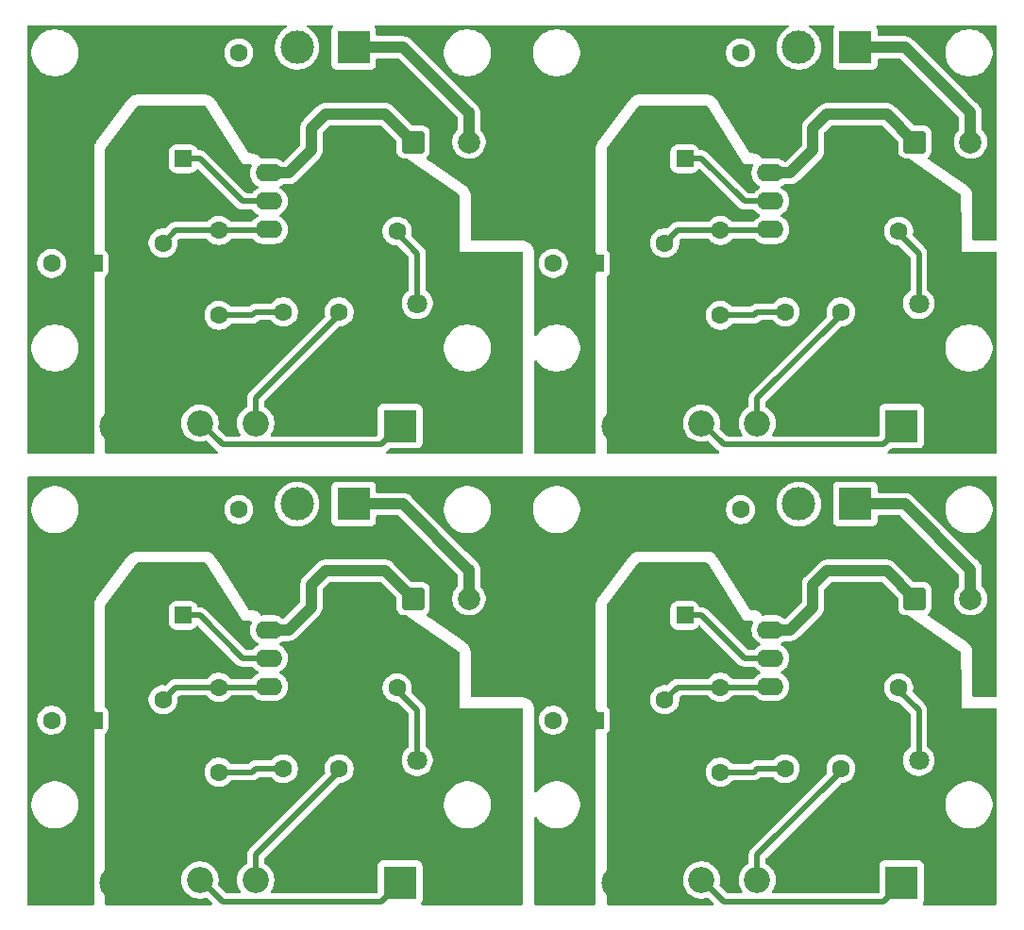
<source format=gbr>
%TF.GenerationSoftware,KiCad,Pcbnew,9.0.4*%
%TF.CreationDate,2025-09-13T13:10:49+02:00*%
%TF.ProjectId,TDA7267_2x2_panel,54444137-3236-4375-9f32-78325f70616e,rev?*%
%TF.SameCoordinates,Original*%
%TF.FileFunction,Copper,L2,Bot*%
%TF.FilePolarity,Positive*%
%FSLAX46Y46*%
G04 Gerber Fmt 4.6, Leading zero omitted, Abs format (unit mm)*
G04 Created by KiCad (PCBNEW 9.0.4) date 2025-09-13 13:10:49*
%MOMM*%
%LPD*%
G01*
G04 APERTURE LIST*
G04 Aperture macros list*
%AMRoundRect*
0 Rectangle with rounded corners*
0 $1 Rounding radius*
0 $2 $3 $4 $5 $6 $7 $8 $9 X,Y pos of 4 corners*
0 Add a 4 corners polygon primitive as box body*
4,1,4,$2,$3,$4,$5,$6,$7,$8,$9,$2,$3,0*
0 Add four circle primitives for the rounded corners*
1,1,$1+$1,$2,$3*
1,1,$1+$1,$4,$5*
1,1,$1+$1,$6,$7*
1,1,$1+$1,$8,$9*
0 Add four rect primitives between the rounded corners*
20,1,$1+$1,$2,$3,$4,$5,0*
20,1,$1+$1,$4,$5,$6,$7,0*
20,1,$1+$1,$6,$7,$8,$9,0*
20,1,$1+$1,$8,$9,$2,$3,0*%
G04 Aperture macros list end*
%TA.AperFunction,ComponentPad*%
%ADD10C,2.000000*%
%TD*%
%TA.AperFunction,ComponentPad*%
%ADD11RoundRect,0.250000X-0.750000X-0.750000X0.750000X-0.750000X0.750000X0.750000X-0.750000X0.750000X0*%
%TD*%
%TA.AperFunction,ComponentPad*%
%ADD12C,1.600000*%
%TD*%
%TA.AperFunction,ComponentPad*%
%ADD13RoundRect,0.250000X0.550000X0.550000X-0.550000X0.550000X-0.550000X-0.550000X0.550000X-0.550000X0*%
%TD*%
%TA.AperFunction,ComponentPad*%
%ADD14C,3.000000*%
%TD*%
%TA.AperFunction,ComponentPad*%
%ADD15R,3.000000X3.000000*%
%TD*%
%TA.AperFunction,ComponentPad*%
%ADD16C,2.340000*%
%TD*%
%TA.AperFunction,ComponentPad*%
%ADD17O,2.400000X1.600000*%
%TD*%
%TA.AperFunction,ComponentPad*%
%ADD18RoundRect,0.250000X-0.950000X-0.550000X0.950000X-0.550000X0.950000X0.550000X-0.950000X0.550000X0*%
%TD*%
%TA.AperFunction,ComponentPad*%
%ADD19C,1.800000*%
%TD*%
%TA.AperFunction,ComponentPad*%
%ADD20R,1.800000X1.800000*%
%TD*%
%TA.AperFunction,Conductor*%
%ADD21C,0.500000*%
%TD*%
%TA.AperFunction,Conductor*%
%ADD22C,1.000000*%
%TD*%
G04 APERTURE END LIST*
D10*
%TO.P,C6,2*%
%TO.N,Net-(OUT1-Pin_1)*%
X140393323Y-98629000D03*
D11*
%TO.P,C6,1*%
%TO.N,Net-(U1-Out)*%
X135393323Y-98629000D03*
%TD*%
D12*
%TO.P,C4,2*%
%TO.N,GND*%
X102961000Y-109529000D03*
D13*
%TO.P,C4,1*%
%TO.N,/VCC*%
X106761000Y-109529000D03*
%TD*%
D14*
%TO.P,VCC1,2,Pin_2*%
%TO.N,GND*%
X108761000Y-124129000D03*
D15*
%TO.P,VCC1,1,Pin_1*%
%TO.N,/VCC*%
X103681000Y-124129000D03*
%TD*%
D12*
%TO.P,C5,2*%
%TO.N,/VCC*%
X119761000Y-95629000D03*
%TO.P,C5,1*%
%TO.N,GND*%
X119761000Y-90629000D03*
%TD*%
%TO.P,C2,2*%
%TO.N,GND*%
X110961000Y-100129000D03*
D13*
%TO.P,C2,1*%
%TO.N,Net-(U1-SRV)*%
X114761000Y-100129000D03*
%TD*%
D16*
%TO.P,RV1,3,3*%
%TO.N,GND*%
X126261000Y-123879000D03*
%TO.P,RV1,2,2*%
%TO.N,Net-(C1-Pad1)*%
X121261000Y-123879000D03*
%TO.P,RV1,1,1*%
%TO.N,Net-(IN1-Pin_1)*%
X116261000Y-123879000D03*
%TD*%
D17*
%TO.P,U1,8,GND*%
%TO.N,GND*%
X130071000Y-98879000D03*
%TO.P,U1,7,GND*%
X130071000Y-101419000D03*
%TO.P,U1,6,GND*%
X130071000Y-103959000D03*
%TO.P,U1,5,GND*%
X130071000Y-106499000D03*
%TO.P,U1,4,In*%
%TO.N,Net-(U1-In)*%
X122451000Y-106499000D03*
%TO.P,U1,3,SRV*%
%TO.N,Net-(U1-SRV)*%
X122451000Y-103959000D03*
%TO.P,U1,2,Out*%
%TO.N,Net-(U1-Out)*%
X122451000Y-101419000D03*
D18*
%TO.P,U1,1,V+*%
%TO.N,/VCC*%
X122451000Y-98879000D03*
%TD*%
D12*
%TO.P,R2,2*%
%TO.N,/VCC*%
X141571000Y-106629000D03*
%TO.P,R2,1*%
%TO.N,Net-(D1-A)*%
X133951000Y-106629000D03*
%TD*%
%TO.P,C1,2*%
%TO.N,Net-(C1-Pad2)*%
X123761000Y-113879000D03*
%TO.P,C1,1*%
%TO.N,Net-(C1-Pad1)*%
X128761000Y-113879000D03*
%TD*%
D19*
%TO.P,D1,2,A*%
%TO.N,Net-(D1-A)*%
X135761000Y-113129000D03*
D20*
%TO.P,D1,1,K*%
%TO.N,GND*%
X133221000Y-113129000D03*
%TD*%
D12*
%TO.P,R1,2*%
%TO.N,Net-(U1-In)*%
X117961000Y-106569000D03*
%TO.P,R1,1*%
%TO.N,Net-(C1-Pad2)*%
X117961000Y-114189000D03*
%TD*%
D14*
%TO.P,OUT1,2,Pin_2*%
%TO.N,GND*%
X124981000Y-90129000D03*
D15*
%TO.P,OUT1,1,Pin_1*%
%TO.N,Net-(OUT1-Pin_1)*%
X130061000Y-90129000D03*
%TD*%
D12*
%TO.P,C3,2*%
%TO.N,Net-(U1-In)*%
X112961000Y-107689000D03*
%TO.P,C3,1*%
%TO.N,GND*%
X112961000Y-112689000D03*
%TD*%
D14*
%TO.P,IN1,2,Pin_2*%
%TO.N,GND*%
X139301000Y-124129000D03*
D15*
%TO.P,IN1,1,Pin_1*%
%TO.N,Net-(IN1-Pin_1)*%
X134221000Y-124129000D03*
%TD*%
D10*
%TO.P,C6,2*%
%TO.N,Net-(OUT1-Pin_1)*%
X185393323Y-57629000D03*
D11*
%TO.P,C6,1*%
%TO.N,Net-(U1-Out)*%
X180393323Y-57629000D03*
%TD*%
D12*
%TO.P,C4,2*%
%TO.N,GND*%
X147961000Y-68529000D03*
D13*
%TO.P,C4,1*%
%TO.N,/VCC*%
X151761000Y-68529000D03*
%TD*%
D14*
%TO.P,VCC1,2,Pin_2*%
%TO.N,GND*%
X153761000Y-83129000D03*
D15*
%TO.P,VCC1,1,Pin_1*%
%TO.N,/VCC*%
X148681000Y-83129000D03*
%TD*%
D12*
%TO.P,C5,2*%
%TO.N,/VCC*%
X164761000Y-54629000D03*
%TO.P,C5,1*%
%TO.N,GND*%
X164761000Y-49629000D03*
%TD*%
%TO.P,C2,2*%
%TO.N,GND*%
X155961000Y-59129000D03*
D13*
%TO.P,C2,1*%
%TO.N,Net-(U1-SRV)*%
X159761000Y-59129000D03*
%TD*%
D16*
%TO.P,RV1,3,3*%
%TO.N,GND*%
X171261000Y-82879000D03*
%TO.P,RV1,2,2*%
%TO.N,Net-(C1-Pad1)*%
X166261000Y-82879000D03*
%TO.P,RV1,1,1*%
%TO.N,Net-(IN1-Pin_1)*%
X161261000Y-82879000D03*
%TD*%
D17*
%TO.P,U1,8,GND*%
%TO.N,GND*%
X175071000Y-57879000D03*
%TO.P,U1,7,GND*%
X175071000Y-60419000D03*
%TO.P,U1,6,GND*%
X175071000Y-62959000D03*
%TO.P,U1,5,GND*%
X175071000Y-65499000D03*
%TO.P,U1,4,In*%
%TO.N,Net-(U1-In)*%
X167451000Y-65499000D03*
%TO.P,U1,3,SRV*%
%TO.N,Net-(U1-SRV)*%
X167451000Y-62959000D03*
%TO.P,U1,2,Out*%
%TO.N,Net-(U1-Out)*%
X167451000Y-60419000D03*
D18*
%TO.P,U1,1,V+*%
%TO.N,/VCC*%
X167451000Y-57879000D03*
%TD*%
D12*
%TO.P,R2,2*%
%TO.N,/VCC*%
X186571000Y-65629000D03*
%TO.P,R2,1*%
%TO.N,Net-(D1-A)*%
X178951000Y-65629000D03*
%TD*%
%TO.P,C1,2*%
%TO.N,Net-(C1-Pad2)*%
X168761000Y-72879000D03*
%TO.P,C1,1*%
%TO.N,Net-(C1-Pad1)*%
X173761000Y-72879000D03*
%TD*%
D19*
%TO.P,D1,2,A*%
%TO.N,Net-(D1-A)*%
X180761000Y-72129000D03*
D20*
%TO.P,D1,1,K*%
%TO.N,GND*%
X178221000Y-72129000D03*
%TD*%
D12*
%TO.P,R1,2*%
%TO.N,Net-(U1-In)*%
X162961000Y-65569000D03*
%TO.P,R1,1*%
%TO.N,Net-(C1-Pad2)*%
X162961000Y-73189000D03*
%TD*%
D14*
%TO.P,OUT1,2,Pin_2*%
%TO.N,GND*%
X169981000Y-49129000D03*
D15*
%TO.P,OUT1,1,Pin_1*%
%TO.N,Net-(OUT1-Pin_1)*%
X175061000Y-49129000D03*
%TD*%
D12*
%TO.P,C3,2*%
%TO.N,Net-(U1-In)*%
X157961000Y-66689000D03*
%TO.P,C3,1*%
%TO.N,GND*%
X157961000Y-71689000D03*
%TD*%
D14*
%TO.P,IN1,2,Pin_2*%
%TO.N,GND*%
X184301000Y-83129000D03*
D15*
%TO.P,IN1,1,Pin_1*%
%TO.N,Net-(IN1-Pin_1)*%
X179221000Y-83129000D03*
%TD*%
D10*
%TO.P,C6,2*%
%TO.N,Net-(OUT1-Pin_1)*%
X140393323Y-57629000D03*
D11*
%TO.P,C6,1*%
%TO.N,Net-(U1-Out)*%
X135393323Y-57629000D03*
%TD*%
D12*
%TO.P,C4,2*%
%TO.N,GND*%
X102961000Y-68529000D03*
D13*
%TO.P,C4,1*%
%TO.N,/VCC*%
X106761000Y-68529000D03*
%TD*%
D14*
%TO.P,VCC1,2,Pin_2*%
%TO.N,GND*%
X108761000Y-83129000D03*
D15*
%TO.P,VCC1,1,Pin_1*%
%TO.N,/VCC*%
X103681000Y-83129000D03*
%TD*%
D12*
%TO.P,C5,2*%
%TO.N,/VCC*%
X119761000Y-54629000D03*
%TO.P,C5,1*%
%TO.N,GND*%
X119761000Y-49629000D03*
%TD*%
%TO.P,C2,2*%
%TO.N,GND*%
X110961000Y-59129000D03*
D13*
%TO.P,C2,1*%
%TO.N,Net-(U1-SRV)*%
X114761000Y-59129000D03*
%TD*%
D16*
%TO.P,RV1,3,3*%
%TO.N,GND*%
X126261000Y-82879000D03*
%TO.P,RV1,2,2*%
%TO.N,Net-(C1-Pad1)*%
X121261000Y-82879000D03*
%TO.P,RV1,1,1*%
%TO.N,Net-(IN1-Pin_1)*%
X116261000Y-82879000D03*
%TD*%
D17*
%TO.P,U1,8,GND*%
%TO.N,GND*%
X130071000Y-57879000D03*
%TO.P,U1,7,GND*%
X130071000Y-60419000D03*
%TO.P,U1,6,GND*%
X130071000Y-62959000D03*
%TO.P,U1,5,GND*%
X130071000Y-65499000D03*
%TO.P,U1,4,In*%
%TO.N,Net-(U1-In)*%
X122451000Y-65499000D03*
%TO.P,U1,3,SRV*%
%TO.N,Net-(U1-SRV)*%
X122451000Y-62959000D03*
%TO.P,U1,2,Out*%
%TO.N,Net-(U1-Out)*%
X122451000Y-60419000D03*
D18*
%TO.P,U1,1,V+*%
%TO.N,/VCC*%
X122451000Y-57879000D03*
%TD*%
D12*
%TO.P,R2,2*%
%TO.N,/VCC*%
X141571000Y-65629000D03*
%TO.P,R2,1*%
%TO.N,Net-(D1-A)*%
X133951000Y-65629000D03*
%TD*%
%TO.P,C1,2*%
%TO.N,Net-(C1-Pad2)*%
X123761000Y-72879000D03*
%TO.P,C1,1*%
%TO.N,Net-(C1-Pad1)*%
X128761000Y-72879000D03*
%TD*%
D19*
%TO.P,D1,2,A*%
%TO.N,Net-(D1-A)*%
X135761000Y-72129000D03*
D20*
%TO.P,D1,1,K*%
%TO.N,GND*%
X133221000Y-72129000D03*
%TD*%
D12*
%TO.P,R1,2*%
%TO.N,Net-(U1-In)*%
X117961000Y-65569000D03*
%TO.P,R1,1*%
%TO.N,Net-(C1-Pad2)*%
X117961000Y-73189000D03*
%TD*%
D14*
%TO.P,OUT1,2,Pin_2*%
%TO.N,GND*%
X124981000Y-49129000D03*
D15*
%TO.P,OUT1,1,Pin_1*%
%TO.N,Net-(OUT1-Pin_1)*%
X130061000Y-49129000D03*
%TD*%
D12*
%TO.P,C3,2*%
%TO.N,Net-(U1-In)*%
X112961000Y-66689000D03*
%TO.P,C3,1*%
%TO.N,GND*%
X112961000Y-71689000D03*
%TD*%
D14*
%TO.P,IN1,2,Pin_2*%
%TO.N,GND*%
X139301000Y-83129000D03*
D15*
%TO.P,IN1,1,Pin_1*%
%TO.N,Net-(IN1-Pin_1)*%
X134221000Y-83129000D03*
%TD*%
D12*
%TO.P,C3,2*%
%TO.N,Net-(U1-In)*%
X157961000Y-107689000D03*
%TO.P,C3,1*%
%TO.N,GND*%
X157961000Y-112689000D03*
%TD*%
D14*
%TO.P,IN1,2,Pin_2*%
%TO.N,GND*%
X184301000Y-124129000D03*
D15*
%TO.P,IN1,1,Pin_1*%
%TO.N,Net-(IN1-Pin_1)*%
X179221000Y-124129000D03*
%TD*%
D12*
%TO.P,R1,2*%
%TO.N,Net-(U1-In)*%
X162961000Y-106569000D03*
%TO.P,R1,1*%
%TO.N,Net-(C1-Pad2)*%
X162961000Y-114189000D03*
%TD*%
D19*
%TO.P,D1,2,A*%
%TO.N,Net-(D1-A)*%
X180761000Y-113129000D03*
D20*
%TO.P,D1,1,K*%
%TO.N,GND*%
X178221000Y-113129000D03*
%TD*%
D14*
%TO.P,OUT1,2,Pin_2*%
%TO.N,GND*%
X169981000Y-90129000D03*
D15*
%TO.P,OUT1,1,Pin_1*%
%TO.N,Net-(OUT1-Pin_1)*%
X175061000Y-90129000D03*
%TD*%
D12*
%TO.P,C5,2*%
%TO.N,/VCC*%
X164761000Y-95629000D03*
%TO.P,C5,1*%
%TO.N,GND*%
X164761000Y-90629000D03*
%TD*%
%TO.P,C1,2*%
%TO.N,Net-(C1-Pad2)*%
X168761000Y-113879000D03*
%TO.P,C1,1*%
%TO.N,Net-(C1-Pad1)*%
X173761000Y-113879000D03*
%TD*%
D17*
%TO.P,U1,8,GND*%
%TO.N,GND*%
X175071000Y-98879000D03*
%TO.P,U1,7,GND*%
X175071000Y-101419000D03*
%TO.P,U1,6,GND*%
X175071000Y-103959000D03*
%TO.P,U1,5,GND*%
X175071000Y-106499000D03*
%TO.P,U1,4,In*%
%TO.N,Net-(U1-In)*%
X167451000Y-106499000D03*
%TO.P,U1,3,SRV*%
%TO.N,Net-(U1-SRV)*%
X167451000Y-103959000D03*
%TO.P,U1,2,Out*%
%TO.N,Net-(U1-Out)*%
X167451000Y-101419000D03*
D18*
%TO.P,U1,1,V+*%
%TO.N,/VCC*%
X167451000Y-98879000D03*
%TD*%
D12*
%TO.P,R2,2*%
%TO.N,/VCC*%
X186571000Y-106629000D03*
%TO.P,R2,1*%
%TO.N,Net-(D1-A)*%
X178951000Y-106629000D03*
%TD*%
D14*
%TO.P,VCC1,2,Pin_2*%
%TO.N,GND*%
X153761000Y-124129000D03*
D15*
%TO.P,VCC1,1,Pin_1*%
%TO.N,/VCC*%
X148681000Y-124129000D03*
%TD*%
D12*
%TO.P,C2,2*%
%TO.N,GND*%
X155961000Y-100129000D03*
D13*
%TO.P,C2,1*%
%TO.N,Net-(U1-SRV)*%
X159761000Y-100129000D03*
%TD*%
D10*
%TO.P,C6,2*%
%TO.N,Net-(OUT1-Pin_1)*%
X185393323Y-98629000D03*
D11*
%TO.P,C6,1*%
%TO.N,Net-(U1-Out)*%
X180393323Y-98629000D03*
%TD*%
D12*
%TO.P,C4,2*%
%TO.N,GND*%
X147961000Y-109529000D03*
D13*
%TO.P,C4,1*%
%TO.N,/VCC*%
X151761000Y-109529000D03*
%TD*%
D16*
%TO.P,RV1,3,3*%
%TO.N,GND*%
X171261000Y-123879000D03*
%TO.P,RV1,2,2*%
%TO.N,Net-(C1-Pad1)*%
X166261000Y-123879000D03*
%TO.P,RV1,1,1*%
%TO.N,Net-(IN1-Pin_1)*%
X161261000Y-123879000D03*
%TD*%
D21*
%TO.N,Net-(D1-A)*%
X135761000Y-108629000D02*
X133951000Y-106819000D01*
D22*
%TO.N,Net-(OUT1-Pin_1)*%
X140393323Y-98629000D02*
X140393323Y-95989773D01*
D21*
%TO.N,Net-(D1-A)*%
X135761000Y-113129000D02*
X135761000Y-108629000D01*
D22*
%TO.N,Net-(OUT1-Pin_1)*%
X140346335Y-95989773D02*
X134485562Y-90129000D01*
D21*
%TO.N,Net-(IN1-Pin_1)*%
X134221000Y-124129000D02*
X132550000Y-125800000D01*
X118282000Y-125800000D02*
X116261000Y-123779000D01*
X132550000Y-125800000D02*
X118282000Y-125800000D01*
%TO.N,Net-(D1-A)*%
X133951000Y-106819000D02*
X133951000Y-106629000D01*
%TO.N,Net-(C1-Pad2)*%
X120951000Y-114189000D02*
X121261000Y-113879000D01*
X121261000Y-113879000D02*
X123761000Y-113879000D01*
%TO.N,Net-(C1-Pad1)*%
X128761000Y-114129000D02*
X121261000Y-121629000D01*
%TO.N,Net-(C1-Pad2)*%
X117961000Y-114189000D02*
X120951000Y-114189000D01*
%TO.N,Net-(C1-Pad1)*%
X121261000Y-121629000D02*
X121261000Y-123879000D01*
%TO.N,Net-(U1-In)*%
X114371000Y-106569000D02*
X117761000Y-106569000D01*
D22*
%TO.N,Net-(U1-Out)*%
X127511000Y-96129000D02*
X132893323Y-96129000D01*
D21*
%TO.N,Net-(U1-In)*%
X122381000Y-106569000D02*
X122451000Y-106499000D01*
X114081000Y-106569000D02*
X112961000Y-107689000D01*
%TO.N,Net-(U1-SRV)*%
X120091000Y-103959000D02*
X116261000Y-100129000D01*
%TO.N,Net-(U1-In)*%
X114371000Y-106569000D02*
X114081000Y-106569000D01*
%TO.N,Net-(C1-Pad1)*%
X128761000Y-113879000D02*
X128761000Y-114129000D01*
%TO.N,Net-(U1-SRV)*%
X116261000Y-100129000D02*
X114761000Y-100129000D01*
D22*
%TO.N,Net-(OUT1-Pin_1)*%
X134485562Y-90129000D02*
X130061000Y-90129000D01*
%TO.N,Net-(U1-Out)*%
X132893323Y-96129000D02*
X135393323Y-98629000D01*
X122451000Y-101419000D02*
X124221000Y-101419000D01*
X126261000Y-97379000D02*
X127511000Y-96129000D01*
D21*
%TO.N,/VCC*%
X122451000Y-98879000D02*
X122451000Y-98819000D01*
%TO.N,Net-(U1-SRV)*%
X122451000Y-103959000D02*
X120091000Y-103959000D01*
%TO.N,Net-(U1-In)*%
X117761000Y-106569000D02*
X122381000Y-106569000D01*
D22*
%TO.N,Net-(U1-Out)*%
X124221000Y-101419000D02*
X126261000Y-99379000D01*
%TO.N,Net-(OUT1-Pin_1)*%
X140393323Y-95989773D02*
X140346335Y-95989773D01*
D21*
%TO.N,Net-(U1-In)*%
X114361000Y-106579000D02*
X114371000Y-106569000D01*
D22*
%TO.N,Net-(U1-Out)*%
X126261000Y-99379000D02*
X126261000Y-97379000D01*
D21*
%TO.N,Net-(D1-A)*%
X180761000Y-67629000D02*
X178951000Y-65819000D01*
D22*
%TO.N,Net-(OUT1-Pin_1)*%
X185393323Y-57629000D02*
X185393323Y-54989773D01*
D21*
%TO.N,Net-(D1-A)*%
X180761000Y-72129000D02*
X180761000Y-67629000D01*
D22*
%TO.N,Net-(OUT1-Pin_1)*%
X185346335Y-54989773D02*
X179485562Y-49129000D01*
D21*
%TO.N,Net-(IN1-Pin_1)*%
X179221000Y-83129000D02*
X177550000Y-84800000D01*
X163282000Y-84800000D02*
X161261000Y-82779000D01*
X177550000Y-84800000D02*
X163282000Y-84800000D01*
%TO.N,Net-(D1-A)*%
X178951000Y-65819000D02*
X178951000Y-65629000D01*
%TO.N,Net-(C1-Pad2)*%
X165951000Y-73189000D02*
X166261000Y-72879000D01*
X166261000Y-72879000D02*
X168761000Y-72879000D01*
%TO.N,Net-(C1-Pad1)*%
X173761000Y-73129000D02*
X166261000Y-80629000D01*
%TO.N,Net-(C1-Pad2)*%
X162961000Y-73189000D02*
X165951000Y-73189000D01*
%TO.N,Net-(C1-Pad1)*%
X166261000Y-80629000D02*
X166261000Y-82879000D01*
%TO.N,Net-(U1-In)*%
X159371000Y-65569000D02*
X162761000Y-65569000D01*
D22*
%TO.N,Net-(U1-Out)*%
X172511000Y-55129000D02*
X177893323Y-55129000D01*
D21*
%TO.N,Net-(U1-In)*%
X167381000Y-65569000D02*
X167451000Y-65499000D01*
X159081000Y-65569000D02*
X157961000Y-66689000D01*
%TO.N,Net-(U1-SRV)*%
X165091000Y-62959000D02*
X161261000Y-59129000D01*
%TO.N,Net-(U1-In)*%
X159371000Y-65569000D02*
X159081000Y-65569000D01*
%TO.N,Net-(C1-Pad1)*%
X173761000Y-72879000D02*
X173761000Y-73129000D01*
%TO.N,Net-(U1-SRV)*%
X161261000Y-59129000D02*
X159761000Y-59129000D01*
D22*
%TO.N,Net-(OUT1-Pin_1)*%
X179485562Y-49129000D02*
X175061000Y-49129000D01*
%TO.N,Net-(U1-Out)*%
X177893323Y-55129000D02*
X180393323Y-57629000D01*
X167451000Y-60419000D02*
X169221000Y-60419000D01*
X171261000Y-56379000D02*
X172511000Y-55129000D01*
D21*
%TO.N,/VCC*%
X167451000Y-57879000D02*
X167451000Y-57819000D01*
%TO.N,Net-(U1-SRV)*%
X167451000Y-62959000D02*
X165091000Y-62959000D01*
%TO.N,Net-(U1-In)*%
X162761000Y-65569000D02*
X167381000Y-65569000D01*
D22*
%TO.N,Net-(U1-Out)*%
X169221000Y-60419000D02*
X171261000Y-58379000D01*
%TO.N,Net-(OUT1-Pin_1)*%
X185393323Y-54989773D02*
X185346335Y-54989773D01*
D21*
%TO.N,Net-(U1-In)*%
X159361000Y-65579000D02*
X159371000Y-65569000D01*
D22*
%TO.N,Net-(U1-Out)*%
X171261000Y-58379000D02*
X171261000Y-56379000D01*
D21*
%TO.N,Net-(D1-A)*%
X135761000Y-67629000D02*
X133951000Y-65819000D01*
D22*
%TO.N,Net-(OUT1-Pin_1)*%
X140393323Y-57629000D02*
X140393323Y-54989773D01*
D21*
%TO.N,Net-(D1-A)*%
X135761000Y-72129000D02*
X135761000Y-67629000D01*
D22*
%TO.N,Net-(OUT1-Pin_1)*%
X140346335Y-54989773D02*
X134485562Y-49129000D01*
D21*
%TO.N,Net-(IN1-Pin_1)*%
X134221000Y-83129000D02*
X132550000Y-84800000D01*
X118282000Y-84800000D02*
X116261000Y-82779000D01*
X132550000Y-84800000D02*
X118282000Y-84800000D01*
%TO.N,Net-(D1-A)*%
X133951000Y-65819000D02*
X133951000Y-65629000D01*
%TO.N,Net-(C1-Pad2)*%
X120951000Y-73189000D02*
X121261000Y-72879000D01*
X121261000Y-72879000D02*
X123761000Y-72879000D01*
%TO.N,Net-(C1-Pad1)*%
X128761000Y-73129000D02*
X121261000Y-80629000D01*
%TO.N,Net-(C1-Pad2)*%
X117961000Y-73189000D02*
X120951000Y-73189000D01*
%TO.N,Net-(C1-Pad1)*%
X121261000Y-80629000D02*
X121261000Y-82879000D01*
%TO.N,Net-(U1-In)*%
X114371000Y-65569000D02*
X117761000Y-65569000D01*
D22*
%TO.N,Net-(U1-Out)*%
X127511000Y-55129000D02*
X132893323Y-55129000D01*
D21*
%TO.N,Net-(U1-In)*%
X122381000Y-65569000D02*
X122451000Y-65499000D01*
X114081000Y-65569000D02*
X112961000Y-66689000D01*
%TO.N,Net-(U1-SRV)*%
X120091000Y-62959000D02*
X116261000Y-59129000D01*
%TO.N,Net-(U1-In)*%
X114371000Y-65569000D02*
X114081000Y-65569000D01*
%TO.N,Net-(C1-Pad1)*%
X128761000Y-72879000D02*
X128761000Y-73129000D01*
%TO.N,Net-(U1-SRV)*%
X116261000Y-59129000D02*
X114761000Y-59129000D01*
D22*
%TO.N,Net-(OUT1-Pin_1)*%
X134485562Y-49129000D02*
X130061000Y-49129000D01*
%TO.N,Net-(U1-Out)*%
X132893323Y-55129000D02*
X135393323Y-57629000D01*
X122451000Y-60419000D02*
X124221000Y-60419000D01*
X126261000Y-56379000D02*
X127511000Y-55129000D01*
D21*
%TO.N,/VCC*%
X122451000Y-57879000D02*
X122451000Y-57819000D01*
%TO.N,Net-(U1-SRV)*%
X122451000Y-62959000D02*
X120091000Y-62959000D01*
%TO.N,Net-(U1-In)*%
X117761000Y-65569000D02*
X122381000Y-65569000D01*
D22*
%TO.N,Net-(U1-Out)*%
X124221000Y-60419000D02*
X126261000Y-58379000D01*
%TO.N,Net-(OUT1-Pin_1)*%
X140393323Y-54989773D02*
X140346335Y-54989773D01*
D21*
%TO.N,Net-(U1-In)*%
X114361000Y-65579000D02*
X114371000Y-65569000D01*
D22*
%TO.N,Net-(U1-Out)*%
X126261000Y-58379000D02*
X126261000Y-56379000D01*
D21*
%TO.N,Net-(C1-Pad2)*%
X166261000Y-113879000D02*
X168761000Y-113879000D01*
X165951000Y-114189000D02*
X166261000Y-113879000D01*
X162961000Y-114189000D02*
X165951000Y-114189000D01*
%TO.N,Net-(C1-Pad1)*%
X173761000Y-114129000D02*
X166261000Y-121629000D01*
X166261000Y-121629000D02*
X166261000Y-123879000D01*
X173761000Y-113879000D02*
X173761000Y-114129000D01*
%TO.N,Net-(U1-SRV)*%
X167451000Y-103959000D02*
X165091000Y-103959000D01*
X165091000Y-103959000D02*
X161261000Y-100129000D01*
X161261000Y-100129000D02*
X159761000Y-100129000D01*
%TO.N,Net-(U1-In)*%
X159361000Y-106579000D02*
X159371000Y-106569000D01*
X159081000Y-106569000D02*
X157961000Y-107689000D01*
X159371000Y-106569000D02*
X159081000Y-106569000D01*
X159371000Y-106569000D02*
X162761000Y-106569000D01*
X162761000Y-106569000D02*
X167381000Y-106569000D01*
X167381000Y-106569000D02*
X167451000Y-106499000D01*
%TO.N,/VCC*%
X167451000Y-98879000D02*
X167451000Y-98819000D01*
D22*
%TO.N,Net-(U1-Out)*%
X169221000Y-101419000D02*
X171261000Y-99379000D01*
X167451000Y-101419000D02*
X169221000Y-101419000D01*
X171261000Y-97379000D02*
X172511000Y-96129000D01*
X171261000Y-99379000D02*
X171261000Y-97379000D01*
X177893323Y-96129000D02*
X180393323Y-98629000D01*
X172511000Y-96129000D02*
X177893323Y-96129000D01*
%TO.N,Net-(OUT1-Pin_1)*%
X185393323Y-95989773D02*
X185346335Y-95989773D01*
X179485562Y-90129000D02*
X175061000Y-90129000D01*
X185346335Y-95989773D02*
X179485562Y-90129000D01*
X185393323Y-98629000D02*
X185393323Y-95989773D01*
D21*
%TO.N,Net-(D1-A)*%
X180761000Y-113129000D02*
X180761000Y-108629000D01*
X178951000Y-106819000D02*
X178951000Y-106629000D01*
X180761000Y-108629000D02*
X178951000Y-106819000D01*
%TO.N,Net-(IN1-Pin_1)*%
X177550000Y-125800000D02*
X163282000Y-125800000D01*
X179221000Y-124129000D02*
X177550000Y-125800000D01*
X163282000Y-125800000D02*
X161261000Y-123779000D01*
%TD*%
%TA.AperFunction,Conductor*%
%TO.N,GND*%
G36*
X161759694Y-95398685D02*
G01*
X161797495Y-95436784D01*
X165076790Y-100629000D01*
X165076791Y-100629000D01*
X165791591Y-100629000D01*
X165858630Y-100648685D01*
X165904385Y-100701489D01*
X165914329Y-100770647D01*
X165902076Y-100809295D01*
X165845781Y-100919776D01*
X165782522Y-101114465D01*
X165750500Y-101316648D01*
X165750500Y-101521351D01*
X165782522Y-101723534D01*
X165845781Y-101918223D01*
X165909691Y-102043653D01*
X165916381Y-102056782D01*
X165938715Y-102100613D01*
X166059028Y-102266213D01*
X166203786Y-102410971D01*
X166358749Y-102523556D01*
X166369390Y-102531287D01*
X166460840Y-102577883D01*
X166462080Y-102578515D01*
X166512876Y-102626490D01*
X166529671Y-102694311D01*
X166507134Y-102760446D01*
X166462080Y-102799485D01*
X166369386Y-102846715D01*
X166203786Y-102967028D01*
X166059032Y-103111782D01*
X166059028Y-103111787D01*
X166025900Y-103157385D01*
X165970571Y-103200051D01*
X165925582Y-103208500D01*
X165453230Y-103208500D01*
X165386191Y-103188815D01*
X165365549Y-103172181D01*
X161739421Y-99546052D01*
X161739420Y-99546051D01*
X161639083Y-99479009D01*
X161639083Y-99479008D01*
X161616495Y-99463916D01*
X161616490Y-99463913D01*
X161479917Y-99407343D01*
X161479907Y-99407340D01*
X161334920Y-99378500D01*
X161334918Y-99378500D01*
X161124733Y-99378500D01*
X161057694Y-99358815D01*
X161011939Y-99306011D01*
X161007028Y-99293506D01*
X161002495Y-99279829D01*
X160995814Y-99259666D01*
X160903712Y-99110344D01*
X160779656Y-98986288D01*
X160630334Y-98894186D01*
X160463797Y-98839001D01*
X160463795Y-98839000D01*
X160361010Y-98828500D01*
X159160998Y-98828500D01*
X159160981Y-98828501D01*
X159058203Y-98839000D01*
X159058200Y-98839001D01*
X158891668Y-98894185D01*
X158891663Y-98894187D01*
X158742342Y-98986289D01*
X158618289Y-99110342D01*
X158526187Y-99259663D01*
X158526185Y-99259668D01*
X158510829Y-99306011D01*
X158471001Y-99426203D01*
X158471001Y-99426204D01*
X158471000Y-99426204D01*
X158460500Y-99528983D01*
X158460500Y-100729001D01*
X158460501Y-100729018D01*
X158471000Y-100831796D01*
X158471001Y-100831799D01*
X158526185Y-100998331D01*
X158526187Y-100998336D01*
X158551787Y-101039840D01*
X158618288Y-101147656D01*
X158742344Y-101271712D01*
X158891666Y-101363814D01*
X159058203Y-101418999D01*
X159160991Y-101429500D01*
X160361008Y-101429499D01*
X160463797Y-101418999D01*
X160630334Y-101363814D01*
X160779656Y-101271712D01*
X160903712Y-101147656D01*
X160941394Y-101086563D01*
X160993339Y-101039840D01*
X161062301Y-101028617D01*
X161126384Y-101056460D01*
X161134612Y-101063980D01*
X164612586Y-104541954D01*
X164642058Y-104561645D01*
X164686270Y-104591186D01*
X164735505Y-104624084D01*
X164735506Y-104624084D01*
X164735507Y-104624085D01*
X164735509Y-104624086D01*
X164872082Y-104680656D01*
X164872087Y-104680658D01*
X164872091Y-104680658D01*
X164872092Y-104680659D01*
X165017079Y-104709500D01*
X165017082Y-104709500D01*
X165017083Y-104709500D01*
X165164917Y-104709500D01*
X165925582Y-104709500D01*
X165992621Y-104729185D01*
X166025900Y-104760615D01*
X166059028Y-104806212D01*
X166059032Y-104806217D01*
X166203786Y-104950971D01*
X166358749Y-105063556D01*
X166369390Y-105071287D01*
X166460840Y-105117883D01*
X166462080Y-105118515D01*
X166512876Y-105166490D01*
X166529671Y-105234311D01*
X166507134Y-105300446D01*
X166462080Y-105339485D01*
X166369386Y-105386715D01*
X166203786Y-105507028D01*
X166059034Y-105651780D01*
X166059030Y-105651786D01*
X165975042Y-105767385D01*
X165919714Y-105810051D01*
X165874725Y-105818500D01*
X164086418Y-105818500D01*
X164019379Y-105798815D01*
X163986100Y-105767385D01*
X163952971Y-105721787D01*
X163952967Y-105721782D01*
X163808213Y-105577028D01*
X163642613Y-105456715D01*
X163642612Y-105456714D01*
X163642610Y-105456713D01*
X163585653Y-105427691D01*
X163460223Y-105363781D01*
X163265534Y-105300522D01*
X163090995Y-105272878D01*
X163063352Y-105268500D01*
X162858648Y-105268500D01*
X162834329Y-105272351D01*
X162656465Y-105300522D01*
X162461776Y-105363781D01*
X162279386Y-105456715D01*
X162113786Y-105577028D01*
X161969032Y-105721782D01*
X161969028Y-105721787D01*
X161935900Y-105767385D01*
X161880571Y-105810051D01*
X161835582Y-105818500D01*
X159007080Y-105818500D01*
X158862092Y-105847340D01*
X158862082Y-105847343D01*
X158725511Y-105903912D01*
X158725498Y-105903919D01*
X158602584Y-105986048D01*
X158602580Y-105986051D01*
X158226105Y-106362526D01*
X158164782Y-106396011D01*
X158119026Y-106397318D01*
X158063352Y-106388500D01*
X157858648Y-106388500D01*
X157834329Y-106392351D01*
X157656465Y-106420522D01*
X157461776Y-106483781D01*
X157279386Y-106576715D01*
X157113786Y-106697028D01*
X156969028Y-106841786D01*
X156848715Y-107007386D01*
X156755781Y-107189776D01*
X156692522Y-107384465D01*
X156660500Y-107586648D01*
X156660500Y-107791351D01*
X156692522Y-107993534D01*
X156755781Y-108188223D01*
X156809773Y-108294186D01*
X156834455Y-108342628D01*
X156848715Y-108370613D01*
X156969028Y-108536213D01*
X157113786Y-108680971D01*
X157268749Y-108793556D01*
X157279390Y-108801287D01*
X157395607Y-108860503D01*
X157461776Y-108894218D01*
X157461778Y-108894218D01*
X157461781Y-108894220D01*
X157490490Y-108903548D01*
X157656465Y-108957477D01*
X157703149Y-108964871D01*
X157858648Y-108989500D01*
X157858649Y-108989500D01*
X158063351Y-108989500D01*
X158063352Y-108989500D01*
X158265534Y-108957477D01*
X158460219Y-108894220D01*
X158642610Y-108801287D01*
X158735590Y-108733732D01*
X158808213Y-108680971D01*
X158808215Y-108680968D01*
X158808219Y-108680966D01*
X158952966Y-108536219D01*
X158952968Y-108536215D01*
X158952971Y-108536213D01*
X159005732Y-108463590D01*
X159073287Y-108370610D01*
X159166220Y-108188219D01*
X159229477Y-107993534D01*
X159261500Y-107791352D01*
X159261500Y-107586648D01*
X159252681Y-107530971D01*
X159253382Y-107525545D01*
X159251470Y-107520418D01*
X159257811Y-107491268D01*
X159261635Y-107461680D01*
X159265468Y-107456073D01*
X159266323Y-107452145D01*
X159287470Y-107423896D01*
X159345550Y-107365817D01*
X159406874Y-107332333D01*
X159433230Y-107329500D01*
X159434918Y-107329500D01*
X159473209Y-107321883D01*
X159497402Y-107319500D01*
X161835582Y-107319500D01*
X161902621Y-107339185D01*
X161935900Y-107370615D01*
X161969028Y-107416212D01*
X161969032Y-107416217D01*
X162113786Y-107560971D01*
X162196371Y-107620971D01*
X162279390Y-107681287D01*
X162395607Y-107740503D01*
X162461776Y-107774218D01*
X162461778Y-107774218D01*
X162461781Y-107774220D01*
X162514505Y-107791351D01*
X162656465Y-107837477D01*
X162757557Y-107853488D01*
X162858648Y-107869500D01*
X162858649Y-107869500D01*
X163063351Y-107869500D01*
X163063352Y-107869500D01*
X163265534Y-107837477D01*
X163460219Y-107774220D01*
X163642610Y-107681287D01*
X163738962Y-107611284D01*
X163808213Y-107560971D01*
X163808215Y-107560968D01*
X163808219Y-107560966D01*
X163952966Y-107416219D01*
X163976036Y-107384466D01*
X163986100Y-107370615D01*
X164041429Y-107327949D01*
X164086418Y-107319500D01*
X165980952Y-107319500D01*
X166047991Y-107339185D01*
X166068633Y-107355818D01*
X166203781Y-107490966D01*
X166203784Y-107490968D01*
X166203788Y-107490972D01*
X166300135Y-107560971D01*
X166369390Y-107611287D01*
X166485607Y-107670503D01*
X166551776Y-107704218D01*
X166551778Y-107704218D01*
X166551781Y-107704220D01*
X166656137Y-107738127D01*
X166746465Y-107767477D01*
X166847557Y-107783488D01*
X166948648Y-107799500D01*
X166948649Y-107799500D01*
X167953351Y-107799500D01*
X167953352Y-107799500D01*
X168155534Y-107767477D01*
X168350219Y-107704220D01*
X168532610Y-107611287D01*
X168650625Y-107525545D01*
X168698213Y-107490971D01*
X168698215Y-107490968D01*
X168698219Y-107490966D01*
X168842966Y-107346219D01*
X168842968Y-107346215D01*
X168842971Y-107346213D01*
X168895732Y-107273590D01*
X168963287Y-107180610D01*
X169056220Y-106998219D01*
X169119477Y-106803534D01*
X169151500Y-106601352D01*
X169151500Y-106526648D01*
X177650500Y-106526648D01*
X177650500Y-106731351D01*
X177682522Y-106933534D01*
X177745781Y-107128223D01*
X177838715Y-107310613D01*
X177959028Y-107476213D01*
X178103786Y-107620971D01*
X178186806Y-107681287D01*
X178269390Y-107741287D01*
X178334021Y-107774218D01*
X178451776Y-107834218D01*
X178451778Y-107834218D01*
X178451781Y-107834220D01*
X178556137Y-107868127D01*
X178646465Y-107897477D01*
X178747557Y-107913488D01*
X178848648Y-107929500D01*
X178948770Y-107929500D01*
X179015809Y-107949185D01*
X179036451Y-107965819D01*
X179974181Y-108903548D01*
X180007666Y-108964871D01*
X180010500Y-108991229D01*
X180010500Y-111879975D01*
X179990815Y-111947014D01*
X179959387Y-111980291D01*
X179880530Y-112037584D01*
X179848632Y-112060760D01*
X179692756Y-112216636D01*
X179692752Y-112216641D01*
X179563187Y-112394974D01*
X179463104Y-112591393D01*
X179463103Y-112591396D01*
X179394985Y-112801047D01*
X179360500Y-113018778D01*
X179360500Y-113239221D01*
X179394985Y-113456952D01*
X179463103Y-113666603D01*
X179463104Y-113666606D01*
X179563187Y-113863025D01*
X179692752Y-114041358D01*
X179692756Y-114041363D01*
X179848636Y-114197243D01*
X179848641Y-114197247D01*
X179888802Y-114226425D01*
X180026978Y-114326815D01*
X180127863Y-114378219D01*
X180223393Y-114426895D01*
X180223396Y-114426896D01*
X180328221Y-114460955D01*
X180433049Y-114495015D01*
X180650778Y-114529500D01*
X180650779Y-114529500D01*
X180871221Y-114529500D01*
X180871222Y-114529500D01*
X181088951Y-114495015D01*
X181298606Y-114426895D01*
X181495022Y-114326815D01*
X181673365Y-114197242D01*
X181829242Y-114041365D01*
X181958815Y-113863022D01*
X182058895Y-113666606D01*
X182127015Y-113456951D01*
X182161500Y-113239222D01*
X182161500Y-113018778D01*
X182127015Y-112801049D01*
X182085664Y-112673781D01*
X182058896Y-112591396D01*
X182058895Y-112591393D01*
X182024237Y-112523375D01*
X181958815Y-112394978D01*
X181942260Y-112372192D01*
X181829247Y-112216641D01*
X181829243Y-112216636D01*
X181673367Y-112060760D01*
X181673365Y-112060758D01*
X181562613Y-111980291D01*
X181519949Y-111924963D01*
X181511500Y-111879975D01*
X181511500Y-108555079D01*
X181484986Y-108421790D01*
X181482772Y-108410658D01*
X181482659Y-108410088D01*
X181428047Y-108278245D01*
X181427713Y-108277403D01*
X181427684Y-108277093D01*
X181426764Y-108274522D01*
X181343954Y-108150588D01*
X181343953Y-108150587D01*
X181343951Y-108150584D01*
X181239416Y-108046049D01*
X180754333Y-107560966D01*
X180250505Y-107057137D01*
X180217020Y-106995814D01*
X180219881Y-106938639D01*
X180218340Y-106938269D01*
X180219473Y-106933545D01*
X180219477Y-106933534D01*
X180251500Y-106731352D01*
X180251500Y-106526648D01*
X180219477Y-106324466D01*
X180156220Y-106129781D01*
X180156218Y-106129778D01*
X180156218Y-106129776D01*
X180122503Y-106063607D01*
X180063287Y-105947390D01*
X180031699Y-105903912D01*
X179942971Y-105781786D01*
X179798213Y-105637028D01*
X179632613Y-105516715D01*
X179632612Y-105516714D01*
X179632610Y-105516713D01*
X179575653Y-105487691D01*
X179450223Y-105423781D01*
X179255534Y-105360522D01*
X179080995Y-105332878D01*
X179053352Y-105328500D01*
X178848648Y-105328500D01*
X178824329Y-105332351D01*
X178646465Y-105360522D01*
X178451776Y-105423781D01*
X178269386Y-105516715D01*
X178103786Y-105637028D01*
X177959028Y-105781786D01*
X177838715Y-105947386D01*
X177745781Y-106129776D01*
X177682522Y-106324465D01*
X177650500Y-106526648D01*
X169151500Y-106526648D01*
X169151500Y-106396648D01*
X169119477Y-106194466D01*
X169056220Y-105999781D01*
X169056218Y-105999778D01*
X169056218Y-105999776D01*
X169007372Y-105903912D01*
X168963287Y-105817390D01*
X168949792Y-105798815D01*
X168842971Y-105651786D01*
X168698213Y-105507028D01*
X168532614Y-105386715D01*
X168487603Y-105363781D01*
X168439917Y-105339483D01*
X168389123Y-105291511D01*
X168372328Y-105223690D01*
X168394865Y-105157555D01*
X168439917Y-105118516D01*
X168532610Y-105071287D01*
X168553770Y-105055913D01*
X168698213Y-104950971D01*
X168698215Y-104950968D01*
X168698219Y-104950966D01*
X168842966Y-104806219D01*
X168842968Y-104806215D01*
X168842971Y-104806213D01*
X168913236Y-104709500D01*
X168963287Y-104640610D01*
X169056220Y-104458219D01*
X169119477Y-104263534D01*
X169151500Y-104061352D01*
X169151500Y-103856648D01*
X169119477Y-103654466D01*
X169056220Y-103459781D01*
X169056218Y-103459778D01*
X169056218Y-103459776D01*
X169008189Y-103365515D01*
X168963287Y-103277390D01*
X168913236Y-103208500D01*
X168842971Y-103111786D01*
X168698213Y-102967028D01*
X168532614Y-102846715D01*
X168526006Y-102843348D01*
X168439917Y-102799483D01*
X168389123Y-102751511D01*
X168372328Y-102683690D01*
X168394865Y-102617555D01*
X168439917Y-102578516D01*
X168532610Y-102531287D01*
X168653877Y-102443181D01*
X168719683Y-102419702D01*
X168726762Y-102419500D01*
X169319542Y-102419500D01*
X169350566Y-102413328D01*
X169416188Y-102400275D01*
X169512836Y-102381051D01*
X169566165Y-102358961D01*
X169694914Y-102305632D01*
X169858782Y-102196139D01*
X169998139Y-102056782D01*
X169998139Y-102056780D01*
X170008347Y-102046573D01*
X170008348Y-102046570D01*
X172038140Y-100016781D01*
X172147632Y-99852914D01*
X172223052Y-99670835D01*
X172261500Y-99477540D01*
X172261500Y-99280459D01*
X172261500Y-97844782D01*
X172281185Y-97777743D01*
X172297819Y-97757101D01*
X172889101Y-97165819D01*
X172950424Y-97132334D01*
X172976782Y-97129500D01*
X177427541Y-97129500D01*
X177494580Y-97149185D01*
X177515222Y-97165819D01*
X178856504Y-98507101D01*
X178889989Y-98568424D01*
X178892823Y-98594782D01*
X178892823Y-99429001D01*
X178892824Y-99429019D01*
X178903323Y-99531796D01*
X178903324Y-99531799D01*
X178919892Y-99581797D01*
X178958509Y-99698334D01*
X179050611Y-99847656D01*
X179174667Y-99971712D01*
X179323989Y-100063814D01*
X179490526Y-100118999D01*
X179593314Y-100129500D01*
X179789568Y-100129499D01*
X179856606Y-100149183D01*
X179860146Y-100151546D01*
X184135212Y-103111782D01*
X184501644Y-103365515D01*
X184545554Y-103419863D01*
X184555053Y-103467115D01*
X184563200Y-106396648D01*
X184569026Y-108491426D01*
X187642060Y-108481759D01*
X187709159Y-108501232D01*
X187755080Y-108553892D01*
X187766448Y-108605758D01*
X187766448Y-126004500D01*
X187746763Y-126071539D01*
X187693959Y-126117294D01*
X187642448Y-126128500D01*
X181220001Y-126128500D01*
X181152962Y-126108815D01*
X181107207Y-126056011D01*
X181097263Y-125986853D01*
X181120734Y-125930189D01*
X181164796Y-125871331D01*
X181215091Y-125736483D01*
X181221500Y-125676873D01*
X181221499Y-122581128D01*
X181215091Y-122521517D01*
X181202235Y-122487049D01*
X181164797Y-122386671D01*
X181164793Y-122386664D01*
X181078547Y-122271455D01*
X181078544Y-122271452D01*
X180963335Y-122185206D01*
X180963328Y-122185202D01*
X180828482Y-122134908D01*
X180828483Y-122134908D01*
X180768883Y-122128501D01*
X180768881Y-122128500D01*
X180768873Y-122128500D01*
X180768864Y-122128500D01*
X177673129Y-122128500D01*
X177673123Y-122128501D01*
X177613516Y-122134908D01*
X177478671Y-122185202D01*
X177478664Y-122185206D01*
X177363455Y-122271452D01*
X177363452Y-122271455D01*
X177277206Y-122386664D01*
X177277202Y-122386671D01*
X177226908Y-122521517D01*
X177220501Y-122581116D01*
X177220500Y-122581127D01*
X177220500Y-123769516D01*
X177220501Y-124925500D01*
X177200816Y-124992539D01*
X177148013Y-125038294D01*
X177096501Y-125049500D01*
X167719910Y-125049500D01*
X167652871Y-125029815D01*
X167607116Y-124977011D01*
X167597172Y-124907853D01*
X167621534Y-124850014D01*
X167636300Y-124830768D01*
X167652950Y-124809071D01*
X167762440Y-124619428D01*
X167846241Y-124417117D01*
X167902917Y-124205598D01*
X167931500Y-123988490D01*
X167931500Y-123769510D01*
X167902917Y-123552402D01*
X167846241Y-123340883D01*
X167762440Y-123138572D01*
X167652950Y-122948929D01*
X167519643Y-122775200D01*
X167519638Y-122775194D01*
X167364805Y-122620361D01*
X167364798Y-122620355D01*
X167191070Y-122487049D01*
X167073500Y-122419170D01*
X167025284Y-122368603D01*
X167011500Y-122311783D01*
X167011500Y-121991230D01*
X167031185Y-121924191D01*
X167047819Y-121903549D01*
X171960036Y-116991332D01*
X183160500Y-116991332D01*
X183160500Y-117266667D01*
X183160501Y-117266684D01*
X183196438Y-117539655D01*
X183196439Y-117539660D01*
X183196440Y-117539666D01*
X183196441Y-117539668D01*
X183267704Y-117805630D01*
X183373075Y-118060017D01*
X183373080Y-118060028D01*
X183455861Y-118203407D01*
X183510751Y-118298479D01*
X183510753Y-118298482D01*
X183510754Y-118298483D01*
X183678370Y-118516926D01*
X183678376Y-118516933D01*
X183873066Y-118711623D01*
X183873072Y-118711628D01*
X184091521Y-118879249D01*
X184244778Y-118967732D01*
X184329971Y-119016919D01*
X184329976Y-119016921D01*
X184329979Y-119016923D01*
X184584368Y-119122295D01*
X184850334Y-119193560D01*
X185123326Y-119229500D01*
X185123333Y-119229500D01*
X185398667Y-119229500D01*
X185398674Y-119229500D01*
X185671666Y-119193560D01*
X185937632Y-119122295D01*
X186192021Y-119016923D01*
X186430479Y-118879249D01*
X186648928Y-118711628D01*
X186843628Y-118516928D01*
X187011249Y-118298479D01*
X187148923Y-118060021D01*
X187254295Y-117805632D01*
X187325560Y-117539666D01*
X187361500Y-117266674D01*
X187361500Y-116991326D01*
X187325560Y-116718334D01*
X187254295Y-116452368D01*
X187148923Y-116197979D01*
X187148921Y-116197976D01*
X187148919Y-116197971D01*
X187099732Y-116112778D01*
X187011249Y-115959521D01*
X186843628Y-115741072D01*
X186843623Y-115741066D01*
X186648933Y-115546376D01*
X186648926Y-115546370D01*
X186430483Y-115378754D01*
X186430482Y-115378753D01*
X186430479Y-115378751D01*
X186296308Y-115301287D01*
X186192028Y-115241080D01*
X186192017Y-115241075D01*
X185937630Y-115135704D01*
X185745486Y-115084220D01*
X185671666Y-115064440D01*
X185671660Y-115064439D01*
X185671655Y-115064438D01*
X185398684Y-115028501D01*
X185398679Y-115028500D01*
X185398674Y-115028500D01*
X185123326Y-115028500D01*
X185123320Y-115028500D01*
X185123315Y-115028501D01*
X184850344Y-115064438D01*
X184850337Y-115064439D01*
X184850334Y-115064440D01*
X184794125Y-115079500D01*
X184584369Y-115135704D01*
X184329982Y-115241075D01*
X184329971Y-115241080D01*
X184091516Y-115378754D01*
X183873073Y-115546370D01*
X183873066Y-115546376D01*
X183678376Y-115741066D01*
X183678370Y-115741073D01*
X183510754Y-115959516D01*
X183373080Y-116197971D01*
X183373075Y-116197982D01*
X183267704Y-116452369D01*
X183196441Y-116718331D01*
X183196438Y-116718344D01*
X183160501Y-116991315D01*
X183160500Y-116991332D01*
X171960036Y-116991332D01*
X173735549Y-115215819D01*
X173796872Y-115182334D01*
X173823230Y-115179500D01*
X173863351Y-115179500D01*
X173863352Y-115179500D01*
X174065534Y-115147477D01*
X174260219Y-115084220D01*
X174442610Y-114991287D01*
X174553590Y-114910656D01*
X174608213Y-114870971D01*
X174608215Y-114870968D01*
X174608219Y-114870966D01*
X174752966Y-114726219D01*
X174752968Y-114726215D01*
X174752971Y-114726213D01*
X174821528Y-114631851D01*
X174873287Y-114560610D01*
X174966220Y-114378219D01*
X175029477Y-114183534D01*
X175061500Y-113981352D01*
X175061500Y-113776648D01*
X175029477Y-113574466D01*
X174966220Y-113379781D01*
X174966218Y-113379778D01*
X174966218Y-113379776D01*
X174923555Y-113296047D01*
X174873287Y-113197390D01*
X174865556Y-113186749D01*
X174752971Y-113031786D01*
X174608213Y-112887028D01*
X174442613Y-112766715D01*
X174442612Y-112766714D01*
X174442610Y-112766713D01*
X174385653Y-112737691D01*
X174260223Y-112673781D01*
X174065534Y-112610522D01*
X173890995Y-112582878D01*
X173863352Y-112578500D01*
X173658648Y-112578500D01*
X173634329Y-112582351D01*
X173456465Y-112610522D01*
X173261776Y-112673781D01*
X173079386Y-112766715D01*
X172913786Y-112887028D01*
X172769028Y-113031786D01*
X172648715Y-113197386D01*
X172555781Y-113379776D01*
X172492522Y-113574465D01*
X172460500Y-113776648D01*
X172460500Y-113981351D01*
X172477177Y-114086648D01*
X172492523Y-114183534D01*
X172496979Y-114197247D01*
X172506459Y-114226425D01*
X172508453Y-114296266D01*
X172476208Y-114352422D01*
X165678050Y-121150580D01*
X165678044Y-121150588D01*
X165628812Y-121224268D01*
X165628813Y-121224269D01*
X165595921Y-121273496D01*
X165595914Y-121273508D01*
X165539342Y-121410086D01*
X165539340Y-121410092D01*
X165510500Y-121555079D01*
X165510500Y-122311783D01*
X165490815Y-122378822D01*
X165448500Y-122419170D01*
X165330929Y-122487049D01*
X165157201Y-122620355D01*
X165157194Y-122620361D01*
X165002361Y-122775194D01*
X165002355Y-122775201D01*
X164869049Y-122948929D01*
X164759565Y-123138561D01*
X164759560Y-123138573D01*
X164675758Y-123340884D01*
X164619084Y-123552399D01*
X164619082Y-123552410D01*
X164590500Y-123769502D01*
X164590500Y-123988497D01*
X164614306Y-124169314D01*
X164619083Y-124205598D01*
X164647421Y-124311357D01*
X164665180Y-124377638D01*
X164675759Y-124417117D01*
X164759560Y-124619428D01*
X164759562Y-124619433D01*
X164759565Y-124619438D01*
X164869049Y-124809070D01*
X164900466Y-124850014D01*
X164925660Y-124915184D01*
X164911621Y-124983628D01*
X164862807Y-125033618D01*
X164802090Y-125049500D01*
X163644229Y-125049500D01*
X163577190Y-125029815D01*
X163556548Y-125013181D01*
X162921006Y-124377638D01*
X162887521Y-124316315D01*
X162888912Y-124257863D01*
X162902916Y-124205600D01*
X162902917Y-124205598D01*
X162931500Y-123988490D01*
X162931500Y-123769510D01*
X162902917Y-123552402D01*
X162846241Y-123340883D01*
X162762440Y-123138572D01*
X162652950Y-122948929D01*
X162519643Y-122775200D01*
X162519638Y-122775194D01*
X162364805Y-122620361D01*
X162364798Y-122620355D01*
X162191070Y-122487049D01*
X162001438Y-122377565D01*
X162001433Y-122377562D01*
X162001428Y-122377560D01*
X161799117Y-122293759D01*
X161799118Y-122293759D01*
X161799115Y-122293758D01*
X161693357Y-122265421D01*
X161587598Y-122237083D01*
X161551314Y-122232306D01*
X161370497Y-122208500D01*
X161370490Y-122208500D01*
X161151510Y-122208500D01*
X161151502Y-122208500D01*
X160944853Y-122235707D01*
X160934402Y-122237083D01*
X160889699Y-122249060D01*
X160722884Y-122293758D01*
X160604374Y-122342847D01*
X160520572Y-122377560D01*
X160520569Y-122377561D01*
X160520561Y-122377565D01*
X160330929Y-122487049D01*
X160157201Y-122620355D01*
X160157194Y-122620361D01*
X160002361Y-122775194D01*
X160002355Y-122775201D01*
X159869049Y-122948929D01*
X159759565Y-123138561D01*
X159759560Y-123138573D01*
X159675758Y-123340884D01*
X159619084Y-123552399D01*
X159619082Y-123552410D01*
X159590500Y-123769502D01*
X159590500Y-123988497D01*
X159614306Y-124169314D01*
X159619083Y-124205598D01*
X159647421Y-124311357D01*
X159665180Y-124377638D01*
X159675759Y-124417117D01*
X159759560Y-124619428D01*
X159759562Y-124619433D01*
X159759565Y-124619438D01*
X159869049Y-124809070D01*
X160002355Y-124982798D01*
X160002361Y-124982805D01*
X160157194Y-125137638D01*
X160157201Y-125137644D01*
X160330929Y-125270950D01*
X160520561Y-125380434D01*
X160520563Y-125380434D01*
X160520572Y-125380440D01*
X160722883Y-125464241D01*
X160934402Y-125520917D01*
X161151510Y-125549500D01*
X161151517Y-125549500D01*
X161370483Y-125549500D01*
X161370490Y-125549500D01*
X161587598Y-125520917D01*
X161797601Y-125464647D01*
X161867448Y-125466310D01*
X161917373Y-125496741D01*
X162157115Y-125736483D01*
X162337452Y-125916819D01*
X162370937Y-125978142D01*
X162365953Y-126047833D01*
X162324082Y-126103767D01*
X162258617Y-126128184D01*
X162249771Y-126128500D01*
X152885000Y-126128500D01*
X152817961Y-126108815D01*
X152772206Y-126056011D01*
X152761000Y-126004500D01*
X152761000Y-114086648D01*
X161660500Y-114086648D01*
X161660500Y-114291352D01*
X161664878Y-114318995D01*
X161692522Y-114493534D01*
X161755781Y-114688223D01*
X161848715Y-114870613D01*
X161969028Y-115036213D01*
X162113786Y-115180971D01*
X162196521Y-115241080D01*
X162279390Y-115301287D01*
X162395607Y-115360503D01*
X162461776Y-115394218D01*
X162461778Y-115394218D01*
X162461781Y-115394220D01*
X162566137Y-115428127D01*
X162656465Y-115457477D01*
X162757557Y-115473488D01*
X162858648Y-115489500D01*
X162858649Y-115489500D01*
X163063351Y-115489500D01*
X163063352Y-115489500D01*
X163265534Y-115457477D01*
X163460219Y-115394220D01*
X163642610Y-115301287D01*
X163760248Y-115215819D01*
X163808213Y-115180971D01*
X163808215Y-115180968D01*
X163808219Y-115180966D01*
X163952966Y-115036219D01*
X163955650Y-115032524D01*
X163986100Y-114990615D01*
X164041429Y-114947949D01*
X164086418Y-114939500D01*
X166024920Y-114939500D01*
X166122462Y-114920096D01*
X166169913Y-114910658D01*
X166306495Y-114854084D01*
X166396292Y-114794084D01*
X166429416Y-114771952D01*
X166537638Y-114663729D01*
X166539817Y-114661749D01*
X166568698Y-114647718D01*
X166596872Y-114632334D01*
X166601357Y-114631851D01*
X166602662Y-114631218D01*
X166604835Y-114631477D01*
X166623230Y-114629500D01*
X167635582Y-114629500D01*
X167702621Y-114649185D01*
X167735900Y-114680615D01*
X167769028Y-114726212D01*
X167769032Y-114726217D01*
X167913786Y-114870971D01*
X168068749Y-114983556D01*
X168079390Y-114991287D01*
X168167570Y-115036217D01*
X168261776Y-115084218D01*
X168261778Y-115084218D01*
X168261781Y-115084220D01*
X168366137Y-115118127D01*
X168456465Y-115147477D01*
X168557557Y-115163488D01*
X168658648Y-115179500D01*
X168658649Y-115179500D01*
X168863351Y-115179500D01*
X168863352Y-115179500D01*
X169065534Y-115147477D01*
X169260219Y-115084220D01*
X169442610Y-114991287D01*
X169553590Y-114910656D01*
X169608213Y-114870971D01*
X169608215Y-114870968D01*
X169608219Y-114870966D01*
X169752966Y-114726219D01*
X169752968Y-114726215D01*
X169752971Y-114726213D01*
X169821528Y-114631851D01*
X169873287Y-114560610D01*
X169966220Y-114378219D01*
X170029477Y-114183534D01*
X170061500Y-113981352D01*
X170061500Y-113776648D01*
X170029477Y-113574466D01*
X169966220Y-113379781D01*
X169966218Y-113379778D01*
X169966218Y-113379776D01*
X169923555Y-113296047D01*
X169873287Y-113197390D01*
X169865556Y-113186749D01*
X169752971Y-113031786D01*
X169608213Y-112887028D01*
X169442613Y-112766715D01*
X169442612Y-112766714D01*
X169442610Y-112766713D01*
X169385653Y-112737691D01*
X169260223Y-112673781D01*
X169065534Y-112610522D01*
X168890995Y-112582878D01*
X168863352Y-112578500D01*
X168658648Y-112578500D01*
X168634329Y-112582351D01*
X168456465Y-112610522D01*
X168261776Y-112673781D01*
X168079386Y-112766715D01*
X167913786Y-112887028D01*
X167769032Y-113031782D01*
X167769028Y-113031787D01*
X167735900Y-113077385D01*
X167680571Y-113120051D01*
X167635582Y-113128500D01*
X166187080Y-113128500D01*
X166042092Y-113157340D01*
X166042082Y-113157343D01*
X165905511Y-113213912D01*
X165905498Y-113213919D01*
X165782585Y-113296047D01*
X165736852Y-113341781D01*
X165676450Y-113402182D01*
X165615130Y-113435666D01*
X165588771Y-113438500D01*
X164086418Y-113438500D01*
X164019379Y-113418815D01*
X163986100Y-113387385D01*
X163952971Y-113341787D01*
X163952967Y-113341782D01*
X163808213Y-113197028D01*
X163642613Y-113076715D01*
X163642612Y-113076714D01*
X163642610Y-113076713D01*
X163554436Y-113031786D01*
X163460223Y-112983781D01*
X163265534Y-112920522D01*
X163090995Y-112892878D01*
X163063352Y-112888500D01*
X162858648Y-112888500D01*
X162834329Y-112892351D01*
X162656465Y-112920522D01*
X162461776Y-112983781D01*
X162279386Y-113076715D01*
X162113786Y-113197028D01*
X161969028Y-113341786D01*
X161848715Y-113507386D01*
X161755781Y-113689776D01*
X161692522Y-113884465D01*
X161667672Y-114041365D01*
X161660500Y-114086648D01*
X152761000Y-114086648D01*
X152761000Y-110741730D01*
X152780685Y-110674691D01*
X152797319Y-110654049D01*
X152903712Y-110547656D01*
X152995814Y-110398334D01*
X153050999Y-110231797D01*
X153061500Y-110129009D01*
X153061499Y-108928992D01*
X153050999Y-108826203D01*
X152995814Y-108659666D01*
X152903712Y-108510344D01*
X152797319Y-108403951D01*
X152763834Y-108342628D01*
X152761000Y-108316270D01*
X152761000Y-99253659D01*
X152780685Y-99186620D01*
X152785800Y-99179259D01*
X153040995Y-98839000D01*
X155598795Y-95428600D01*
X155654766Y-95386779D01*
X155697995Y-95379000D01*
X161692655Y-95379000D01*
X161759694Y-95398685D01*
G37*
%TD.AperFunction*%
%TD*%
%TA.AperFunction,Conductor*%
%TO.N,/VCC*%
G36*
X187709487Y-87648685D02*
G01*
X187755242Y-87701489D01*
X187766448Y-87753000D01*
X187766448Y-107352292D01*
X187746763Y-107419331D01*
X187693959Y-107465086D01*
X187642035Y-107475129D01*
X187642039Y-107476254D01*
X185695769Y-107482375D01*
X185628668Y-107462902D01*
X185582747Y-107410242D01*
X185571379Y-107358721D01*
X185569943Y-106842386D01*
X185560549Y-103464319D01*
X185557471Y-103433824D01*
X185540831Y-103268946D01*
X185531330Y-103221683D01*
X185513492Y-103147604D01*
X185513491Y-103147599D01*
X185496084Y-103103448D01*
X185438874Y-102958335D01*
X185438873Y-102958333D01*
X185438871Y-102958328D01*
X185327679Y-102787952D01*
X185283769Y-102733604D01*
X185283765Y-102733599D01*
X185283759Y-102733592D01*
X185228750Y-102671003D01*
X185074057Y-102538850D01*
X185074048Y-102538843D01*
X182004669Y-100413477D01*
X181633760Y-100156644D01*
X181589851Y-100102297D01*
X181582294Y-100032838D01*
X181613490Y-99970319D01*
X181616617Y-99967073D01*
X181736035Y-99847656D01*
X181828137Y-99698334D01*
X181883322Y-99531797D01*
X181893823Y-99429009D01*
X181893822Y-97828992D01*
X181883322Y-97726203D01*
X181828137Y-97559666D01*
X181736035Y-97410344D01*
X181611979Y-97286288D01*
X181462657Y-97194186D01*
X181296120Y-97139001D01*
X181296118Y-97139000D01*
X181193339Y-97128500D01*
X181193332Y-97128500D01*
X180359105Y-97128500D01*
X180292066Y-97108815D01*
X180271424Y-97092181D01*
X178674802Y-95495559D01*
X178674782Y-95495537D01*
X178531108Y-95351863D01*
X178531104Y-95351860D01*
X178367243Y-95242371D01*
X178367234Y-95242366D01*
X178294638Y-95212296D01*
X178238488Y-95189038D01*
X178185159Y-95166949D01*
X178185155Y-95166948D01*
X178185151Y-95166946D01*
X178088511Y-95147724D01*
X177991867Y-95128500D01*
X177991864Y-95128500D01*
X172412459Y-95128500D01*
X172412455Y-95128500D01*
X172315812Y-95147724D01*
X172219167Y-95166947D01*
X172219161Y-95166949D01*
X172165834Y-95189037D01*
X172165834Y-95189038D01*
X172120315Y-95207892D01*
X172037089Y-95242366D01*
X172037079Y-95242371D01*
X171873219Y-95351859D01*
X171803540Y-95421538D01*
X171733861Y-95491218D01*
X171733858Y-95491221D01*
X170623221Y-96601858D01*
X170623218Y-96601861D01*
X170553538Y-96671540D01*
X170483859Y-96741219D01*
X170374371Y-96905079D01*
X170374364Y-96905092D01*
X170298950Y-97087160D01*
X170298947Y-97087170D01*
X170260500Y-97280456D01*
X170260500Y-98913217D01*
X170240815Y-98980256D01*
X170224181Y-99000898D01*
X168842899Y-100382181D01*
X168815971Y-100396884D01*
X168790153Y-100413477D01*
X168783952Y-100414368D01*
X168781576Y-100415666D01*
X168755218Y-100418500D01*
X168726762Y-100418500D01*
X168659723Y-100398815D01*
X168653877Y-100394818D01*
X168532613Y-100306715D01*
X168532612Y-100306714D01*
X168532610Y-100306713D01*
X168475653Y-100277691D01*
X168350223Y-100213781D01*
X168155534Y-100150522D01*
X167980995Y-100122878D01*
X167953352Y-100118500D01*
X166948648Y-100118500D01*
X166816888Y-100139368D01*
X166747595Y-100130413D01*
X166696044Y-100088200D01*
X166664296Y-100043032D01*
X166643964Y-100019568D01*
X166618536Y-99990222D01*
X166499423Y-99873821D01*
X166499421Y-99873819D01*
X166330329Y-99760693D01*
X166330322Y-99760690D01*
X166141919Y-99683916D01*
X166141913Y-99683914D01*
X166074884Y-99664233D01*
X166074886Y-99664233D01*
X166074881Y-99664232D01*
X165993997Y-99644083D01*
X165993993Y-99644082D01*
X165993994Y-99644082D01*
X165791592Y-99623500D01*
X165791591Y-99623500D01*
X165699335Y-99623500D01*
X165632296Y-99603815D01*
X165594494Y-99565715D01*
X165508153Y-99429009D01*
X163450394Y-96170890D01*
X162647650Y-94899879D01*
X162647634Y-94899854D01*
X162639225Y-94886765D01*
X162589509Y-94825302D01*
X162511275Y-94728582D01*
X162473477Y-94690486D01*
X162400486Y-94623820D01*
X162231393Y-94510693D01*
X162231386Y-94510690D01*
X162042983Y-94433916D01*
X162042977Y-94433914D01*
X161975948Y-94414233D01*
X161975950Y-94414233D01*
X161975945Y-94414232D01*
X161895061Y-94394083D01*
X161895057Y-94394082D01*
X161895058Y-94394082D01*
X161692656Y-94373500D01*
X161692655Y-94373500D01*
X155697995Y-94373500D01*
X155697994Y-94373500D01*
X155519920Y-94389394D01*
X155476674Y-94397176D01*
X155419346Y-94409226D01*
X155419332Y-94409230D01*
X155227383Y-94476628D01*
X155227377Y-94476631D01*
X155052913Y-94581294D01*
X154996946Y-94623113D01*
X154932311Y-94675719D01*
X154932298Y-94675731D01*
X154794392Y-94825302D01*
X151981395Y-98575965D01*
X151960089Y-98605470D01*
X151954971Y-98612836D01*
X151954965Y-98612845D01*
X151931284Y-98651661D01*
X151892693Y-98714920D01*
X151815914Y-98903337D01*
X151796233Y-98970365D01*
X151776082Y-99051256D01*
X151755500Y-99253657D01*
X151755500Y-108316272D01*
X151761261Y-108423743D01*
X151761263Y-108423774D01*
X151764095Y-108450116D01*
X151802389Y-108637001D01*
X151881325Y-108824509D01*
X151914815Y-108885841D01*
X151957750Y-108957263D01*
X151957753Y-108957266D01*
X151957755Y-108957270D01*
X152028101Y-109043543D01*
X152055210Y-109107938D01*
X152055999Y-109121903D01*
X152055999Y-109929298D01*
X152036314Y-109996337D01*
X152024252Y-110012156D01*
X152014386Y-110023140D01*
X151997763Y-110043767D01*
X151997751Y-110043783D01*
X151892694Y-110202989D01*
X151892693Y-110202991D01*
X151815914Y-110391408D01*
X151796233Y-110458436D01*
X151776082Y-110539327D01*
X151755500Y-110741728D01*
X151755500Y-126004500D01*
X151735815Y-126071539D01*
X151683011Y-126117294D01*
X151631500Y-126128500D01*
X146390500Y-126128500D01*
X146323461Y-126108815D01*
X146277706Y-126056011D01*
X146266500Y-126004500D01*
X146266500Y-118338197D01*
X146286185Y-118271158D01*
X146338989Y-118225403D01*
X146408147Y-118215459D01*
X146471703Y-118244484D01*
X146497885Y-118276194D01*
X146510751Y-118298479D01*
X146510753Y-118298482D01*
X146510754Y-118298483D01*
X146678370Y-118516926D01*
X146678376Y-118516933D01*
X146873066Y-118711623D01*
X146873072Y-118711628D01*
X147091521Y-118879249D01*
X147244778Y-118967732D01*
X147329971Y-119016919D01*
X147329976Y-119016921D01*
X147329979Y-119016923D01*
X147584368Y-119122295D01*
X147850334Y-119193560D01*
X148123326Y-119229500D01*
X148123333Y-119229500D01*
X148398667Y-119229500D01*
X148398674Y-119229500D01*
X148671666Y-119193560D01*
X148937632Y-119122295D01*
X149192021Y-119016923D01*
X149430479Y-118879249D01*
X149648928Y-118711628D01*
X149843628Y-118516928D01*
X150011249Y-118298479D01*
X150148923Y-118060021D01*
X150254295Y-117805632D01*
X150325560Y-117539666D01*
X150361500Y-117266674D01*
X150361500Y-116991326D01*
X150325560Y-116718334D01*
X150254295Y-116452368D01*
X150148923Y-116197979D01*
X150148921Y-116197976D01*
X150148919Y-116197971D01*
X150086515Y-116089886D01*
X150011249Y-115959521D01*
X149843628Y-115741072D01*
X149843623Y-115741066D01*
X149648933Y-115546376D01*
X149648926Y-115546370D01*
X149430483Y-115378754D01*
X149430482Y-115378753D01*
X149430479Y-115378751D01*
X149335407Y-115323861D01*
X149192028Y-115241080D01*
X149192017Y-115241075D01*
X148937630Y-115135704D01*
X148804649Y-115100072D01*
X148671666Y-115064440D01*
X148671660Y-115064439D01*
X148671655Y-115064438D01*
X148398684Y-115028501D01*
X148398679Y-115028500D01*
X148398674Y-115028500D01*
X148123326Y-115028500D01*
X148123320Y-115028500D01*
X148123315Y-115028501D01*
X147850344Y-115064438D01*
X147850337Y-115064439D01*
X147850334Y-115064440D01*
X147794125Y-115079500D01*
X147584369Y-115135704D01*
X147329982Y-115241075D01*
X147329971Y-115241080D01*
X147091516Y-115378754D01*
X146873073Y-115546370D01*
X146873066Y-115546376D01*
X146678376Y-115741066D01*
X146678370Y-115741073D01*
X146510754Y-115959516D01*
X146497886Y-115981804D01*
X146447318Y-116030019D01*
X146378711Y-116043240D01*
X146313846Y-116017271D01*
X146273319Y-115960356D01*
X146266500Y-115919802D01*
X146266500Y-109426648D01*
X146660500Y-109426648D01*
X146660500Y-109631351D01*
X146692522Y-109833534D01*
X146755781Y-110028223D01*
X146819691Y-110153653D01*
X146844832Y-110202994D01*
X146848715Y-110210613D01*
X146969028Y-110376213D01*
X147113786Y-110520971D01*
X147268749Y-110633556D01*
X147279390Y-110641287D01*
X147395607Y-110700503D01*
X147461776Y-110734218D01*
X147461778Y-110734218D01*
X147461781Y-110734220D01*
X147566137Y-110768127D01*
X147656465Y-110797477D01*
X147757557Y-110813488D01*
X147858648Y-110829500D01*
X147858649Y-110829500D01*
X148063351Y-110829500D01*
X148063352Y-110829500D01*
X148265534Y-110797477D01*
X148460219Y-110734220D01*
X148642610Y-110641287D01*
X148735590Y-110573732D01*
X148808213Y-110520971D01*
X148808215Y-110520968D01*
X148808219Y-110520966D01*
X148952966Y-110376219D01*
X148952968Y-110376215D01*
X148952971Y-110376213D01*
X149005732Y-110303590D01*
X149073287Y-110210610D01*
X149166220Y-110028219D01*
X149229477Y-109833534D01*
X149261500Y-109631352D01*
X149261500Y-109426648D01*
X149229477Y-109224466D01*
X149166220Y-109029781D01*
X149166218Y-109029778D01*
X149166218Y-109029776D01*
X149129270Y-108957263D01*
X149073287Y-108847390D01*
X149056663Y-108824509D01*
X148952971Y-108681786D01*
X148808213Y-108537028D01*
X148642613Y-108416715D01*
X148642612Y-108416714D01*
X148642610Y-108416713D01*
X148575734Y-108382638D01*
X148460223Y-108323781D01*
X148265534Y-108260522D01*
X148090995Y-108232878D01*
X148063352Y-108228500D01*
X147858648Y-108228500D01*
X147834329Y-108232351D01*
X147656465Y-108260522D01*
X147461776Y-108323781D01*
X147279386Y-108416715D01*
X147113786Y-108537028D01*
X146969028Y-108681786D01*
X146848715Y-108847386D01*
X146755781Y-109029776D01*
X146692522Y-109224465D01*
X146660500Y-109426648D01*
X146266500Y-109426648D01*
X146266500Y-108597865D01*
X146266414Y-108584766D01*
X146266414Y-108584757D01*
X146243185Y-108382638D01*
X146231817Y-108330772D01*
X146206657Y-108237609D01*
X146206656Y-108237605D01*
X146124980Y-108051278D01*
X146007467Y-107885202D01*
X146007457Y-107885190D01*
X145996448Y-107872566D01*
X145961542Y-107832537D01*
X145842051Y-107716501D01*
X145842048Y-107716498D01*
X145672598Y-107603906D01*
X145672596Y-107603905D01*
X145483953Y-107527729D01*
X145416855Y-107508257D01*
X145416854Y-107508256D01*
X145416848Y-107508255D01*
X145370336Y-107496824D01*
X145335922Y-107488366D01*
X145335920Y-107488365D01*
X145335917Y-107488365D01*
X145250093Y-107479910D01*
X145133454Y-107468419D01*
X145133436Y-107468418D01*
X143261000Y-107474306D01*
X143261000Y-90491332D01*
X146160500Y-90491332D01*
X146160500Y-90766667D01*
X146160501Y-90766684D01*
X146196438Y-91039655D01*
X146196439Y-91039660D01*
X146196440Y-91039666D01*
X146225785Y-91149185D01*
X146267704Y-91305630D01*
X146373075Y-91560017D01*
X146373080Y-91560028D01*
X146440543Y-91676876D01*
X146510751Y-91798479D01*
X146510753Y-91798482D01*
X146510754Y-91798483D01*
X146678370Y-92016926D01*
X146678376Y-92016933D01*
X146873066Y-92211623D01*
X146873072Y-92211628D01*
X147091521Y-92379249D01*
X147244778Y-92467732D01*
X147329971Y-92516919D01*
X147329976Y-92516921D01*
X147329979Y-92516923D01*
X147584368Y-92622295D01*
X147850334Y-92693560D01*
X148123326Y-92729500D01*
X148123333Y-92729500D01*
X148398667Y-92729500D01*
X148398674Y-92729500D01*
X148671666Y-92693560D01*
X148937632Y-92622295D01*
X149192021Y-92516923D01*
X149430479Y-92379249D01*
X149648928Y-92211628D01*
X149843628Y-92016928D01*
X150011249Y-91798479D01*
X150148923Y-91560021D01*
X150254295Y-91305632D01*
X150325560Y-91039666D01*
X150361500Y-90766674D01*
X150361500Y-90526648D01*
X163460500Y-90526648D01*
X163460500Y-90731351D01*
X163492522Y-90933534D01*
X163555781Y-91128223D01*
X163648715Y-91310613D01*
X163769028Y-91476213D01*
X163913786Y-91620971D01*
X164068749Y-91733556D01*
X164079390Y-91741287D01*
X164191643Y-91798483D01*
X164261776Y-91834218D01*
X164261778Y-91834218D01*
X164261781Y-91834220D01*
X164366137Y-91868127D01*
X164456465Y-91897477D01*
X164557557Y-91913488D01*
X164658648Y-91929500D01*
X164658649Y-91929500D01*
X164863351Y-91929500D01*
X164863352Y-91929500D01*
X165065534Y-91897477D01*
X165260219Y-91834220D01*
X165442610Y-91741287D01*
X165535590Y-91673732D01*
X165608213Y-91620971D01*
X165608215Y-91620968D01*
X165608219Y-91620966D01*
X165752966Y-91476219D01*
X165752968Y-91476215D01*
X165752971Y-91476213D01*
X165805732Y-91403590D01*
X165873287Y-91310610D01*
X165966220Y-91128219D01*
X166029477Y-90933534D01*
X166061500Y-90731352D01*
X166061500Y-90526648D01*
X166029477Y-90324466D01*
X165966220Y-90129781D01*
X165899009Y-89997872D01*
X167980500Y-89997872D01*
X167980500Y-90260127D01*
X168007123Y-90462339D01*
X168014730Y-90520116D01*
X168082602Y-90773418D01*
X168082605Y-90773428D01*
X168182953Y-91015690D01*
X168182958Y-91015700D01*
X168314075Y-91242803D01*
X168473718Y-91450851D01*
X168473726Y-91450860D01*
X168659140Y-91636274D01*
X168659148Y-91636281D01*
X168867196Y-91795924D01*
X169094299Y-91927041D01*
X169094309Y-91927046D01*
X169311299Y-92016926D01*
X169336581Y-92027398D01*
X169589884Y-92095270D01*
X169838188Y-92127960D01*
X169849864Y-92129498D01*
X169849880Y-92129500D01*
X169849887Y-92129500D01*
X170112113Y-92129500D01*
X170112120Y-92129500D01*
X170372116Y-92095270D01*
X170625419Y-92027398D01*
X170802340Y-91954114D01*
X170867690Y-91927046D01*
X170867691Y-91927045D01*
X170867697Y-91927043D01*
X171094803Y-91795924D01*
X171302851Y-91636282D01*
X171302855Y-91636277D01*
X171302860Y-91636274D01*
X171488274Y-91450860D01*
X171488277Y-91450855D01*
X171488282Y-91450851D01*
X171647924Y-91242803D01*
X171779043Y-91015697D01*
X171879398Y-90773419D01*
X171947270Y-90520116D01*
X171981500Y-90260120D01*
X171981500Y-89997880D01*
X171947270Y-89737884D01*
X171879398Y-89484581D01*
X171854214Y-89423781D01*
X171779046Y-89242309D01*
X171779041Y-89242299D01*
X171647924Y-89015196D01*
X171488281Y-88807148D01*
X171488274Y-88807140D01*
X171302860Y-88621726D01*
X171302851Y-88621718D01*
X171249963Y-88581135D01*
X173060500Y-88581135D01*
X173060500Y-91676870D01*
X173060501Y-91676876D01*
X173066908Y-91736483D01*
X173117202Y-91871328D01*
X173117206Y-91871335D01*
X173203452Y-91986544D01*
X173203455Y-91986547D01*
X173318664Y-92072793D01*
X173318671Y-92072797D01*
X173453517Y-92123091D01*
X173453516Y-92123091D01*
X173460444Y-92123835D01*
X173513127Y-92129500D01*
X176608872Y-92129499D01*
X176668483Y-92123091D01*
X176803331Y-92072796D01*
X176918546Y-91986546D01*
X177004796Y-91871331D01*
X177055091Y-91736483D01*
X177061500Y-91676873D01*
X177061500Y-91253500D01*
X177081185Y-91186461D01*
X177133989Y-91140706D01*
X177185500Y-91129500D01*
X179019780Y-91129500D01*
X179086819Y-91149185D01*
X179107461Y-91165819D01*
X184356504Y-96414862D01*
X184389989Y-96476185D01*
X184392823Y-96502543D01*
X184392823Y-97456111D01*
X184373138Y-97523150D01*
X184356504Y-97543792D01*
X184248808Y-97651487D01*
X184248808Y-97651488D01*
X184248806Y-97651490D01*
X184194526Y-97726200D01*
X184109980Y-97842566D01*
X184002756Y-98053003D01*
X183929769Y-98277631D01*
X183892823Y-98510902D01*
X183892823Y-98747097D01*
X183929769Y-98980368D01*
X184002756Y-99204996D01*
X184063843Y-99324884D01*
X184109980Y-99415433D01*
X184248806Y-99606510D01*
X184415813Y-99773517D01*
X184606890Y-99912343D01*
X184706314Y-99963002D01*
X184817326Y-100019566D01*
X184817328Y-100019566D01*
X184817331Y-100019568D01*
X184889546Y-100043032D01*
X185041954Y-100092553D01*
X185275226Y-100129500D01*
X185275231Y-100129500D01*
X185511420Y-100129500D01*
X185744691Y-100092553D01*
X185758088Y-100088200D01*
X185969315Y-100019568D01*
X186179756Y-99912343D01*
X186370833Y-99773517D01*
X186537840Y-99606510D01*
X186676666Y-99415433D01*
X186783891Y-99204992D01*
X186856876Y-98980368D01*
X186867512Y-98913217D01*
X186893823Y-98747097D01*
X186893823Y-98510902D01*
X186856876Y-98277631D01*
X186823012Y-98173412D01*
X186783891Y-98053008D01*
X186783889Y-98053005D01*
X186783889Y-98053003D01*
X186727325Y-97941991D01*
X186676666Y-97842567D01*
X186537840Y-97651490D01*
X186430142Y-97543792D01*
X186396657Y-97482469D01*
X186393823Y-97456111D01*
X186393823Y-95891229D01*
X186355375Y-95697943D01*
X186355374Y-95697942D01*
X186355374Y-95697938D01*
X186355372Y-95697933D01*
X186279958Y-95515865D01*
X186279951Y-95515852D01*
X186170462Y-95351991D01*
X186170459Y-95351987D01*
X186031108Y-95212636D01*
X186031104Y-95212633D01*
X185899651Y-95124799D01*
X185880861Y-95109378D01*
X185144983Y-94373500D01*
X181262814Y-90491332D01*
X183160500Y-90491332D01*
X183160500Y-90766667D01*
X183160501Y-90766684D01*
X183196438Y-91039655D01*
X183196439Y-91039660D01*
X183196440Y-91039666D01*
X183225785Y-91149185D01*
X183267704Y-91305630D01*
X183373075Y-91560017D01*
X183373080Y-91560028D01*
X183440543Y-91676876D01*
X183510751Y-91798479D01*
X183510753Y-91798482D01*
X183510754Y-91798483D01*
X183678370Y-92016926D01*
X183678376Y-92016933D01*
X183873066Y-92211623D01*
X183873072Y-92211628D01*
X184091521Y-92379249D01*
X184244778Y-92467732D01*
X184329971Y-92516919D01*
X184329976Y-92516921D01*
X184329979Y-92516923D01*
X184584368Y-92622295D01*
X184850334Y-92693560D01*
X185123326Y-92729500D01*
X185123333Y-92729500D01*
X185398667Y-92729500D01*
X185398674Y-92729500D01*
X185671666Y-92693560D01*
X185937632Y-92622295D01*
X186192021Y-92516923D01*
X186430479Y-92379249D01*
X186648928Y-92211628D01*
X186843628Y-92016928D01*
X187011249Y-91798479D01*
X187148923Y-91560021D01*
X187254295Y-91305632D01*
X187325560Y-91039666D01*
X187361500Y-90766674D01*
X187361500Y-90491326D01*
X187325560Y-90218334D01*
X187254295Y-89952368D01*
X187148923Y-89697979D01*
X187148921Y-89697976D01*
X187148919Y-89697971D01*
X187099732Y-89612778D01*
X187011249Y-89459521D01*
X186844625Y-89242371D01*
X186843629Y-89241073D01*
X186843623Y-89241066D01*
X186648933Y-89046376D01*
X186648926Y-89046370D01*
X186430483Y-88878754D01*
X186430482Y-88878753D01*
X186430479Y-88878751D01*
X186306461Y-88807149D01*
X186192028Y-88741080D01*
X186192017Y-88741075D01*
X185937630Y-88635704D01*
X185804649Y-88600072D01*
X185671666Y-88564440D01*
X185671660Y-88564439D01*
X185671655Y-88564438D01*
X185398684Y-88528501D01*
X185398679Y-88528500D01*
X185398674Y-88528500D01*
X185123326Y-88528500D01*
X185123320Y-88528500D01*
X185123315Y-88528501D01*
X184850344Y-88564438D01*
X184850337Y-88564439D01*
X184850334Y-88564440D01*
X184794125Y-88579500D01*
X184584369Y-88635704D01*
X184329982Y-88741075D01*
X184329971Y-88741080D01*
X184091516Y-88878754D01*
X183873073Y-89046370D01*
X183873066Y-89046376D01*
X183678376Y-89241066D01*
X183678370Y-89241073D01*
X183510754Y-89459516D01*
X183373080Y-89697971D01*
X183373075Y-89697982D01*
X183267704Y-89952369D01*
X183196441Y-90218331D01*
X183196438Y-90218344D01*
X183160501Y-90491315D01*
X183160500Y-90491332D01*
X181262814Y-90491332D01*
X180269770Y-89498288D01*
X180269768Y-89498285D01*
X180269768Y-89498286D01*
X180262701Y-89491219D01*
X180262701Y-89491218D01*
X180123344Y-89351861D01*
X180123343Y-89351860D01*
X180123342Y-89351859D01*
X179959482Y-89242371D01*
X179959473Y-89242366D01*
X179886877Y-89212296D01*
X179830727Y-89189038D01*
X179777398Y-89166949D01*
X179777394Y-89166948D01*
X179777390Y-89166946D01*
X179680750Y-89147724D01*
X179584106Y-89128500D01*
X179584103Y-89128500D01*
X177185499Y-89128500D01*
X177118460Y-89108815D01*
X177072705Y-89056011D01*
X177061499Y-89004500D01*
X177061499Y-88581129D01*
X177061498Y-88581123D01*
X177061497Y-88581116D01*
X177055091Y-88521517D01*
X177004796Y-88386669D01*
X177004795Y-88386668D01*
X177004793Y-88386664D01*
X176918547Y-88271455D01*
X176918544Y-88271452D01*
X176803335Y-88185206D01*
X176803328Y-88185202D01*
X176668482Y-88134908D01*
X176668483Y-88134908D01*
X176608883Y-88128501D01*
X176608881Y-88128500D01*
X176608873Y-88128500D01*
X176608864Y-88128500D01*
X173513129Y-88128500D01*
X173513123Y-88128501D01*
X173453516Y-88134908D01*
X173318671Y-88185202D01*
X173318664Y-88185206D01*
X173203455Y-88271452D01*
X173203452Y-88271455D01*
X173117206Y-88386664D01*
X173117202Y-88386671D01*
X173066908Y-88521517D01*
X173062294Y-88564438D01*
X173060501Y-88581123D01*
X173060500Y-88581135D01*
X171249963Y-88581135D01*
X171094803Y-88462075D01*
X170867700Y-88330958D01*
X170867690Y-88330953D01*
X170625428Y-88230605D01*
X170625421Y-88230603D01*
X170625419Y-88230602D01*
X170372116Y-88162730D01*
X170314339Y-88155123D01*
X170112127Y-88128500D01*
X170112120Y-88128500D01*
X169849880Y-88128500D01*
X169849872Y-88128500D01*
X169618772Y-88158926D01*
X169589884Y-88162730D01*
X169336581Y-88230602D01*
X169336571Y-88230605D01*
X169094309Y-88330953D01*
X169094299Y-88330958D01*
X168867196Y-88462075D01*
X168659148Y-88621718D01*
X168473718Y-88807148D01*
X168314075Y-89015196D01*
X168182958Y-89242299D01*
X168182953Y-89242309D01*
X168082605Y-89484571D01*
X168082602Y-89484581D01*
X168025423Y-89697979D01*
X168014730Y-89737885D01*
X167980500Y-89997872D01*
X165899009Y-89997872D01*
X165873287Y-89947390D01*
X165865556Y-89936749D01*
X165752971Y-89781786D01*
X165608213Y-89637028D01*
X165442613Y-89516715D01*
X165442612Y-89516714D01*
X165442610Y-89516713D01*
X165385653Y-89487691D01*
X165260223Y-89423781D01*
X165065534Y-89360522D01*
X164890995Y-89332878D01*
X164863352Y-89328500D01*
X164658648Y-89328500D01*
X164634329Y-89332351D01*
X164456465Y-89360522D01*
X164261776Y-89423781D01*
X164079386Y-89516715D01*
X163913786Y-89637028D01*
X163769028Y-89781786D01*
X163648715Y-89947386D01*
X163555781Y-90129776D01*
X163492522Y-90324465D01*
X163460500Y-90526648D01*
X150361500Y-90526648D01*
X150361500Y-90491326D01*
X150325560Y-90218334D01*
X150254295Y-89952368D01*
X150148923Y-89697979D01*
X150148921Y-89697976D01*
X150148919Y-89697971D01*
X150099732Y-89612778D01*
X150011249Y-89459521D01*
X149844625Y-89242371D01*
X149843629Y-89241073D01*
X149843623Y-89241066D01*
X149648933Y-89046376D01*
X149648926Y-89046370D01*
X149430483Y-88878754D01*
X149430482Y-88878753D01*
X149430479Y-88878751D01*
X149306461Y-88807149D01*
X149192028Y-88741080D01*
X149192017Y-88741075D01*
X148937630Y-88635704D01*
X148804649Y-88600072D01*
X148671666Y-88564440D01*
X148671660Y-88564439D01*
X148671655Y-88564438D01*
X148398684Y-88528501D01*
X148398679Y-88528500D01*
X148398674Y-88528500D01*
X148123326Y-88528500D01*
X148123320Y-88528500D01*
X148123315Y-88528501D01*
X147850344Y-88564438D01*
X147850337Y-88564439D01*
X147850334Y-88564440D01*
X147794125Y-88579500D01*
X147584369Y-88635704D01*
X147329982Y-88741075D01*
X147329971Y-88741080D01*
X147091516Y-88878754D01*
X146873073Y-89046370D01*
X146873066Y-89046376D01*
X146678376Y-89241066D01*
X146678370Y-89241073D01*
X146510754Y-89459516D01*
X146373080Y-89697971D01*
X146373075Y-89697982D01*
X146267704Y-89952369D01*
X146196441Y-90218331D01*
X146196438Y-90218344D01*
X146160501Y-90491315D01*
X146160500Y-90491332D01*
X143261000Y-90491332D01*
X143261000Y-87629000D01*
X187642448Y-87629000D01*
X187709487Y-87648685D01*
G37*
%TD.AperFunction*%
%TD*%
%TA.AperFunction,Conductor*%
%TO.N,GND*%
G36*
X116759694Y-54398685D02*
G01*
X116797495Y-54436784D01*
X120076790Y-59629000D01*
X120076791Y-59629000D01*
X120791591Y-59629000D01*
X120858630Y-59648685D01*
X120904385Y-59701489D01*
X120914329Y-59770647D01*
X120902076Y-59809295D01*
X120845781Y-59919776D01*
X120782522Y-60114465D01*
X120750500Y-60316648D01*
X120750500Y-60521351D01*
X120782522Y-60723534D01*
X120845781Y-60918223D01*
X120909691Y-61043653D01*
X120916381Y-61056782D01*
X120938715Y-61100613D01*
X121059028Y-61266213D01*
X121203786Y-61410971D01*
X121358749Y-61523556D01*
X121369390Y-61531287D01*
X121460840Y-61577883D01*
X121462080Y-61578515D01*
X121512876Y-61626490D01*
X121529671Y-61694311D01*
X121507134Y-61760446D01*
X121462080Y-61799485D01*
X121369386Y-61846715D01*
X121203786Y-61967028D01*
X121059032Y-62111782D01*
X121059028Y-62111787D01*
X121025900Y-62157385D01*
X120970571Y-62200051D01*
X120925582Y-62208500D01*
X120453230Y-62208500D01*
X120386191Y-62188815D01*
X120365549Y-62172181D01*
X116739421Y-58546052D01*
X116739420Y-58546051D01*
X116639083Y-58479009D01*
X116639083Y-58479008D01*
X116616495Y-58463916D01*
X116616490Y-58463913D01*
X116479917Y-58407343D01*
X116479907Y-58407340D01*
X116334920Y-58378500D01*
X116334918Y-58378500D01*
X116124733Y-58378500D01*
X116057694Y-58358815D01*
X116011939Y-58306011D01*
X116007028Y-58293506D01*
X116002495Y-58279829D01*
X115995814Y-58259666D01*
X115903712Y-58110344D01*
X115779656Y-57986288D01*
X115630334Y-57894186D01*
X115463797Y-57839001D01*
X115463795Y-57839000D01*
X115361010Y-57828500D01*
X114160998Y-57828500D01*
X114160981Y-57828501D01*
X114058203Y-57839000D01*
X114058200Y-57839001D01*
X113891668Y-57894185D01*
X113891663Y-57894187D01*
X113742342Y-57986289D01*
X113618289Y-58110342D01*
X113526187Y-58259663D01*
X113526185Y-58259668D01*
X113510829Y-58306011D01*
X113471001Y-58426203D01*
X113471001Y-58426204D01*
X113471000Y-58426204D01*
X113460500Y-58528983D01*
X113460500Y-59729001D01*
X113460501Y-59729018D01*
X113471000Y-59831796D01*
X113471001Y-59831799D01*
X113526185Y-59998331D01*
X113526187Y-59998336D01*
X113551787Y-60039840D01*
X113618288Y-60147656D01*
X113742344Y-60271712D01*
X113891666Y-60363814D01*
X114058203Y-60418999D01*
X114160991Y-60429500D01*
X115361008Y-60429499D01*
X115463797Y-60418999D01*
X115630334Y-60363814D01*
X115779656Y-60271712D01*
X115903712Y-60147656D01*
X115941394Y-60086563D01*
X115993339Y-60039840D01*
X116062301Y-60028617D01*
X116126384Y-60056460D01*
X116134612Y-60063980D01*
X119612586Y-63541954D01*
X119642058Y-63561645D01*
X119686270Y-63591186D01*
X119735505Y-63624084D01*
X119735506Y-63624084D01*
X119735507Y-63624085D01*
X119735509Y-63624086D01*
X119872082Y-63680656D01*
X119872087Y-63680658D01*
X119872091Y-63680658D01*
X119872092Y-63680659D01*
X120017079Y-63709500D01*
X120017082Y-63709500D01*
X120017083Y-63709500D01*
X120164917Y-63709500D01*
X120925582Y-63709500D01*
X120992621Y-63729185D01*
X121025900Y-63760615D01*
X121059028Y-63806212D01*
X121059032Y-63806217D01*
X121203786Y-63950971D01*
X121358749Y-64063556D01*
X121369390Y-64071287D01*
X121460840Y-64117883D01*
X121462080Y-64118515D01*
X121512876Y-64166490D01*
X121529671Y-64234311D01*
X121507134Y-64300446D01*
X121462080Y-64339485D01*
X121369386Y-64386715D01*
X121203786Y-64507028D01*
X121059034Y-64651780D01*
X121059030Y-64651786D01*
X120975042Y-64767385D01*
X120919714Y-64810051D01*
X120874725Y-64818500D01*
X119086418Y-64818500D01*
X119019379Y-64798815D01*
X118986100Y-64767385D01*
X118952971Y-64721787D01*
X118952967Y-64721782D01*
X118808213Y-64577028D01*
X118642613Y-64456715D01*
X118642612Y-64456714D01*
X118642610Y-64456713D01*
X118585653Y-64427691D01*
X118460223Y-64363781D01*
X118265534Y-64300522D01*
X118090995Y-64272878D01*
X118063352Y-64268500D01*
X117858648Y-64268500D01*
X117834329Y-64272351D01*
X117656465Y-64300522D01*
X117461776Y-64363781D01*
X117279386Y-64456715D01*
X117113786Y-64577028D01*
X116969032Y-64721782D01*
X116969028Y-64721787D01*
X116935900Y-64767385D01*
X116880571Y-64810051D01*
X116835582Y-64818500D01*
X114007080Y-64818500D01*
X113862092Y-64847340D01*
X113862082Y-64847343D01*
X113725511Y-64903912D01*
X113725498Y-64903919D01*
X113602584Y-64986048D01*
X113602580Y-64986051D01*
X113226105Y-65362526D01*
X113164782Y-65396011D01*
X113119026Y-65397318D01*
X113063352Y-65388500D01*
X112858648Y-65388500D01*
X112834329Y-65392351D01*
X112656465Y-65420522D01*
X112461776Y-65483781D01*
X112279386Y-65576715D01*
X112113786Y-65697028D01*
X111969028Y-65841786D01*
X111848715Y-66007386D01*
X111755781Y-66189776D01*
X111692522Y-66384465D01*
X111660500Y-66586648D01*
X111660500Y-66791351D01*
X111692522Y-66993534D01*
X111755781Y-67188223D01*
X111809773Y-67294186D01*
X111834455Y-67342628D01*
X111848715Y-67370613D01*
X111969028Y-67536213D01*
X112113786Y-67680971D01*
X112268749Y-67793556D01*
X112279390Y-67801287D01*
X112395607Y-67860503D01*
X112461776Y-67894218D01*
X112461778Y-67894218D01*
X112461781Y-67894220D01*
X112490490Y-67903548D01*
X112656465Y-67957477D01*
X112703149Y-67964871D01*
X112858648Y-67989500D01*
X112858649Y-67989500D01*
X113063351Y-67989500D01*
X113063352Y-67989500D01*
X113265534Y-67957477D01*
X113460219Y-67894220D01*
X113642610Y-67801287D01*
X113735590Y-67733732D01*
X113808213Y-67680971D01*
X113808215Y-67680968D01*
X113808219Y-67680966D01*
X113952966Y-67536219D01*
X113952968Y-67536215D01*
X113952971Y-67536213D01*
X114005732Y-67463590D01*
X114073287Y-67370610D01*
X114166220Y-67188219D01*
X114229477Y-66993534D01*
X114261500Y-66791352D01*
X114261500Y-66586648D01*
X114252681Y-66530971D01*
X114253382Y-66525545D01*
X114251470Y-66520418D01*
X114257811Y-66491268D01*
X114261635Y-66461680D01*
X114265468Y-66456073D01*
X114266323Y-66452145D01*
X114287470Y-66423896D01*
X114345550Y-66365817D01*
X114406874Y-66332333D01*
X114433230Y-66329500D01*
X114434918Y-66329500D01*
X114473209Y-66321883D01*
X114497402Y-66319500D01*
X116835582Y-66319500D01*
X116902621Y-66339185D01*
X116935900Y-66370615D01*
X116969028Y-66416212D01*
X116969032Y-66416217D01*
X117113786Y-66560971D01*
X117196371Y-66620971D01*
X117279390Y-66681287D01*
X117395607Y-66740503D01*
X117461776Y-66774218D01*
X117461778Y-66774218D01*
X117461781Y-66774220D01*
X117514505Y-66791351D01*
X117656465Y-66837477D01*
X117757557Y-66853488D01*
X117858648Y-66869500D01*
X117858649Y-66869500D01*
X118063351Y-66869500D01*
X118063352Y-66869500D01*
X118265534Y-66837477D01*
X118460219Y-66774220D01*
X118642610Y-66681287D01*
X118738962Y-66611284D01*
X118808213Y-66560971D01*
X118808215Y-66560968D01*
X118808219Y-66560966D01*
X118952966Y-66416219D01*
X118976036Y-66384466D01*
X118986100Y-66370615D01*
X119041429Y-66327949D01*
X119086418Y-66319500D01*
X120980952Y-66319500D01*
X121047991Y-66339185D01*
X121068633Y-66355818D01*
X121203781Y-66490966D01*
X121203784Y-66490968D01*
X121203788Y-66490972D01*
X121300135Y-66560971D01*
X121369390Y-66611287D01*
X121485607Y-66670503D01*
X121551776Y-66704218D01*
X121551778Y-66704218D01*
X121551781Y-66704220D01*
X121656137Y-66738127D01*
X121746465Y-66767477D01*
X121847557Y-66783488D01*
X121948648Y-66799500D01*
X121948649Y-66799500D01*
X122953351Y-66799500D01*
X122953352Y-66799500D01*
X123155534Y-66767477D01*
X123350219Y-66704220D01*
X123532610Y-66611287D01*
X123650625Y-66525545D01*
X123698213Y-66490971D01*
X123698215Y-66490968D01*
X123698219Y-66490966D01*
X123842966Y-66346219D01*
X123842968Y-66346215D01*
X123842971Y-66346213D01*
X123895732Y-66273590D01*
X123963287Y-66180610D01*
X124056220Y-65998219D01*
X124119477Y-65803534D01*
X124151500Y-65601352D01*
X124151500Y-65526648D01*
X132650500Y-65526648D01*
X132650500Y-65731351D01*
X132682522Y-65933534D01*
X132745781Y-66128223D01*
X132838715Y-66310613D01*
X132959028Y-66476213D01*
X133103786Y-66620971D01*
X133186806Y-66681287D01*
X133269390Y-66741287D01*
X133334021Y-66774218D01*
X133451776Y-66834218D01*
X133451778Y-66834218D01*
X133451781Y-66834220D01*
X133556137Y-66868127D01*
X133646465Y-66897477D01*
X133747557Y-66913488D01*
X133848648Y-66929500D01*
X133948770Y-66929500D01*
X134015809Y-66949185D01*
X134036451Y-66965819D01*
X134974181Y-67903548D01*
X135007666Y-67964871D01*
X135010500Y-67991229D01*
X135010500Y-70879975D01*
X134990815Y-70947014D01*
X134959387Y-70980291D01*
X134880530Y-71037584D01*
X134848632Y-71060760D01*
X134692756Y-71216636D01*
X134692752Y-71216641D01*
X134563187Y-71394974D01*
X134463104Y-71591393D01*
X134463103Y-71591396D01*
X134394985Y-71801047D01*
X134360500Y-72018778D01*
X134360500Y-72239221D01*
X134394985Y-72456952D01*
X134463103Y-72666603D01*
X134463104Y-72666606D01*
X134563187Y-72863025D01*
X134692752Y-73041358D01*
X134692756Y-73041363D01*
X134848636Y-73197243D01*
X134848641Y-73197247D01*
X134888802Y-73226425D01*
X135026978Y-73326815D01*
X135127863Y-73378219D01*
X135223393Y-73426895D01*
X135223396Y-73426896D01*
X135328221Y-73460955D01*
X135433049Y-73495015D01*
X135650778Y-73529500D01*
X135650779Y-73529500D01*
X135871221Y-73529500D01*
X135871222Y-73529500D01*
X136088951Y-73495015D01*
X136298606Y-73426895D01*
X136495022Y-73326815D01*
X136673365Y-73197242D01*
X136829242Y-73041365D01*
X136958815Y-72863022D01*
X137058895Y-72666606D01*
X137127015Y-72456951D01*
X137161500Y-72239222D01*
X137161500Y-72018778D01*
X137127015Y-71801049D01*
X137085664Y-71673781D01*
X137058896Y-71591396D01*
X137058895Y-71591393D01*
X137024237Y-71523375D01*
X136958815Y-71394978D01*
X136942260Y-71372192D01*
X136829247Y-71216641D01*
X136829243Y-71216636D01*
X136673367Y-71060760D01*
X136673365Y-71060758D01*
X136562613Y-70980291D01*
X136519949Y-70924963D01*
X136511500Y-70879975D01*
X136511500Y-67555079D01*
X136484986Y-67421790D01*
X136482772Y-67410658D01*
X136482659Y-67410088D01*
X136428047Y-67278245D01*
X136427713Y-67277403D01*
X136427684Y-67277093D01*
X136426764Y-67274522D01*
X136343954Y-67150588D01*
X136343953Y-67150587D01*
X136343951Y-67150584D01*
X136239416Y-67046049D01*
X135754333Y-66560966D01*
X135250505Y-66057137D01*
X135217020Y-65995814D01*
X135219881Y-65938639D01*
X135218340Y-65938269D01*
X135219473Y-65933545D01*
X135219477Y-65933534D01*
X135251500Y-65731352D01*
X135251500Y-65526648D01*
X135219477Y-65324466D01*
X135156220Y-65129781D01*
X135156218Y-65129778D01*
X135156218Y-65129776D01*
X135122503Y-65063607D01*
X135063287Y-64947390D01*
X135031699Y-64903912D01*
X134942971Y-64781786D01*
X134798213Y-64637028D01*
X134632613Y-64516715D01*
X134632612Y-64516714D01*
X134632610Y-64516713D01*
X134575653Y-64487691D01*
X134450223Y-64423781D01*
X134255534Y-64360522D01*
X134080995Y-64332878D01*
X134053352Y-64328500D01*
X133848648Y-64328500D01*
X133824329Y-64332351D01*
X133646465Y-64360522D01*
X133451776Y-64423781D01*
X133269386Y-64516715D01*
X133103786Y-64637028D01*
X132959028Y-64781786D01*
X132838715Y-64947386D01*
X132745781Y-65129776D01*
X132682522Y-65324465D01*
X132650500Y-65526648D01*
X124151500Y-65526648D01*
X124151500Y-65396648D01*
X124119477Y-65194466D01*
X124056220Y-64999781D01*
X124056218Y-64999778D01*
X124056218Y-64999776D01*
X124007372Y-64903912D01*
X123963287Y-64817390D01*
X123949792Y-64798815D01*
X123842971Y-64651786D01*
X123698213Y-64507028D01*
X123532614Y-64386715D01*
X123487603Y-64363781D01*
X123439917Y-64339483D01*
X123389123Y-64291511D01*
X123372328Y-64223690D01*
X123394865Y-64157555D01*
X123439917Y-64118516D01*
X123532610Y-64071287D01*
X123553770Y-64055913D01*
X123698213Y-63950971D01*
X123698215Y-63950968D01*
X123698219Y-63950966D01*
X123842966Y-63806219D01*
X123842968Y-63806215D01*
X123842971Y-63806213D01*
X123913236Y-63709500D01*
X123963287Y-63640610D01*
X124056220Y-63458219D01*
X124119477Y-63263534D01*
X124151500Y-63061352D01*
X124151500Y-62856648D01*
X124119477Y-62654466D01*
X124056220Y-62459781D01*
X124056218Y-62459778D01*
X124056218Y-62459776D01*
X124008189Y-62365515D01*
X123963287Y-62277390D01*
X123913236Y-62208500D01*
X123842971Y-62111786D01*
X123698213Y-61967028D01*
X123532614Y-61846715D01*
X123526006Y-61843348D01*
X123439917Y-61799483D01*
X123389123Y-61751511D01*
X123372328Y-61683690D01*
X123394865Y-61617555D01*
X123439917Y-61578516D01*
X123532610Y-61531287D01*
X123653877Y-61443181D01*
X123719683Y-61419702D01*
X123726762Y-61419500D01*
X124319542Y-61419500D01*
X124350566Y-61413328D01*
X124416188Y-61400275D01*
X124512836Y-61381051D01*
X124566165Y-61358961D01*
X124694914Y-61305632D01*
X124858782Y-61196139D01*
X124998139Y-61056782D01*
X124998139Y-61056780D01*
X125008347Y-61046573D01*
X125008348Y-61046570D01*
X127038140Y-59016781D01*
X127147632Y-58852914D01*
X127223052Y-58670835D01*
X127261500Y-58477540D01*
X127261500Y-58280459D01*
X127261500Y-56844782D01*
X127281185Y-56777743D01*
X127297819Y-56757101D01*
X127889101Y-56165819D01*
X127950424Y-56132334D01*
X127976782Y-56129500D01*
X132427541Y-56129500D01*
X132494580Y-56149185D01*
X132515222Y-56165819D01*
X133856504Y-57507101D01*
X133889989Y-57568424D01*
X133892823Y-57594782D01*
X133892823Y-58429001D01*
X133892824Y-58429019D01*
X133903323Y-58531796D01*
X133903324Y-58531799D01*
X133919892Y-58581797D01*
X133958509Y-58698334D01*
X134050611Y-58847656D01*
X134174667Y-58971712D01*
X134323989Y-59063814D01*
X134490526Y-59118999D01*
X134593314Y-59129500D01*
X134789568Y-59129499D01*
X134856606Y-59149183D01*
X134860146Y-59151546D01*
X139135212Y-62111782D01*
X139501644Y-62365515D01*
X139545554Y-62419863D01*
X139555053Y-62467115D01*
X139563200Y-65396648D01*
X139569026Y-67491426D01*
X145136610Y-67473914D01*
X145203711Y-67493387D01*
X145249632Y-67546047D01*
X145261000Y-67597913D01*
X145261000Y-85505000D01*
X145241315Y-85572039D01*
X145188511Y-85617794D01*
X145137000Y-85629000D01*
X133068951Y-85629000D01*
X133001912Y-85609315D01*
X132956157Y-85556511D01*
X132946213Y-85487353D01*
X132975238Y-85423797D01*
X133000062Y-85401897D01*
X133028413Y-85382954D01*
X133028412Y-85382954D01*
X133028416Y-85382952D01*
X133245549Y-85165817D01*
X133306872Y-85132333D01*
X133333230Y-85129499D01*
X135768871Y-85129499D01*
X135768872Y-85129499D01*
X135828483Y-85123091D01*
X135963331Y-85072796D01*
X136078546Y-84986546D01*
X136164796Y-84871331D01*
X136215091Y-84736483D01*
X136221500Y-84676873D01*
X136221499Y-81581128D01*
X136215091Y-81521517D01*
X136202235Y-81487049D01*
X136164797Y-81386671D01*
X136164793Y-81386664D01*
X136078547Y-81271455D01*
X136078544Y-81271452D01*
X135963335Y-81185206D01*
X135963328Y-81185202D01*
X135828482Y-81134908D01*
X135828483Y-81134908D01*
X135768883Y-81128501D01*
X135768881Y-81128500D01*
X135768873Y-81128500D01*
X135768864Y-81128500D01*
X132673129Y-81128500D01*
X132673123Y-81128501D01*
X132613516Y-81134908D01*
X132478671Y-81185202D01*
X132478664Y-81185206D01*
X132363455Y-81271452D01*
X132363452Y-81271455D01*
X132277206Y-81386664D01*
X132277202Y-81386671D01*
X132226908Y-81521517D01*
X132220501Y-81581116D01*
X132220500Y-81581127D01*
X132220500Y-82769516D01*
X132220501Y-83925500D01*
X132200816Y-83992539D01*
X132148013Y-84038294D01*
X132096501Y-84049500D01*
X122719910Y-84049500D01*
X122652871Y-84029815D01*
X122607116Y-83977011D01*
X122597172Y-83907853D01*
X122621534Y-83850014D01*
X122636300Y-83830768D01*
X122652950Y-83809071D01*
X122762440Y-83619428D01*
X122846241Y-83417117D01*
X122902917Y-83205598D01*
X122931500Y-82988490D01*
X122931500Y-82769510D01*
X122902917Y-82552402D01*
X122846241Y-82340883D01*
X122762440Y-82138572D01*
X122652950Y-81948929D01*
X122519643Y-81775200D01*
X122519638Y-81775194D01*
X122364805Y-81620361D01*
X122364798Y-81620355D01*
X122191070Y-81487049D01*
X122073500Y-81419170D01*
X122025284Y-81368603D01*
X122011500Y-81311783D01*
X122011500Y-80991230D01*
X122031185Y-80924191D01*
X122047819Y-80903549D01*
X126960036Y-75991332D01*
X138160500Y-75991332D01*
X138160500Y-76266667D01*
X138160501Y-76266684D01*
X138196438Y-76539655D01*
X138196439Y-76539660D01*
X138196440Y-76539666D01*
X138196441Y-76539668D01*
X138267704Y-76805630D01*
X138373075Y-77060017D01*
X138373080Y-77060028D01*
X138455861Y-77203407D01*
X138510751Y-77298479D01*
X138510753Y-77298482D01*
X138510754Y-77298483D01*
X138678370Y-77516926D01*
X138678376Y-77516933D01*
X138873066Y-77711623D01*
X138873072Y-77711628D01*
X139091521Y-77879249D01*
X139244778Y-77967732D01*
X139329971Y-78016919D01*
X139329976Y-78016921D01*
X139329979Y-78016923D01*
X139584368Y-78122295D01*
X139850334Y-78193560D01*
X140123326Y-78229500D01*
X140123333Y-78229500D01*
X140398667Y-78229500D01*
X140398674Y-78229500D01*
X140671666Y-78193560D01*
X140937632Y-78122295D01*
X141192021Y-78016923D01*
X141430479Y-77879249D01*
X141648928Y-77711628D01*
X141843628Y-77516928D01*
X142011249Y-77298479D01*
X142148923Y-77060021D01*
X142254295Y-76805632D01*
X142325560Y-76539666D01*
X142361500Y-76266674D01*
X142361500Y-75991326D01*
X142325560Y-75718334D01*
X142254295Y-75452368D01*
X142148923Y-75197979D01*
X142148921Y-75197976D01*
X142148919Y-75197971D01*
X142099732Y-75112778D01*
X142011249Y-74959521D01*
X141843628Y-74741072D01*
X141843623Y-74741066D01*
X141648933Y-74546376D01*
X141648926Y-74546370D01*
X141430483Y-74378754D01*
X141430482Y-74378753D01*
X141430479Y-74378751D01*
X141296308Y-74301287D01*
X141192028Y-74241080D01*
X141192017Y-74241075D01*
X140937630Y-74135704D01*
X140745486Y-74084220D01*
X140671666Y-74064440D01*
X140671660Y-74064439D01*
X140671655Y-74064438D01*
X140398684Y-74028501D01*
X140398679Y-74028500D01*
X140398674Y-74028500D01*
X140123326Y-74028500D01*
X140123320Y-74028500D01*
X140123315Y-74028501D01*
X139850344Y-74064438D01*
X139850337Y-74064439D01*
X139850334Y-74064440D01*
X139794125Y-74079500D01*
X139584369Y-74135704D01*
X139329982Y-74241075D01*
X139329971Y-74241080D01*
X139091516Y-74378754D01*
X138873073Y-74546370D01*
X138873066Y-74546376D01*
X138678376Y-74741066D01*
X138678370Y-74741073D01*
X138510754Y-74959516D01*
X138373080Y-75197971D01*
X138373075Y-75197982D01*
X138267704Y-75452369D01*
X138196441Y-75718331D01*
X138196438Y-75718344D01*
X138160501Y-75991315D01*
X138160500Y-75991332D01*
X126960036Y-75991332D01*
X128735549Y-74215819D01*
X128796872Y-74182334D01*
X128823230Y-74179500D01*
X128863351Y-74179500D01*
X128863352Y-74179500D01*
X129065534Y-74147477D01*
X129260219Y-74084220D01*
X129442610Y-73991287D01*
X129553590Y-73910656D01*
X129608213Y-73870971D01*
X129608215Y-73870968D01*
X129608219Y-73870966D01*
X129752966Y-73726219D01*
X129752968Y-73726215D01*
X129752971Y-73726213D01*
X129821528Y-73631851D01*
X129873287Y-73560610D01*
X129966220Y-73378219D01*
X130029477Y-73183534D01*
X130061500Y-72981352D01*
X130061500Y-72776648D01*
X130029477Y-72574466D01*
X129966220Y-72379781D01*
X129966218Y-72379778D01*
X129966218Y-72379776D01*
X129923555Y-72296047D01*
X129873287Y-72197390D01*
X129865556Y-72186749D01*
X129752971Y-72031786D01*
X129608213Y-71887028D01*
X129442613Y-71766715D01*
X129442612Y-71766714D01*
X129442610Y-71766713D01*
X129385653Y-71737691D01*
X129260223Y-71673781D01*
X129065534Y-71610522D01*
X128890995Y-71582878D01*
X128863352Y-71578500D01*
X128658648Y-71578500D01*
X128634329Y-71582351D01*
X128456465Y-71610522D01*
X128261776Y-71673781D01*
X128079386Y-71766715D01*
X127913786Y-71887028D01*
X127769028Y-72031786D01*
X127648715Y-72197386D01*
X127555781Y-72379776D01*
X127492522Y-72574465D01*
X127460500Y-72776648D01*
X127460500Y-72981351D01*
X127477177Y-73086648D01*
X127492523Y-73183534D01*
X127496979Y-73197247D01*
X127506459Y-73226425D01*
X127508453Y-73296266D01*
X127476208Y-73352422D01*
X120678050Y-80150580D01*
X120678044Y-80150588D01*
X120628812Y-80224268D01*
X120628813Y-80224269D01*
X120595921Y-80273496D01*
X120595914Y-80273508D01*
X120539342Y-80410086D01*
X120539340Y-80410092D01*
X120510500Y-80555079D01*
X120510500Y-81311783D01*
X120490815Y-81378822D01*
X120448500Y-81419170D01*
X120330929Y-81487049D01*
X120157201Y-81620355D01*
X120157194Y-81620361D01*
X120002361Y-81775194D01*
X120002355Y-81775201D01*
X119869049Y-81948929D01*
X119759565Y-82138561D01*
X119759560Y-82138573D01*
X119675758Y-82340884D01*
X119619084Y-82552399D01*
X119619082Y-82552410D01*
X119590500Y-82769502D01*
X119590500Y-82988497D01*
X119614306Y-83169314D01*
X119619083Y-83205598D01*
X119647421Y-83311357D01*
X119665180Y-83377638D01*
X119675759Y-83417117D01*
X119759560Y-83619428D01*
X119759562Y-83619433D01*
X119759565Y-83619438D01*
X119869049Y-83809070D01*
X119900466Y-83850014D01*
X119925660Y-83915184D01*
X119911621Y-83983628D01*
X119862807Y-84033618D01*
X119802090Y-84049500D01*
X118644229Y-84049500D01*
X118577190Y-84029815D01*
X118556548Y-84013181D01*
X117921006Y-83377638D01*
X117887521Y-83316315D01*
X117888912Y-83257863D01*
X117902916Y-83205600D01*
X117902917Y-83205598D01*
X117931500Y-82988490D01*
X117931500Y-82769510D01*
X117902917Y-82552402D01*
X117846241Y-82340883D01*
X117762440Y-82138572D01*
X117652950Y-81948929D01*
X117519643Y-81775200D01*
X117519638Y-81775194D01*
X117364805Y-81620361D01*
X117364798Y-81620355D01*
X117191070Y-81487049D01*
X117001438Y-81377565D01*
X117001433Y-81377562D01*
X117001428Y-81377560D01*
X116799117Y-81293759D01*
X116799118Y-81293759D01*
X116799115Y-81293758D01*
X116693357Y-81265421D01*
X116587598Y-81237083D01*
X116551314Y-81232306D01*
X116370497Y-81208500D01*
X116370490Y-81208500D01*
X116151510Y-81208500D01*
X116151502Y-81208500D01*
X115944853Y-81235707D01*
X115934402Y-81237083D01*
X115889699Y-81249060D01*
X115722884Y-81293758D01*
X115604374Y-81342847D01*
X115520572Y-81377560D01*
X115520569Y-81377561D01*
X115520561Y-81377565D01*
X115330929Y-81487049D01*
X115157201Y-81620355D01*
X115157194Y-81620361D01*
X115002361Y-81775194D01*
X115002355Y-81775201D01*
X114869049Y-81948929D01*
X114759565Y-82138561D01*
X114759560Y-82138573D01*
X114675758Y-82340884D01*
X114619084Y-82552399D01*
X114619082Y-82552410D01*
X114590500Y-82769502D01*
X114590500Y-82988497D01*
X114614306Y-83169314D01*
X114619083Y-83205598D01*
X114647421Y-83311357D01*
X114665180Y-83377638D01*
X114675759Y-83417117D01*
X114759560Y-83619428D01*
X114759562Y-83619433D01*
X114759565Y-83619438D01*
X114869049Y-83809070D01*
X115002355Y-83982798D01*
X115002361Y-83982805D01*
X115157194Y-84137638D01*
X115157201Y-84137644D01*
X115330929Y-84270950D01*
X115520561Y-84380434D01*
X115520563Y-84380434D01*
X115520572Y-84380440D01*
X115722883Y-84464241D01*
X115934402Y-84520917D01*
X116151510Y-84549500D01*
X116151517Y-84549500D01*
X116370483Y-84549500D01*
X116370490Y-84549500D01*
X116587598Y-84520917D01*
X116797601Y-84464647D01*
X116867448Y-84466310D01*
X116917373Y-84496741D01*
X117407177Y-84986544D01*
X117699049Y-85278416D01*
X117803584Y-85382951D01*
X117839814Y-85407159D01*
X117846794Y-85413551D01*
X117860168Y-85435675D01*
X117876745Y-85455510D01*
X117877947Y-85465085D01*
X117882940Y-85473344D01*
X117882230Y-85499184D01*
X117885452Y-85524834D01*
X117881286Y-85533539D01*
X117881022Y-85543188D01*
X117866453Y-85564544D01*
X117855298Y-85587862D01*
X117847088Y-85592933D01*
X117841649Y-85600907D01*
X117817847Y-85610996D01*
X117795855Y-85624582D01*
X117781115Y-85626566D01*
X117777320Y-85628176D01*
X117773739Y-85627560D01*
X117763049Y-85629000D01*
X107885000Y-85629000D01*
X107817961Y-85609315D01*
X107772206Y-85556511D01*
X107761000Y-85505000D01*
X107761000Y-73086648D01*
X116660500Y-73086648D01*
X116660500Y-73291352D01*
X116664878Y-73318995D01*
X116692522Y-73493534D01*
X116755781Y-73688223D01*
X116848715Y-73870613D01*
X116969028Y-74036213D01*
X117113786Y-74180971D01*
X117196521Y-74241080D01*
X117279390Y-74301287D01*
X117395607Y-74360503D01*
X117461776Y-74394218D01*
X117461778Y-74394218D01*
X117461781Y-74394220D01*
X117566137Y-74428127D01*
X117656465Y-74457477D01*
X117757557Y-74473488D01*
X117858648Y-74489500D01*
X117858649Y-74489500D01*
X118063351Y-74489500D01*
X118063352Y-74489500D01*
X118265534Y-74457477D01*
X118460219Y-74394220D01*
X118642610Y-74301287D01*
X118760248Y-74215819D01*
X118808213Y-74180971D01*
X118808215Y-74180968D01*
X118808219Y-74180966D01*
X118952966Y-74036219D01*
X118955650Y-74032524D01*
X118986100Y-73990615D01*
X119041429Y-73947949D01*
X119086418Y-73939500D01*
X121024920Y-73939500D01*
X121122462Y-73920096D01*
X121169913Y-73910658D01*
X121306495Y-73854084D01*
X121396292Y-73794084D01*
X121429416Y-73771952D01*
X121537638Y-73663729D01*
X121539817Y-73661749D01*
X121568698Y-73647718D01*
X121596872Y-73632334D01*
X121601357Y-73631851D01*
X121602662Y-73631218D01*
X121604835Y-73631477D01*
X121623230Y-73629500D01*
X122635582Y-73629500D01*
X122702621Y-73649185D01*
X122735900Y-73680615D01*
X122769028Y-73726212D01*
X122769032Y-73726217D01*
X122913786Y-73870971D01*
X123068749Y-73983556D01*
X123079390Y-73991287D01*
X123167570Y-74036217D01*
X123261776Y-74084218D01*
X123261778Y-74084218D01*
X123261781Y-74084220D01*
X123366137Y-74118127D01*
X123456465Y-74147477D01*
X123557557Y-74163488D01*
X123658648Y-74179500D01*
X123658649Y-74179500D01*
X123863351Y-74179500D01*
X123863352Y-74179500D01*
X124065534Y-74147477D01*
X124260219Y-74084220D01*
X124442610Y-73991287D01*
X124553590Y-73910656D01*
X124608213Y-73870971D01*
X124608215Y-73870968D01*
X124608219Y-73870966D01*
X124752966Y-73726219D01*
X124752968Y-73726215D01*
X124752971Y-73726213D01*
X124821528Y-73631851D01*
X124873287Y-73560610D01*
X124966220Y-73378219D01*
X125029477Y-73183534D01*
X125061500Y-72981352D01*
X125061500Y-72776648D01*
X125029477Y-72574466D01*
X124966220Y-72379781D01*
X124966218Y-72379778D01*
X124966218Y-72379776D01*
X124923555Y-72296047D01*
X124873287Y-72197390D01*
X124865556Y-72186749D01*
X124752971Y-72031786D01*
X124608213Y-71887028D01*
X124442613Y-71766715D01*
X124442612Y-71766714D01*
X124442610Y-71766713D01*
X124385653Y-71737691D01*
X124260223Y-71673781D01*
X124065534Y-71610522D01*
X123890995Y-71582878D01*
X123863352Y-71578500D01*
X123658648Y-71578500D01*
X123634329Y-71582351D01*
X123456465Y-71610522D01*
X123261776Y-71673781D01*
X123079386Y-71766715D01*
X122913786Y-71887028D01*
X122769032Y-72031782D01*
X122769028Y-72031787D01*
X122735900Y-72077385D01*
X122680571Y-72120051D01*
X122635582Y-72128500D01*
X121187080Y-72128500D01*
X121042092Y-72157340D01*
X121042082Y-72157343D01*
X120905511Y-72213912D01*
X120905498Y-72213919D01*
X120782585Y-72296047D01*
X120736852Y-72341781D01*
X120676450Y-72402182D01*
X120615130Y-72435666D01*
X120588771Y-72438500D01*
X119086418Y-72438500D01*
X119019379Y-72418815D01*
X118986100Y-72387385D01*
X118952971Y-72341787D01*
X118952967Y-72341782D01*
X118808213Y-72197028D01*
X118642613Y-72076715D01*
X118642612Y-72076714D01*
X118642610Y-72076713D01*
X118554436Y-72031786D01*
X118460223Y-71983781D01*
X118265534Y-71920522D01*
X118090995Y-71892878D01*
X118063352Y-71888500D01*
X117858648Y-71888500D01*
X117834329Y-71892351D01*
X117656465Y-71920522D01*
X117461776Y-71983781D01*
X117279386Y-72076715D01*
X117113786Y-72197028D01*
X116969028Y-72341786D01*
X116848715Y-72507386D01*
X116755781Y-72689776D01*
X116692522Y-72884465D01*
X116667672Y-73041365D01*
X116660500Y-73086648D01*
X107761000Y-73086648D01*
X107761000Y-69741730D01*
X107780685Y-69674691D01*
X107797319Y-69654049D01*
X107903712Y-69547656D01*
X107995814Y-69398334D01*
X108050999Y-69231797D01*
X108061500Y-69129009D01*
X108061499Y-67928992D01*
X108050999Y-67826203D01*
X107995814Y-67659666D01*
X107903712Y-67510344D01*
X107797319Y-67403951D01*
X107763834Y-67342628D01*
X107761000Y-67316270D01*
X107761000Y-58253659D01*
X107780685Y-58186620D01*
X107785800Y-58179259D01*
X108040995Y-57839000D01*
X110598795Y-54428600D01*
X110654766Y-54386779D01*
X110697995Y-54379000D01*
X116692655Y-54379000D01*
X116759694Y-54398685D01*
G37*
%TD.AperFunction*%
%TD*%
%TA.AperFunction,Conductor*%
%TO.N,/VCC*%
G36*
X124047501Y-47149185D02*
G01*
X124093256Y-47201989D01*
X124103200Y-47271147D01*
X124074175Y-47334703D01*
X124042462Y-47360887D01*
X123867196Y-47462075D01*
X123659148Y-47621718D01*
X123473718Y-47807148D01*
X123314075Y-48015196D01*
X123182958Y-48242299D01*
X123182953Y-48242309D01*
X123082605Y-48484571D01*
X123082602Y-48484581D01*
X123025423Y-48697979D01*
X123014730Y-48737885D01*
X122980500Y-48997872D01*
X122980500Y-49260127D01*
X123007123Y-49462339D01*
X123014730Y-49520116D01*
X123082602Y-49773418D01*
X123082605Y-49773428D01*
X123182953Y-50015690D01*
X123182958Y-50015700D01*
X123314075Y-50242803D01*
X123473718Y-50450851D01*
X123473726Y-50450860D01*
X123659140Y-50636274D01*
X123659148Y-50636281D01*
X123867196Y-50795924D01*
X124094299Y-50927041D01*
X124094309Y-50927046D01*
X124311299Y-51016926D01*
X124336581Y-51027398D01*
X124589884Y-51095270D01*
X124838188Y-51127960D01*
X124849864Y-51129498D01*
X124849880Y-51129500D01*
X124849887Y-51129500D01*
X125112113Y-51129500D01*
X125112120Y-51129500D01*
X125372116Y-51095270D01*
X125625419Y-51027398D01*
X125802340Y-50954114D01*
X125867690Y-50927046D01*
X125867691Y-50927045D01*
X125867697Y-50927043D01*
X126094803Y-50795924D01*
X126302851Y-50636282D01*
X126302855Y-50636277D01*
X126302860Y-50636274D01*
X126488274Y-50450860D01*
X126488277Y-50450855D01*
X126488282Y-50450851D01*
X126647924Y-50242803D01*
X126779043Y-50015697D01*
X126879398Y-49773419D01*
X126947270Y-49520116D01*
X126981500Y-49260120D01*
X126981500Y-48997880D01*
X126947270Y-48737884D01*
X126879398Y-48484581D01*
X126854214Y-48423781D01*
X126779046Y-48242309D01*
X126779041Y-48242299D01*
X126647924Y-48015196D01*
X126488281Y-47807148D01*
X126488274Y-47807140D01*
X126302860Y-47621726D01*
X126302851Y-47621718D01*
X126094803Y-47462075D01*
X125919538Y-47360887D01*
X125871323Y-47310320D01*
X125858099Y-47241713D01*
X125884067Y-47176849D01*
X125940981Y-47136320D01*
X125981538Y-47129500D01*
X128061999Y-47129500D01*
X128129038Y-47149185D01*
X128174793Y-47201989D01*
X128184737Y-47271147D01*
X128161265Y-47327810D01*
X128156106Y-47334703D01*
X128117204Y-47386668D01*
X128117202Y-47386671D01*
X128066908Y-47521517D01*
X128062294Y-47564438D01*
X128060501Y-47581123D01*
X128060500Y-47581135D01*
X128060500Y-50676870D01*
X128060501Y-50676876D01*
X128066908Y-50736483D01*
X128117202Y-50871328D01*
X128117206Y-50871335D01*
X128203452Y-50986544D01*
X128203455Y-50986547D01*
X128318664Y-51072793D01*
X128318671Y-51072797D01*
X128453517Y-51123091D01*
X128453516Y-51123091D01*
X128460444Y-51123835D01*
X128513127Y-51129500D01*
X131608872Y-51129499D01*
X131668483Y-51123091D01*
X131803331Y-51072796D01*
X131918546Y-50986546D01*
X132004796Y-50871331D01*
X132055091Y-50736483D01*
X132061500Y-50676873D01*
X132061500Y-50253500D01*
X132081185Y-50186461D01*
X132133989Y-50140706D01*
X132185500Y-50129500D01*
X134019780Y-50129500D01*
X134086819Y-50149185D01*
X134107461Y-50165819D01*
X139356504Y-55414862D01*
X139389989Y-55476185D01*
X139392823Y-55502543D01*
X139392823Y-56456111D01*
X139373138Y-56523150D01*
X139356504Y-56543792D01*
X139248808Y-56651487D01*
X139248808Y-56651488D01*
X139248806Y-56651490D01*
X139194526Y-56726200D01*
X139109980Y-56842566D01*
X139002756Y-57053003D01*
X138929769Y-57277631D01*
X138892823Y-57510902D01*
X138892823Y-57747097D01*
X138929769Y-57980368D01*
X139002756Y-58204996D01*
X139109980Y-58415433D01*
X139248806Y-58606510D01*
X139415813Y-58773517D01*
X139606890Y-58912343D01*
X139706314Y-58963002D01*
X139817326Y-59019566D01*
X139817328Y-59019566D01*
X139817331Y-59019568D01*
X139889546Y-59043032D01*
X140041954Y-59092553D01*
X140275226Y-59129500D01*
X140275231Y-59129500D01*
X140511420Y-59129500D01*
X140744691Y-59092553D01*
X140758088Y-59088200D01*
X140969315Y-59019568D01*
X141179756Y-58912343D01*
X141370833Y-58773517D01*
X141537840Y-58606510D01*
X141676666Y-58415433D01*
X141783891Y-58204992D01*
X141856876Y-57980368D01*
X141867512Y-57913217D01*
X141893823Y-57747097D01*
X141893823Y-57510902D01*
X141856876Y-57277631D01*
X141783889Y-57053003D01*
X141676665Y-56842566D01*
X141537840Y-56651490D01*
X141430142Y-56543792D01*
X141396657Y-56482469D01*
X141393823Y-56456111D01*
X141393823Y-54891229D01*
X141355375Y-54697943D01*
X141355374Y-54697942D01*
X141355374Y-54697938D01*
X141355372Y-54697933D01*
X141279958Y-54515865D01*
X141279951Y-54515852D01*
X141170462Y-54351991D01*
X141170459Y-54351987D01*
X141031108Y-54212636D01*
X141031104Y-54212633D01*
X140899651Y-54124799D01*
X140880861Y-54109378D01*
X140144983Y-53373500D01*
X136262814Y-49491332D01*
X138160500Y-49491332D01*
X138160500Y-49766667D01*
X138160501Y-49766684D01*
X138196438Y-50039655D01*
X138196439Y-50039660D01*
X138196440Y-50039666D01*
X138225785Y-50149185D01*
X138267704Y-50305630D01*
X138373075Y-50560017D01*
X138373080Y-50560028D01*
X138440543Y-50676876D01*
X138510751Y-50798479D01*
X138510753Y-50798482D01*
X138510754Y-50798483D01*
X138678370Y-51016926D01*
X138678376Y-51016933D01*
X138873066Y-51211623D01*
X138873072Y-51211628D01*
X139091521Y-51379249D01*
X139244778Y-51467732D01*
X139329971Y-51516919D01*
X139329976Y-51516921D01*
X139329979Y-51516923D01*
X139584368Y-51622295D01*
X139850334Y-51693560D01*
X140123326Y-51729500D01*
X140123333Y-51729500D01*
X140398667Y-51729500D01*
X140398674Y-51729500D01*
X140671666Y-51693560D01*
X140937632Y-51622295D01*
X141192021Y-51516923D01*
X141430479Y-51379249D01*
X141648928Y-51211628D01*
X141843628Y-51016928D01*
X142011249Y-50798479D01*
X142148923Y-50560021D01*
X142254295Y-50305632D01*
X142325560Y-50039666D01*
X142361500Y-49766674D01*
X142361500Y-49491332D01*
X146160500Y-49491332D01*
X146160500Y-49766667D01*
X146160501Y-49766684D01*
X146196438Y-50039655D01*
X146196439Y-50039660D01*
X146196440Y-50039666D01*
X146225785Y-50149185D01*
X146267704Y-50305630D01*
X146373075Y-50560017D01*
X146373080Y-50560028D01*
X146440543Y-50676876D01*
X146510751Y-50798479D01*
X146510753Y-50798482D01*
X146510754Y-50798483D01*
X146678370Y-51016926D01*
X146678376Y-51016933D01*
X146873066Y-51211623D01*
X146873072Y-51211628D01*
X147091521Y-51379249D01*
X147244778Y-51467732D01*
X147329971Y-51516919D01*
X147329976Y-51516921D01*
X147329979Y-51516923D01*
X147584368Y-51622295D01*
X147850334Y-51693560D01*
X148123326Y-51729500D01*
X148123333Y-51729500D01*
X148398667Y-51729500D01*
X148398674Y-51729500D01*
X148671666Y-51693560D01*
X148937632Y-51622295D01*
X149192021Y-51516923D01*
X149430479Y-51379249D01*
X149648928Y-51211628D01*
X149843628Y-51016928D01*
X150011249Y-50798479D01*
X150148923Y-50560021D01*
X150254295Y-50305632D01*
X150325560Y-50039666D01*
X150361500Y-49766674D01*
X150361500Y-49526648D01*
X163460500Y-49526648D01*
X163460500Y-49731351D01*
X163492522Y-49933534D01*
X163555781Y-50128223D01*
X163648715Y-50310613D01*
X163769028Y-50476213D01*
X163913786Y-50620971D01*
X164068749Y-50733556D01*
X164079390Y-50741287D01*
X164191643Y-50798483D01*
X164261776Y-50834218D01*
X164261778Y-50834218D01*
X164261781Y-50834220D01*
X164366137Y-50868127D01*
X164456465Y-50897477D01*
X164557557Y-50913488D01*
X164658648Y-50929500D01*
X164658649Y-50929500D01*
X164863351Y-50929500D01*
X164863352Y-50929500D01*
X165065534Y-50897477D01*
X165260219Y-50834220D01*
X165442610Y-50741287D01*
X165535590Y-50673732D01*
X165608213Y-50620971D01*
X165608215Y-50620968D01*
X165608219Y-50620966D01*
X165752966Y-50476219D01*
X165752968Y-50476215D01*
X165752971Y-50476213D01*
X165805732Y-50403590D01*
X165873287Y-50310610D01*
X165966220Y-50128219D01*
X166029477Y-49933534D01*
X166061500Y-49731352D01*
X166061500Y-49526648D01*
X166029477Y-49324466D01*
X166008567Y-49260113D01*
X165966218Y-49129776D01*
X165932503Y-49063607D01*
X165873287Y-48947390D01*
X165865556Y-48936749D01*
X165752971Y-48781786D01*
X165608213Y-48637028D01*
X165442613Y-48516715D01*
X165442612Y-48516714D01*
X165442610Y-48516713D01*
X165385653Y-48487691D01*
X165260223Y-48423781D01*
X165065534Y-48360522D01*
X164890995Y-48332878D01*
X164863352Y-48328500D01*
X164658648Y-48328500D01*
X164634329Y-48332351D01*
X164456465Y-48360522D01*
X164261776Y-48423781D01*
X164079386Y-48516715D01*
X163913786Y-48637028D01*
X163769028Y-48781786D01*
X163648715Y-48947386D01*
X163555781Y-49129776D01*
X163492522Y-49324465D01*
X163460500Y-49526648D01*
X150361500Y-49526648D01*
X150361500Y-49491326D01*
X150325560Y-49218334D01*
X150254295Y-48952368D01*
X150148923Y-48697979D01*
X150148921Y-48697976D01*
X150148919Y-48697971D01*
X150099732Y-48612778D01*
X150011249Y-48459521D01*
X149844625Y-48242371D01*
X149843629Y-48241073D01*
X149843623Y-48241066D01*
X149648933Y-48046376D01*
X149648926Y-48046370D01*
X149430483Y-47878754D01*
X149430482Y-47878753D01*
X149430479Y-47878751D01*
X149306461Y-47807149D01*
X149192028Y-47741080D01*
X149192017Y-47741075D01*
X148937630Y-47635704D01*
X148804649Y-47600072D01*
X148671666Y-47564440D01*
X148671660Y-47564439D01*
X148671655Y-47564438D01*
X148398684Y-47528501D01*
X148398679Y-47528500D01*
X148398674Y-47528500D01*
X148123326Y-47528500D01*
X148123320Y-47528500D01*
X148123315Y-47528501D01*
X147850344Y-47564438D01*
X147850337Y-47564439D01*
X147850334Y-47564440D01*
X147794125Y-47579500D01*
X147584369Y-47635704D01*
X147329982Y-47741075D01*
X147329971Y-47741080D01*
X147091516Y-47878754D01*
X146873073Y-48046370D01*
X146873066Y-48046376D01*
X146678376Y-48241066D01*
X146678370Y-48241073D01*
X146510754Y-48459516D01*
X146373080Y-48697971D01*
X146373075Y-48697982D01*
X146267704Y-48952369D01*
X146196441Y-49218331D01*
X146196438Y-49218344D01*
X146160501Y-49491315D01*
X146160500Y-49491332D01*
X142361500Y-49491332D01*
X142361500Y-49491326D01*
X142325560Y-49218334D01*
X142254295Y-48952368D01*
X142148923Y-48697979D01*
X142148921Y-48697976D01*
X142148919Y-48697971D01*
X142099732Y-48612778D01*
X142011249Y-48459521D01*
X141844625Y-48242371D01*
X141843629Y-48241073D01*
X141843623Y-48241066D01*
X141648933Y-48046376D01*
X141648926Y-48046370D01*
X141430483Y-47878754D01*
X141430482Y-47878753D01*
X141430479Y-47878751D01*
X141306461Y-47807149D01*
X141192028Y-47741080D01*
X141192017Y-47741075D01*
X140937630Y-47635704D01*
X140804649Y-47600072D01*
X140671666Y-47564440D01*
X140671660Y-47564439D01*
X140671655Y-47564438D01*
X140398684Y-47528501D01*
X140398679Y-47528500D01*
X140398674Y-47528500D01*
X140123326Y-47528500D01*
X140123320Y-47528500D01*
X140123315Y-47528501D01*
X139850344Y-47564438D01*
X139850337Y-47564439D01*
X139850334Y-47564440D01*
X139794125Y-47579500D01*
X139584369Y-47635704D01*
X139329982Y-47741075D01*
X139329971Y-47741080D01*
X139091516Y-47878754D01*
X138873073Y-48046370D01*
X138873066Y-48046376D01*
X138678376Y-48241066D01*
X138678370Y-48241073D01*
X138510754Y-48459516D01*
X138373080Y-48697971D01*
X138373075Y-48697982D01*
X138267704Y-48952369D01*
X138196441Y-49218331D01*
X138196438Y-49218344D01*
X138160501Y-49491315D01*
X138160500Y-49491332D01*
X136262814Y-49491332D01*
X135269770Y-48498288D01*
X135269768Y-48498285D01*
X135269768Y-48498286D01*
X135262701Y-48491219D01*
X135262701Y-48491218D01*
X135123344Y-48351861D01*
X135123343Y-48351860D01*
X135123342Y-48351859D01*
X134959482Y-48242371D01*
X134959473Y-48242366D01*
X134886877Y-48212296D01*
X134830727Y-48189038D01*
X134777398Y-48166949D01*
X134777394Y-48166948D01*
X134777390Y-48166946D01*
X134680750Y-48147724D01*
X134584106Y-48128500D01*
X134584103Y-48128500D01*
X132185499Y-48128500D01*
X132118460Y-48108815D01*
X132072705Y-48056011D01*
X132061499Y-48004500D01*
X132061499Y-47581129D01*
X132061498Y-47581123D01*
X132061497Y-47581116D01*
X132055091Y-47521517D01*
X132004796Y-47386669D01*
X131960734Y-47327810D01*
X131936317Y-47262348D01*
X131951168Y-47194075D01*
X132000573Y-47144669D01*
X132060001Y-47129500D01*
X168980462Y-47129500D01*
X169047501Y-47149185D01*
X169093256Y-47201989D01*
X169103200Y-47271147D01*
X169074175Y-47334703D01*
X169042462Y-47360887D01*
X168867196Y-47462075D01*
X168659148Y-47621718D01*
X168473718Y-47807148D01*
X168314075Y-48015196D01*
X168182958Y-48242299D01*
X168182953Y-48242309D01*
X168082605Y-48484571D01*
X168082602Y-48484581D01*
X168025423Y-48697979D01*
X168014730Y-48737885D01*
X167980500Y-48997872D01*
X167980500Y-49260127D01*
X168007123Y-49462339D01*
X168014730Y-49520116D01*
X168082602Y-49773418D01*
X168082605Y-49773428D01*
X168182953Y-50015690D01*
X168182958Y-50015700D01*
X168314075Y-50242803D01*
X168473718Y-50450851D01*
X168473726Y-50450860D01*
X168659140Y-50636274D01*
X168659148Y-50636281D01*
X168867196Y-50795924D01*
X169094299Y-50927041D01*
X169094309Y-50927046D01*
X169311299Y-51016926D01*
X169336581Y-51027398D01*
X169589884Y-51095270D01*
X169838188Y-51127960D01*
X169849864Y-51129498D01*
X169849880Y-51129500D01*
X169849887Y-51129500D01*
X170112113Y-51129500D01*
X170112120Y-51129500D01*
X170372116Y-51095270D01*
X170625419Y-51027398D01*
X170802340Y-50954114D01*
X170867690Y-50927046D01*
X170867691Y-50927045D01*
X170867697Y-50927043D01*
X171094803Y-50795924D01*
X171302851Y-50636282D01*
X171302855Y-50636277D01*
X171302860Y-50636274D01*
X171488274Y-50450860D01*
X171488277Y-50450855D01*
X171488282Y-50450851D01*
X171647924Y-50242803D01*
X171779043Y-50015697D01*
X171879398Y-49773419D01*
X171947270Y-49520116D01*
X171981500Y-49260120D01*
X171981500Y-48997880D01*
X171947270Y-48737884D01*
X171879398Y-48484581D01*
X171854214Y-48423781D01*
X171779046Y-48242309D01*
X171779041Y-48242299D01*
X171647924Y-48015196D01*
X171488281Y-47807148D01*
X171488274Y-47807140D01*
X171302860Y-47621726D01*
X171302851Y-47621718D01*
X171094803Y-47462075D01*
X170919538Y-47360887D01*
X170871323Y-47310320D01*
X170858099Y-47241713D01*
X170884067Y-47176849D01*
X170940981Y-47136320D01*
X170981538Y-47129500D01*
X173061999Y-47129500D01*
X173129038Y-47149185D01*
X173174793Y-47201989D01*
X173184737Y-47271147D01*
X173161265Y-47327810D01*
X173156106Y-47334703D01*
X173117204Y-47386668D01*
X173117202Y-47386671D01*
X173066908Y-47521517D01*
X173062294Y-47564438D01*
X173060501Y-47581123D01*
X173060500Y-47581135D01*
X173060500Y-50676870D01*
X173060501Y-50676876D01*
X173066908Y-50736483D01*
X173117202Y-50871328D01*
X173117206Y-50871335D01*
X173203452Y-50986544D01*
X173203455Y-50986547D01*
X173318664Y-51072793D01*
X173318671Y-51072797D01*
X173453517Y-51123091D01*
X173453516Y-51123091D01*
X173460444Y-51123835D01*
X173513127Y-51129500D01*
X176608872Y-51129499D01*
X176668483Y-51123091D01*
X176803331Y-51072796D01*
X176918546Y-50986546D01*
X177004796Y-50871331D01*
X177055091Y-50736483D01*
X177061500Y-50676873D01*
X177061500Y-50253500D01*
X177081185Y-50186461D01*
X177133989Y-50140706D01*
X177185500Y-50129500D01*
X179019780Y-50129500D01*
X179086819Y-50149185D01*
X179107461Y-50165819D01*
X184356504Y-55414862D01*
X184389989Y-55476185D01*
X184392823Y-55502543D01*
X184392823Y-56456111D01*
X184373138Y-56523150D01*
X184356504Y-56543792D01*
X184248808Y-56651487D01*
X184248808Y-56651488D01*
X184248806Y-56651490D01*
X184194526Y-56726200D01*
X184109980Y-56842566D01*
X184002756Y-57053003D01*
X183929769Y-57277631D01*
X183892823Y-57510902D01*
X183892823Y-57747097D01*
X183929769Y-57980368D01*
X184002756Y-58204996D01*
X184109980Y-58415433D01*
X184248806Y-58606510D01*
X184415813Y-58773517D01*
X184606890Y-58912343D01*
X184706314Y-58963002D01*
X184817326Y-59019566D01*
X184817328Y-59019566D01*
X184817331Y-59019568D01*
X184889546Y-59043032D01*
X185041954Y-59092553D01*
X185275226Y-59129500D01*
X185275231Y-59129500D01*
X185511420Y-59129500D01*
X185744691Y-59092553D01*
X185758088Y-59088200D01*
X185969315Y-59019568D01*
X186179756Y-58912343D01*
X186370833Y-58773517D01*
X186537840Y-58606510D01*
X186676666Y-58415433D01*
X186783891Y-58204992D01*
X186856876Y-57980368D01*
X186867512Y-57913217D01*
X186893823Y-57747097D01*
X186893823Y-57510902D01*
X186856876Y-57277631D01*
X186783889Y-57053003D01*
X186676665Y-56842566D01*
X186537840Y-56651490D01*
X186430142Y-56543792D01*
X186396657Y-56482469D01*
X186393823Y-56456111D01*
X186393823Y-54891229D01*
X186355375Y-54697943D01*
X186355374Y-54697942D01*
X186355374Y-54697938D01*
X186355372Y-54697933D01*
X186279958Y-54515865D01*
X186279951Y-54515852D01*
X186170462Y-54351991D01*
X186170459Y-54351987D01*
X186031108Y-54212636D01*
X186031104Y-54212633D01*
X185899651Y-54124799D01*
X185880861Y-54109378D01*
X185144983Y-53373500D01*
X181262814Y-49491332D01*
X183160500Y-49491332D01*
X183160500Y-49766667D01*
X183160501Y-49766684D01*
X183196438Y-50039655D01*
X183196439Y-50039660D01*
X183196440Y-50039666D01*
X183225785Y-50149185D01*
X183267704Y-50305630D01*
X183373075Y-50560017D01*
X183373080Y-50560028D01*
X183440543Y-50676876D01*
X183510751Y-50798479D01*
X183510753Y-50798482D01*
X183510754Y-50798483D01*
X183678370Y-51016926D01*
X183678376Y-51016933D01*
X183873066Y-51211623D01*
X183873072Y-51211628D01*
X184091521Y-51379249D01*
X184244778Y-51467732D01*
X184329971Y-51516919D01*
X184329976Y-51516921D01*
X184329979Y-51516923D01*
X184584368Y-51622295D01*
X184850334Y-51693560D01*
X185123326Y-51729500D01*
X185123333Y-51729500D01*
X185398667Y-51729500D01*
X185398674Y-51729500D01*
X185671666Y-51693560D01*
X185937632Y-51622295D01*
X186192021Y-51516923D01*
X186430479Y-51379249D01*
X186648928Y-51211628D01*
X186843628Y-51016928D01*
X187011249Y-50798479D01*
X187148923Y-50560021D01*
X187254295Y-50305632D01*
X187325560Y-50039666D01*
X187361500Y-49766674D01*
X187361500Y-49491326D01*
X187325560Y-49218334D01*
X187254295Y-48952368D01*
X187148923Y-48697979D01*
X187148921Y-48697976D01*
X187148919Y-48697971D01*
X187099732Y-48612778D01*
X187011249Y-48459521D01*
X186844625Y-48242371D01*
X186843629Y-48241073D01*
X186843623Y-48241066D01*
X186648933Y-48046376D01*
X186648926Y-48046370D01*
X186430483Y-47878754D01*
X186430482Y-47878753D01*
X186430479Y-47878751D01*
X186306461Y-47807149D01*
X186192028Y-47741080D01*
X186192017Y-47741075D01*
X185937630Y-47635704D01*
X185804649Y-47600072D01*
X185671666Y-47564440D01*
X185671660Y-47564439D01*
X185671655Y-47564438D01*
X185398684Y-47528501D01*
X185398679Y-47528500D01*
X185398674Y-47528500D01*
X185123326Y-47528500D01*
X185123320Y-47528500D01*
X185123315Y-47528501D01*
X184850344Y-47564438D01*
X184850337Y-47564439D01*
X184850334Y-47564440D01*
X184794125Y-47579500D01*
X184584369Y-47635704D01*
X184329982Y-47741075D01*
X184329971Y-47741080D01*
X184091516Y-47878754D01*
X183873073Y-48046370D01*
X183873066Y-48046376D01*
X183678376Y-48241066D01*
X183678370Y-48241073D01*
X183510754Y-48459516D01*
X183373080Y-48697971D01*
X183373075Y-48697982D01*
X183267704Y-48952369D01*
X183196441Y-49218331D01*
X183196438Y-49218344D01*
X183160501Y-49491315D01*
X183160500Y-49491332D01*
X181262814Y-49491332D01*
X180269770Y-48498288D01*
X180269768Y-48498285D01*
X180269768Y-48498286D01*
X180262701Y-48491219D01*
X180262701Y-48491218D01*
X180123344Y-48351861D01*
X180123343Y-48351860D01*
X180123342Y-48351859D01*
X179959482Y-48242371D01*
X179959473Y-48242366D01*
X179886877Y-48212296D01*
X179830727Y-48189038D01*
X179777398Y-48166949D01*
X179777394Y-48166948D01*
X179777390Y-48166946D01*
X179680750Y-48147724D01*
X179584106Y-48128500D01*
X179584103Y-48128500D01*
X177185499Y-48128500D01*
X177118460Y-48108815D01*
X177072705Y-48056011D01*
X177061499Y-48004500D01*
X177061499Y-47581129D01*
X177061498Y-47581123D01*
X177061497Y-47581116D01*
X177055091Y-47521517D01*
X177004796Y-47386669D01*
X176960734Y-47327810D01*
X176936317Y-47262348D01*
X176951168Y-47194075D01*
X177000573Y-47144669D01*
X177060001Y-47129500D01*
X187642448Y-47129500D01*
X187709487Y-47149185D01*
X187755242Y-47201989D01*
X187766448Y-47253500D01*
X187766448Y-66352292D01*
X187746763Y-66419331D01*
X187693959Y-66465086D01*
X187642035Y-66475129D01*
X187642039Y-66476254D01*
X185695769Y-66482375D01*
X185628668Y-66462902D01*
X185582747Y-66410242D01*
X185571379Y-66358721D01*
X185569176Y-65566632D01*
X185560549Y-62464319D01*
X185540831Y-62268945D01*
X185531332Y-62221693D01*
X185513491Y-62147599D01*
X185438871Y-61958328D01*
X185327679Y-61787952D01*
X185283769Y-61733604D01*
X185283765Y-61733599D01*
X185283759Y-61733592D01*
X185228750Y-61671003D01*
X185074057Y-61538850D01*
X185074048Y-61538843D01*
X182004669Y-59413477D01*
X181633760Y-59156644D01*
X181589851Y-59102297D01*
X181582294Y-59032838D01*
X181613490Y-58970319D01*
X181616617Y-58967073D01*
X181736035Y-58847656D01*
X181828137Y-58698334D01*
X181883322Y-58531797D01*
X181893823Y-58429009D01*
X181893822Y-56828992D01*
X181883322Y-56726203D01*
X181828137Y-56559666D01*
X181736035Y-56410344D01*
X181611979Y-56286288D01*
X181462657Y-56194186D01*
X181296120Y-56139001D01*
X181296118Y-56139000D01*
X181193339Y-56128500D01*
X181193332Y-56128500D01*
X180359105Y-56128500D01*
X180292066Y-56108815D01*
X180271424Y-56092181D01*
X178674802Y-54495559D01*
X178674782Y-54495537D01*
X178531108Y-54351863D01*
X178531104Y-54351860D01*
X178367243Y-54242371D01*
X178367234Y-54242366D01*
X178294638Y-54212296D01*
X178238488Y-54189038D01*
X178185159Y-54166949D01*
X178185155Y-54166948D01*
X178185151Y-54166946D01*
X178088511Y-54147724D01*
X177991867Y-54128500D01*
X177991864Y-54128500D01*
X172412459Y-54128500D01*
X172412455Y-54128500D01*
X172315812Y-54147724D01*
X172219167Y-54166947D01*
X172219161Y-54166949D01*
X172165834Y-54189037D01*
X172165834Y-54189038D01*
X172120315Y-54207892D01*
X172037089Y-54242366D01*
X172037079Y-54242371D01*
X171873219Y-54351859D01*
X171803540Y-54421538D01*
X171733861Y-54491218D01*
X171733858Y-54491221D01*
X170623221Y-55601858D01*
X170623218Y-55601861D01*
X170553538Y-55671540D01*
X170483859Y-55741219D01*
X170374371Y-55905079D01*
X170374364Y-55905092D01*
X170298950Y-56087160D01*
X170298947Y-56087170D01*
X170260500Y-56280456D01*
X170260500Y-57913217D01*
X170240815Y-57980256D01*
X170224181Y-58000898D01*
X168842899Y-59382181D01*
X168815971Y-59396884D01*
X168790153Y-59413477D01*
X168783952Y-59414368D01*
X168781576Y-59415666D01*
X168755218Y-59418500D01*
X168726762Y-59418500D01*
X168659723Y-59398815D01*
X168653877Y-59394818D01*
X168532613Y-59306715D01*
X168532612Y-59306714D01*
X168532610Y-59306713D01*
X168475653Y-59277691D01*
X168350223Y-59213781D01*
X168155534Y-59150522D01*
X167980995Y-59122878D01*
X167953352Y-59118500D01*
X166948648Y-59118500D01*
X166816888Y-59139368D01*
X166747595Y-59130413D01*
X166696044Y-59088200D01*
X166664296Y-59043032D01*
X166643964Y-59019568D01*
X166618536Y-58990222D01*
X166499423Y-58873821D01*
X166499421Y-58873819D01*
X166330329Y-58760693D01*
X166330322Y-58760690D01*
X166141919Y-58683916D01*
X166141913Y-58683914D01*
X166074884Y-58664233D01*
X166074886Y-58664233D01*
X166074881Y-58664232D01*
X165993997Y-58644083D01*
X165993993Y-58644082D01*
X165993994Y-58644082D01*
X165791592Y-58623500D01*
X165791591Y-58623500D01*
X165699335Y-58623500D01*
X165632296Y-58603815D01*
X165594494Y-58565715D01*
X165508153Y-58429009D01*
X163036690Y-54515859D01*
X162647650Y-53899879D01*
X162647634Y-53899854D01*
X162639225Y-53886765D01*
X162589509Y-53825302D01*
X162511275Y-53728582D01*
X162473477Y-53690486D01*
X162400486Y-53623820D01*
X162231393Y-53510693D01*
X162231386Y-53510690D01*
X162042983Y-53433916D01*
X162042977Y-53433914D01*
X161975948Y-53414233D01*
X161975950Y-53414233D01*
X161975945Y-53414232D01*
X161895061Y-53394083D01*
X161895057Y-53394082D01*
X161895058Y-53394082D01*
X161692656Y-53373500D01*
X161692655Y-53373500D01*
X155697995Y-53373500D01*
X155697994Y-53373500D01*
X155519920Y-53389394D01*
X155476674Y-53397176D01*
X155419346Y-53409226D01*
X155419332Y-53409230D01*
X155227383Y-53476628D01*
X155227377Y-53476631D01*
X155052913Y-53581294D01*
X154996946Y-53623113D01*
X154932311Y-53675719D01*
X154932298Y-53675731D01*
X154794392Y-53825302D01*
X151981395Y-57575965D01*
X151960089Y-57605470D01*
X151954971Y-57612836D01*
X151954965Y-57612845D01*
X151931284Y-57651661D01*
X151892693Y-57714920D01*
X151815914Y-57903337D01*
X151796233Y-57970365D01*
X151776082Y-58051256D01*
X151755500Y-58253657D01*
X151755500Y-67316272D01*
X151761261Y-67423743D01*
X151761263Y-67423774D01*
X151764095Y-67450116D01*
X151802389Y-67637001D01*
X151881325Y-67824509D01*
X151914815Y-67885841D01*
X151957750Y-67957263D01*
X151957753Y-67957266D01*
X151957755Y-67957270D01*
X152028101Y-68043543D01*
X152055210Y-68107938D01*
X152055999Y-68121903D01*
X152055999Y-68929298D01*
X152036314Y-68996337D01*
X152024252Y-69012156D01*
X152014386Y-69023140D01*
X151997763Y-69043767D01*
X151997751Y-69043783D01*
X151892694Y-69202989D01*
X151892693Y-69202991D01*
X151815914Y-69391408D01*
X151796233Y-69458436D01*
X151776082Y-69539327D01*
X151755500Y-69741728D01*
X151755500Y-85505000D01*
X151735815Y-85572039D01*
X151683011Y-85617794D01*
X151631500Y-85629000D01*
X146390500Y-85629000D01*
X146323461Y-85609315D01*
X146277706Y-85556511D01*
X146266500Y-85505000D01*
X146266500Y-77338197D01*
X146286185Y-77271158D01*
X146338989Y-77225403D01*
X146408147Y-77215459D01*
X146471703Y-77244484D01*
X146497885Y-77276194D01*
X146510751Y-77298479D01*
X146510753Y-77298482D01*
X146510754Y-77298483D01*
X146678370Y-77516926D01*
X146678376Y-77516933D01*
X146873066Y-77711623D01*
X146873072Y-77711628D01*
X147091521Y-77879249D01*
X147244778Y-77967732D01*
X147329971Y-78016919D01*
X147329976Y-78016921D01*
X147329979Y-78016923D01*
X147584368Y-78122295D01*
X147850334Y-78193560D01*
X148123326Y-78229500D01*
X148123333Y-78229500D01*
X148398667Y-78229500D01*
X148398674Y-78229500D01*
X148671666Y-78193560D01*
X148937632Y-78122295D01*
X149192021Y-78016923D01*
X149430479Y-77879249D01*
X149648928Y-77711628D01*
X149843628Y-77516928D01*
X150011249Y-77298479D01*
X150148923Y-77060021D01*
X150254295Y-76805632D01*
X150325560Y-76539666D01*
X150361500Y-76266674D01*
X150361500Y-75991326D01*
X150325560Y-75718334D01*
X150254295Y-75452368D01*
X150148923Y-75197979D01*
X150148921Y-75197976D01*
X150148919Y-75197971D01*
X150051951Y-75030019D01*
X150011249Y-74959521D01*
X149843628Y-74741072D01*
X149843623Y-74741066D01*
X149648933Y-74546376D01*
X149648926Y-74546370D01*
X149430483Y-74378754D01*
X149430482Y-74378753D01*
X149430479Y-74378751D01*
X149335407Y-74323861D01*
X149192028Y-74241080D01*
X149192017Y-74241075D01*
X148937630Y-74135704D01*
X148804649Y-74100072D01*
X148671666Y-74064440D01*
X148671660Y-74064439D01*
X148671655Y-74064438D01*
X148398684Y-74028501D01*
X148398679Y-74028500D01*
X148398674Y-74028500D01*
X148123326Y-74028500D01*
X148123320Y-74028500D01*
X148123315Y-74028501D01*
X147850344Y-74064438D01*
X147850337Y-74064439D01*
X147850334Y-74064440D01*
X147794125Y-74079500D01*
X147584369Y-74135704D01*
X147329982Y-74241075D01*
X147329971Y-74241080D01*
X147091516Y-74378754D01*
X146873073Y-74546370D01*
X146873066Y-74546376D01*
X146678376Y-74741066D01*
X146678370Y-74741073D01*
X146510754Y-74959516D01*
X146497886Y-74981804D01*
X146447318Y-75030019D01*
X146378711Y-75043240D01*
X146313846Y-75017271D01*
X146273319Y-74960356D01*
X146266500Y-74919802D01*
X146266500Y-68426648D01*
X146660500Y-68426648D01*
X146660500Y-68631351D01*
X146692522Y-68833534D01*
X146755781Y-69028223D01*
X146819691Y-69153653D01*
X146844832Y-69202994D01*
X146848715Y-69210613D01*
X146969028Y-69376213D01*
X147113786Y-69520971D01*
X147268749Y-69633556D01*
X147279390Y-69641287D01*
X147395607Y-69700503D01*
X147461776Y-69734218D01*
X147461778Y-69734218D01*
X147461781Y-69734220D01*
X147566137Y-69768127D01*
X147656465Y-69797477D01*
X147757557Y-69813488D01*
X147858648Y-69829500D01*
X147858649Y-69829500D01*
X148063351Y-69829500D01*
X148063352Y-69829500D01*
X148265534Y-69797477D01*
X148460219Y-69734220D01*
X148642610Y-69641287D01*
X148735590Y-69573732D01*
X148808213Y-69520971D01*
X148808215Y-69520968D01*
X148808219Y-69520966D01*
X148952966Y-69376219D01*
X148952968Y-69376215D01*
X148952971Y-69376213D01*
X149005732Y-69303590D01*
X149073287Y-69210610D01*
X149166220Y-69028219D01*
X149229477Y-68833534D01*
X149261500Y-68631352D01*
X149261500Y-68426648D01*
X149229477Y-68224466D01*
X149166220Y-68029781D01*
X149166218Y-68029778D01*
X149166218Y-68029776D01*
X149129270Y-67957263D01*
X149073287Y-67847390D01*
X149056663Y-67824509D01*
X148952971Y-67681786D01*
X148808213Y-67537028D01*
X148642613Y-67416715D01*
X148642612Y-67416714D01*
X148642610Y-67416713D01*
X148575734Y-67382638D01*
X148460223Y-67323781D01*
X148265534Y-67260522D01*
X148090995Y-67232878D01*
X148063352Y-67228500D01*
X147858648Y-67228500D01*
X147834329Y-67232351D01*
X147656465Y-67260522D01*
X147461776Y-67323781D01*
X147279386Y-67416715D01*
X147113786Y-67537028D01*
X146969028Y-67681786D01*
X146848715Y-67847386D01*
X146755781Y-68029776D01*
X146692522Y-68224465D01*
X146660500Y-68426648D01*
X146266500Y-68426648D01*
X146266500Y-67597865D01*
X146266414Y-67584766D01*
X146266414Y-67584757D01*
X146243185Y-67382638D01*
X146231817Y-67330772D01*
X146206657Y-67237609D01*
X146206656Y-67237605D01*
X146124980Y-67051278D01*
X146007467Y-66885202D01*
X146007457Y-66885190D01*
X146001817Y-66878722D01*
X145961542Y-66832537D01*
X145842051Y-66716501D01*
X145842048Y-66716498D01*
X145672598Y-66603906D01*
X145672596Y-66603905D01*
X145483953Y-66527729D01*
X145416855Y-66508257D01*
X145416854Y-66508256D01*
X145416848Y-66508255D01*
X145372343Y-66497317D01*
X145335922Y-66488366D01*
X145335920Y-66488365D01*
X145335917Y-66488365D01*
X145250093Y-66479910D01*
X145133454Y-66468419D01*
X145133436Y-66468418D01*
X140695769Y-66482376D01*
X140628668Y-66462903D01*
X140582747Y-66410243D01*
X140571379Y-66358722D01*
X140569176Y-65566632D01*
X140560549Y-62464319D01*
X140540831Y-62268945D01*
X140531332Y-62221693D01*
X140513491Y-62147599D01*
X140438871Y-61958328D01*
X140327679Y-61787952D01*
X140283769Y-61733604D01*
X140283765Y-61733599D01*
X140283759Y-61733592D01*
X140228750Y-61671003D01*
X140074057Y-61538850D01*
X140074048Y-61538843D01*
X137004669Y-59413477D01*
X136633760Y-59156644D01*
X136589851Y-59102297D01*
X136582294Y-59032838D01*
X136613490Y-58970319D01*
X136616617Y-58967073D01*
X136736035Y-58847656D01*
X136828137Y-58698334D01*
X136883322Y-58531797D01*
X136893823Y-58429009D01*
X136893822Y-56828992D01*
X136883322Y-56726203D01*
X136828137Y-56559666D01*
X136736035Y-56410344D01*
X136611979Y-56286288D01*
X136462657Y-56194186D01*
X136296120Y-56139001D01*
X136296118Y-56139000D01*
X136193339Y-56128500D01*
X136193332Y-56128500D01*
X135359105Y-56128500D01*
X135292066Y-56108815D01*
X135271424Y-56092181D01*
X133674802Y-54495559D01*
X133674782Y-54495537D01*
X133531108Y-54351863D01*
X133531104Y-54351860D01*
X133367243Y-54242371D01*
X133367234Y-54242366D01*
X133294638Y-54212296D01*
X133238488Y-54189038D01*
X133185159Y-54166949D01*
X133185155Y-54166948D01*
X133185151Y-54166946D01*
X133088511Y-54147724D01*
X132991867Y-54128500D01*
X132991864Y-54128500D01*
X127412459Y-54128500D01*
X127412455Y-54128500D01*
X127315812Y-54147724D01*
X127219167Y-54166947D01*
X127219161Y-54166949D01*
X127165834Y-54189037D01*
X127165834Y-54189038D01*
X127120315Y-54207892D01*
X127037089Y-54242366D01*
X127037079Y-54242371D01*
X126873219Y-54351859D01*
X126803540Y-54421538D01*
X126733861Y-54491218D01*
X126733858Y-54491221D01*
X125623221Y-55601858D01*
X125623218Y-55601861D01*
X125553538Y-55671540D01*
X125483859Y-55741219D01*
X125374371Y-55905079D01*
X125374364Y-55905092D01*
X125298950Y-56087160D01*
X125298947Y-56087170D01*
X125260500Y-56280456D01*
X125260500Y-57913217D01*
X125240815Y-57980256D01*
X125224181Y-58000898D01*
X123842899Y-59382181D01*
X123815971Y-59396884D01*
X123790153Y-59413477D01*
X123783952Y-59414368D01*
X123781576Y-59415666D01*
X123755218Y-59418500D01*
X123726762Y-59418500D01*
X123659723Y-59398815D01*
X123653877Y-59394818D01*
X123532613Y-59306715D01*
X123532612Y-59306714D01*
X123532610Y-59306713D01*
X123475653Y-59277691D01*
X123350223Y-59213781D01*
X123155534Y-59150522D01*
X122980995Y-59122878D01*
X122953352Y-59118500D01*
X121948648Y-59118500D01*
X121816888Y-59139368D01*
X121747595Y-59130413D01*
X121696044Y-59088200D01*
X121664296Y-59043032D01*
X121643964Y-59019568D01*
X121618536Y-58990222D01*
X121499423Y-58873821D01*
X121499421Y-58873819D01*
X121330329Y-58760693D01*
X121330322Y-58760690D01*
X121141919Y-58683916D01*
X121141913Y-58683914D01*
X121074884Y-58664233D01*
X121074886Y-58664233D01*
X121074881Y-58664232D01*
X120993997Y-58644083D01*
X120993993Y-58644082D01*
X120993994Y-58644082D01*
X120791592Y-58623500D01*
X120791591Y-58623500D01*
X120699335Y-58623500D01*
X120632296Y-58603815D01*
X120594494Y-58565715D01*
X120508153Y-58429009D01*
X118036690Y-54515859D01*
X117647650Y-53899879D01*
X117647634Y-53899854D01*
X117639225Y-53886765D01*
X117589509Y-53825302D01*
X117511275Y-53728582D01*
X117473477Y-53690486D01*
X117400486Y-53623820D01*
X117231393Y-53510693D01*
X117231386Y-53510690D01*
X117042983Y-53433916D01*
X117042977Y-53433914D01*
X116975948Y-53414233D01*
X116975950Y-53414233D01*
X116975945Y-53414232D01*
X116895061Y-53394083D01*
X116895057Y-53394082D01*
X116895058Y-53394082D01*
X116692656Y-53373500D01*
X116692655Y-53373500D01*
X110697995Y-53373500D01*
X110697994Y-53373500D01*
X110519920Y-53389394D01*
X110476674Y-53397176D01*
X110419346Y-53409226D01*
X110419332Y-53409230D01*
X110227383Y-53476628D01*
X110227377Y-53476631D01*
X110052913Y-53581294D01*
X109996946Y-53623113D01*
X109932311Y-53675719D01*
X109932298Y-53675731D01*
X109794392Y-53825302D01*
X106981395Y-57575965D01*
X106960089Y-57605470D01*
X106954971Y-57612836D01*
X106954965Y-57612845D01*
X106931284Y-57651661D01*
X106892693Y-57714920D01*
X106815914Y-57903337D01*
X106796233Y-57970365D01*
X106776082Y-58051256D01*
X106755500Y-58253657D01*
X106755500Y-67316272D01*
X106761261Y-67423743D01*
X106761263Y-67423774D01*
X106764095Y-67450116D01*
X106802389Y-67637001D01*
X106881325Y-67824509D01*
X106914815Y-67885841D01*
X106957750Y-67957263D01*
X106957753Y-67957266D01*
X106957755Y-67957270D01*
X107028101Y-68043543D01*
X107055210Y-68107938D01*
X107055999Y-68121903D01*
X107055999Y-68929298D01*
X107036314Y-68996337D01*
X107024252Y-69012156D01*
X107014386Y-69023140D01*
X106997763Y-69043767D01*
X106997751Y-69043783D01*
X106892694Y-69202989D01*
X106892693Y-69202991D01*
X106815914Y-69391408D01*
X106796233Y-69458436D01*
X106776082Y-69539327D01*
X106755500Y-69741728D01*
X106755500Y-85505000D01*
X106735815Y-85572039D01*
X106683011Y-85617794D01*
X106631500Y-85629000D01*
X100891448Y-85629000D01*
X100824409Y-85609315D01*
X100778654Y-85556511D01*
X100767448Y-85505000D01*
X100767448Y-75991332D01*
X101160500Y-75991332D01*
X101160500Y-76266667D01*
X101160501Y-76266684D01*
X101196438Y-76539655D01*
X101196439Y-76539660D01*
X101196440Y-76539666D01*
X101196441Y-76539668D01*
X101267704Y-76805630D01*
X101373075Y-77060017D01*
X101373080Y-77060028D01*
X101455861Y-77203407D01*
X101510751Y-77298479D01*
X101510753Y-77298482D01*
X101510754Y-77298483D01*
X101678370Y-77516926D01*
X101678376Y-77516933D01*
X101873066Y-77711623D01*
X101873072Y-77711628D01*
X102091521Y-77879249D01*
X102244778Y-77967732D01*
X102329971Y-78016919D01*
X102329976Y-78016921D01*
X102329979Y-78016923D01*
X102584368Y-78122295D01*
X102850334Y-78193560D01*
X103123326Y-78229500D01*
X103123333Y-78229500D01*
X103398667Y-78229500D01*
X103398674Y-78229500D01*
X103671666Y-78193560D01*
X103937632Y-78122295D01*
X104192021Y-78016923D01*
X104430479Y-77879249D01*
X104648928Y-77711628D01*
X104843628Y-77516928D01*
X105011249Y-77298479D01*
X105148923Y-77060021D01*
X105254295Y-76805632D01*
X105325560Y-76539666D01*
X105361500Y-76266674D01*
X105361500Y-75991326D01*
X105325560Y-75718334D01*
X105254295Y-75452368D01*
X105148923Y-75197979D01*
X105148921Y-75197976D01*
X105148919Y-75197971D01*
X105051951Y-75030019D01*
X105011249Y-74959521D01*
X104843628Y-74741072D01*
X104843623Y-74741066D01*
X104648933Y-74546376D01*
X104648926Y-74546370D01*
X104430483Y-74378754D01*
X104430482Y-74378753D01*
X104430479Y-74378751D01*
X104335407Y-74323861D01*
X104192028Y-74241080D01*
X104192017Y-74241075D01*
X103937630Y-74135704D01*
X103804649Y-74100072D01*
X103671666Y-74064440D01*
X103671660Y-74064439D01*
X103671655Y-74064438D01*
X103398684Y-74028501D01*
X103398679Y-74028500D01*
X103398674Y-74028500D01*
X103123326Y-74028500D01*
X103123320Y-74028500D01*
X103123315Y-74028501D01*
X102850344Y-74064438D01*
X102850337Y-74064439D01*
X102850334Y-74064440D01*
X102794125Y-74079500D01*
X102584369Y-74135704D01*
X102329982Y-74241075D01*
X102329971Y-74241080D01*
X102091516Y-74378754D01*
X101873073Y-74546370D01*
X101873066Y-74546376D01*
X101678376Y-74741066D01*
X101678370Y-74741073D01*
X101510754Y-74959516D01*
X101373080Y-75197971D01*
X101373075Y-75197982D01*
X101267704Y-75452369D01*
X101196441Y-75718331D01*
X101196438Y-75718344D01*
X101160501Y-75991315D01*
X101160500Y-75991332D01*
X100767448Y-75991332D01*
X100767448Y-68426648D01*
X101660500Y-68426648D01*
X101660500Y-68631351D01*
X101692522Y-68833534D01*
X101755781Y-69028223D01*
X101819691Y-69153653D01*
X101844832Y-69202994D01*
X101848715Y-69210613D01*
X101969028Y-69376213D01*
X102113786Y-69520971D01*
X102268749Y-69633556D01*
X102279390Y-69641287D01*
X102395607Y-69700503D01*
X102461776Y-69734218D01*
X102461778Y-69734218D01*
X102461781Y-69734220D01*
X102566137Y-69768127D01*
X102656465Y-69797477D01*
X102757557Y-69813488D01*
X102858648Y-69829500D01*
X102858649Y-69829500D01*
X103063351Y-69829500D01*
X103063352Y-69829500D01*
X103265534Y-69797477D01*
X103460219Y-69734220D01*
X103642610Y-69641287D01*
X103735590Y-69573732D01*
X103808213Y-69520971D01*
X103808215Y-69520968D01*
X103808219Y-69520966D01*
X103952966Y-69376219D01*
X103952968Y-69376215D01*
X103952971Y-69376213D01*
X104005732Y-69303590D01*
X104073287Y-69210610D01*
X104166220Y-69028219D01*
X104229477Y-68833534D01*
X104261500Y-68631352D01*
X104261500Y-68426648D01*
X104229477Y-68224466D01*
X104166220Y-68029781D01*
X104166218Y-68029778D01*
X104166218Y-68029776D01*
X104129270Y-67957263D01*
X104073287Y-67847390D01*
X104056663Y-67824509D01*
X103952971Y-67681786D01*
X103808213Y-67537028D01*
X103642613Y-67416715D01*
X103642612Y-67416714D01*
X103642610Y-67416713D01*
X103575734Y-67382638D01*
X103460223Y-67323781D01*
X103265534Y-67260522D01*
X103090995Y-67232878D01*
X103063352Y-67228500D01*
X102858648Y-67228500D01*
X102834329Y-67232351D01*
X102656465Y-67260522D01*
X102461776Y-67323781D01*
X102279386Y-67416715D01*
X102113786Y-67537028D01*
X101969028Y-67681786D01*
X101848715Y-67847386D01*
X101755781Y-68029776D01*
X101692522Y-68224465D01*
X101660500Y-68426648D01*
X100767448Y-68426648D01*
X100767448Y-49491332D01*
X101160500Y-49491332D01*
X101160500Y-49766667D01*
X101160501Y-49766684D01*
X101196438Y-50039655D01*
X101196439Y-50039660D01*
X101196440Y-50039666D01*
X101225785Y-50149185D01*
X101267704Y-50305630D01*
X101373075Y-50560017D01*
X101373080Y-50560028D01*
X101440543Y-50676876D01*
X101510751Y-50798479D01*
X101510753Y-50798482D01*
X101510754Y-50798483D01*
X101678370Y-51016926D01*
X101678376Y-51016933D01*
X101873066Y-51211623D01*
X101873072Y-51211628D01*
X102091521Y-51379249D01*
X102244778Y-51467732D01*
X102329971Y-51516919D01*
X102329976Y-51516921D01*
X102329979Y-51516923D01*
X102584368Y-51622295D01*
X102850334Y-51693560D01*
X103123326Y-51729500D01*
X103123333Y-51729500D01*
X103398667Y-51729500D01*
X103398674Y-51729500D01*
X103671666Y-51693560D01*
X103937632Y-51622295D01*
X104192021Y-51516923D01*
X104430479Y-51379249D01*
X104648928Y-51211628D01*
X104843628Y-51016928D01*
X105011249Y-50798479D01*
X105148923Y-50560021D01*
X105254295Y-50305632D01*
X105325560Y-50039666D01*
X105361500Y-49766674D01*
X105361500Y-49526648D01*
X118460500Y-49526648D01*
X118460500Y-49731351D01*
X118492522Y-49933534D01*
X118555781Y-50128223D01*
X118648715Y-50310613D01*
X118769028Y-50476213D01*
X118913786Y-50620971D01*
X119068749Y-50733556D01*
X119079390Y-50741287D01*
X119191643Y-50798483D01*
X119261776Y-50834218D01*
X119261778Y-50834218D01*
X119261781Y-50834220D01*
X119366137Y-50868127D01*
X119456465Y-50897477D01*
X119557557Y-50913488D01*
X119658648Y-50929500D01*
X119658649Y-50929500D01*
X119863351Y-50929500D01*
X119863352Y-50929500D01*
X120065534Y-50897477D01*
X120260219Y-50834220D01*
X120442610Y-50741287D01*
X120535590Y-50673732D01*
X120608213Y-50620971D01*
X120608215Y-50620968D01*
X120608219Y-50620966D01*
X120752966Y-50476219D01*
X120752968Y-50476215D01*
X120752971Y-50476213D01*
X120805732Y-50403590D01*
X120873287Y-50310610D01*
X120966220Y-50128219D01*
X121029477Y-49933534D01*
X121061500Y-49731352D01*
X121061500Y-49526648D01*
X121029477Y-49324466D01*
X121008567Y-49260113D01*
X120966218Y-49129776D01*
X120932503Y-49063607D01*
X120873287Y-48947390D01*
X120865556Y-48936749D01*
X120752971Y-48781786D01*
X120608213Y-48637028D01*
X120442613Y-48516715D01*
X120442612Y-48516714D01*
X120442610Y-48516713D01*
X120385653Y-48487691D01*
X120260223Y-48423781D01*
X120065534Y-48360522D01*
X119890995Y-48332878D01*
X119863352Y-48328500D01*
X119658648Y-48328500D01*
X119634329Y-48332351D01*
X119456465Y-48360522D01*
X119261776Y-48423781D01*
X119079386Y-48516715D01*
X118913786Y-48637028D01*
X118769028Y-48781786D01*
X118648715Y-48947386D01*
X118555781Y-49129776D01*
X118492522Y-49324465D01*
X118460500Y-49526648D01*
X105361500Y-49526648D01*
X105361500Y-49491326D01*
X105325560Y-49218334D01*
X105254295Y-48952368D01*
X105148923Y-48697979D01*
X105148921Y-48697976D01*
X105148919Y-48697971D01*
X105099732Y-48612778D01*
X105011249Y-48459521D01*
X104844625Y-48242371D01*
X104843629Y-48241073D01*
X104843623Y-48241066D01*
X104648933Y-48046376D01*
X104648926Y-48046370D01*
X104430483Y-47878754D01*
X104430482Y-47878753D01*
X104430479Y-47878751D01*
X104306461Y-47807149D01*
X104192028Y-47741080D01*
X104192017Y-47741075D01*
X103937630Y-47635704D01*
X103804649Y-47600072D01*
X103671666Y-47564440D01*
X103671660Y-47564439D01*
X103671655Y-47564438D01*
X103398684Y-47528501D01*
X103398679Y-47528500D01*
X103398674Y-47528500D01*
X103123326Y-47528500D01*
X103123320Y-47528500D01*
X103123315Y-47528501D01*
X102850344Y-47564438D01*
X102850337Y-47564439D01*
X102850334Y-47564440D01*
X102794125Y-47579500D01*
X102584369Y-47635704D01*
X102329982Y-47741075D01*
X102329971Y-47741080D01*
X102091516Y-47878754D01*
X101873073Y-48046370D01*
X101873066Y-48046376D01*
X101678376Y-48241066D01*
X101678370Y-48241073D01*
X101510754Y-48459516D01*
X101373080Y-48697971D01*
X101373075Y-48697982D01*
X101267704Y-48952369D01*
X101196441Y-49218331D01*
X101196438Y-49218344D01*
X101160501Y-49491315D01*
X101160500Y-49491332D01*
X100767448Y-49491332D01*
X100767448Y-47253500D01*
X100787133Y-47186461D01*
X100839937Y-47140706D01*
X100891448Y-47129500D01*
X123980462Y-47129500D01*
X124047501Y-47149185D01*
G37*
%TD.AperFunction*%
%TD*%
%TA.AperFunction,Conductor*%
%TO.N,GND*%
G36*
X161759694Y-54398685D02*
G01*
X161797495Y-54436784D01*
X165076790Y-59629000D01*
X165076791Y-59629000D01*
X165791591Y-59629000D01*
X165858630Y-59648685D01*
X165904385Y-59701489D01*
X165914329Y-59770647D01*
X165902076Y-59809295D01*
X165845781Y-59919776D01*
X165782522Y-60114465D01*
X165750500Y-60316648D01*
X165750500Y-60521351D01*
X165782522Y-60723534D01*
X165845781Y-60918223D01*
X165909691Y-61043653D01*
X165916381Y-61056782D01*
X165938715Y-61100613D01*
X166059028Y-61266213D01*
X166203786Y-61410971D01*
X166358749Y-61523556D01*
X166369390Y-61531287D01*
X166460840Y-61577883D01*
X166462080Y-61578515D01*
X166512876Y-61626490D01*
X166529671Y-61694311D01*
X166507134Y-61760446D01*
X166462080Y-61799485D01*
X166369386Y-61846715D01*
X166203786Y-61967028D01*
X166059032Y-62111782D01*
X166059028Y-62111787D01*
X166025900Y-62157385D01*
X165970571Y-62200051D01*
X165925582Y-62208500D01*
X165453230Y-62208500D01*
X165386191Y-62188815D01*
X165365549Y-62172181D01*
X161739421Y-58546052D01*
X161739420Y-58546051D01*
X161639083Y-58479009D01*
X161639083Y-58479008D01*
X161616495Y-58463916D01*
X161616490Y-58463913D01*
X161479917Y-58407343D01*
X161479907Y-58407340D01*
X161334920Y-58378500D01*
X161334918Y-58378500D01*
X161124733Y-58378500D01*
X161057694Y-58358815D01*
X161011939Y-58306011D01*
X161007028Y-58293506D01*
X161002495Y-58279829D01*
X160995814Y-58259666D01*
X160903712Y-58110344D01*
X160779656Y-57986288D01*
X160630334Y-57894186D01*
X160463797Y-57839001D01*
X160463795Y-57839000D01*
X160361010Y-57828500D01*
X159160998Y-57828500D01*
X159160981Y-57828501D01*
X159058203Y-57839000D01*
X159058200Y-57839001D01*
X158891668Y-57894185D01*
X158891663Y-57894187D01*
X158742342Y-57986289D01*
X158618289Y-58110342D01*
X158526187Y-58259663D01*
X158526185Y-58259668D01*
X158510829Y-58306011D01*
X158471001Y-58426203D01*
X158471001Y-58426204D01*
X158471000Y-58426204D01*
X158460500Y-58528983D01*
X158460500Y-59729001D01*
X158460501Y-59729018D01*
X158471000Y-59831796D01*
X158471001Y-59831799D01*
X158526185Y-59998331D01*
X158526187Y-59998336D01*
X158551787Y-60039840D01*
X158618288Y-60147656D01*
X158742344Y-60271712D01*
X158891666Y-60363814D01*
X159058203Y-60418999D01*
X159160991Y-60429500D01*
X160361008Y-60429499D01*
X160463797Y-60418999D01*
X160630334Y-60363814D01*
X160779656Y-60271712D01*
X160903712Y-60147656D01*
X160941394Y-60086563D01*
X160993339Y-60039840D01*
X161062301Y-60028617D01*
X161126384Y-60056460D01*
X161134612Y-60063980D01*
X164612586Y-63541954D01*
X164642058Y-63561645D01*
X164686270Y-63591186D01*
X164735505Y-63624084D01*
X164735506Y-63624084D01*
X164735507Y-63624085D01*
X164735509Y-63624086D01*
X164872082Y-63680656D01*
X164872087Y-63680658D01*
X164872091Y-63680658D01*
X164872092Y-63680659D01*
X165017079Y-63709500D01*
X165017082Y-63709500D01*
X165017083Y-63709500D01*
X165164917Y-63709500D01*
X165925582Y-63709500D01*
X165992621Y-63729185D01*
X166025900Y-63760615D01*
X166059028Y-63806212D01*
X166059032Y-63806217D01*
X166203786Y-63950971D01*
X166358749Y-64063556D01*
X166369390Y-64071287D01*
X166460840Y-64117883D01*
X166462080Y-64118515D01*
X166512876Y-64166490D01*
X166529671Y-64234311D01*
X166507134Y-64300446D01*
X166462080Y-64339485D01*
X166369386Y-64386715D01*
X166203786Y-64507028D01*
X166059034Y-64651780D01*
X166059030Y-64651786D01*
X165975042Y-64767385D01*
X165919714Y-64810051D01*
X165874725Y-64818500D01*
X164086418Y-64818500D01*
X164019379Y-64798815D01*
X163986100Y-64767385D01*
X163952971Y-64721787D01*
X163952967Y-64721782D01*
X163808213Y-64577028D01*
X163642613Y-64456715D01*
X163642612Y-64456714D01*
X163642610Y-64456713D01*
X163585653Y-64427691D01*
X163460223Y-64363781D01*
X163265534Y-64300522D01*
X163090995Y-64272878D01*
X163063352Y-64268500D01*
X162858648Y-64268500D01*
X162834329Y-64272351D01*
X162656465Y-64300522D01*
X162461776Y-64363781D01*
X162279386Y-64456715D01*
X162113786Y-64577028D01*
X161969032Y-64721782D01*
X161969028Y-64721787D01*
X161935900Y-64767385D01*
X161880571Y-64810051D01*
X161835582Y-64818500D01*
X159007080Y-64818500D01*
X158862092Y-64847340D01*
X158862082Y-64847343D01*
X158725511Y-64903912D01*
X158725498Y-64903919D01*
X158602584Y-64986048D01*
X158602580Y-64986051D01*
X158226105Y-65362526D01*
X158164782Y-65396011D01*
X158119026Y-65397318D01*
X158063352Y-65388500D01*
X157858648Y-65388500D01*
X157834329Y-65392351D01*
X157656465Y-65420522D01*
X157461776Y-65483781D01*
X157279386Y-65576715D01*
X157113786Y-65697028D01*
X156969028Y-65841786D01*
X156848715Y-66007386D01*
X156755781Y-66189776D01*
X156692522Y-66384465D01*
X156660500Y-66586648D01*
X156660500Y-66791351D01*
X156692522Y-66993534D01*
X156755781Y-67188223D01*
X156809773Y-67294186D01*
X156834455Y-67342628D01*
X156848715Y-67370613D01*
X156969028Y-67536213D01*
X157113786Y-67680971D01*
X157268749Y-67793556D01*
X157279390Y-67801287D01*
X157395607Y-67860503D01*
X157461776Y-67894218D01*
X157461778Y-67894218D01*
X157461781Y-67894220D01*
X157490490Y-67903548D01*
X157656465Y-67957477D01*
X157703149Y-67964871D01*
X157858648Y-67989500D01*
X157858649Y-67989500D01*
X158063351Y-67989500D01*
X158063352Y-67989500D01*
X158265534Y-67957477D01*
X158460219Y-67894220D01*
X158642610Y-67801287D01*
X158735590Y-67733732D01*
X158808213Y-67680971D01*
X158808215Y-67680968D01*
X158808219Y-67680966D01*
X158952966Y-67536219D01*
X158952968Y-67536215D01*
X158952971Y-67536213D01*
X159005732Y-67463590D01*
X159073287Y-67370610D01*
X159166220Y-67188219D01*
X159229477Y-66993534D01*
X159261500Y-66791352D01*
X159261500Y-66586648D01*
X159252681Y-66530971D01*
X159253382Y-66525545D01*
X159251470Y-66520418D01*
X159257811Y-66491268D01*
X159261635Y-66461680D01*
X159265468Y-66456073D01*
X159266323Y-66452145D01*
X159287470Y-66423896D01*
X159345550Y-66365817D01*
X159406874Y-66332333D01*
X159433230Y-66329500D01*
X159434918Y-66329500D01*
X159473209Y-66321883D01*
X159497402Y-66319500D01*
X161835582Y-66319500D01*
X161902621Y-66339185D01*
X161935900Y-66370615D01*
X161969028Y-66416212D01*
X161969032Y-66416217D01*
X162113786Y-66560971D01*
X162196371Y-66620971D01*
X162279390Y-66681287D01*
X162395607Y-66740503D01*
X162461776Y-66774218D01*
X162461778Y-66774218D01*
X162461781Y-66774220D01*
X162514505Y-66791351D01*
X162656465Y-66837477D01*
X162757557Y-66853488D01*
X162858648Y-66869500D01*
X162858649Y-66869500D01*
X163063351Y-66869500D01*
X163063352Y-66869500D01*
X163265534Y-66837477D01*
X163460219Y-66774220D01*
X163642610Y-66681287D01*
X163738962Y-66611284D01*
X163808213Y-66560971D01*
X163808215Y-66560968D01*
X163808219Y-66560966D01*
X163952966Y-66416219D01*
X163976036Y-66384466D01*
X163986100Y-66370615D01*
X164041429Y-66327949D01*
X164086418Y-66319500D01*
X165980952Y-66319500D01*
X166047991Y-66339185D01*
X166068633Y-66355818D01*
X166203781Y-66490966D01*
X166203784Y-66490968D01*
X166203788Y-66490972D01*
X166300135Y-66560971D01*
X166369390Y-66611287D01*
X166485607Y-66670503D01*
X166551776Y-66704218D01*
X166551778Y-66704218D01*
X166551781Y-66704220D01*
X166656137Y-66738127D01*
X166746465Y-66767477D01*
X166847557Y-66783488D01*
X166948648Y-66799500D01*
X166948649Y-66799500D01*
X167953351Y-66799500D01*
X167953352Y-66799500D01*
X168155534Y-66767477D01*
X168350219Y-66704220D01*
X168532610Y-66611287D01*
X168650625Y-66525545D01*
X168698213Y-66490971D01*
X168698215Y-66490968D01*
X168698219Y-66490966D01*
X168842966Y-66346219D01*
X168842968Y-66346215D01*
X168842971Y-66346213D01*
X168895732Y-66273590D01*
X168963287Y-66180610D01*
X169056220Y-65998219D01*
X169119477Y-65803534D01*
X169151500Y-65601352D01*
X169151500Y-65526648D01*
X177650500Y-65526648D01*
X177650500Y-65731351D01*
X177682522Y-65933534D01*
X177745781Y-66128223D01*
X177838715Y-66310613D01*
X177959028Y-66476213D01*
X178103786Y-66620971D01*
X178186806Y-66681287D01*
X178269390Y-66741287D01*
X178334021Y-66774218D01*
X178451776Y-66834218D01*
X178451778Y-66834218D01*
X178451781Y-66834220D01*
X178556137Y-66868127D01*
X178646465Y-66897477D01*
X178747557Y-66913488D01*
X178848648Y-66929500D01*
X178948770Y-66929500D01*
X179015809Y-66949185D01*
X179036451Y-66965819D01*
X179974181Y-67903548D01*
X180007666Y-67964871D01*
X180010500Y-67991229D01*
X180010500Y-70879975D01*
X179990815Y-70947014D01*
X179959387Y-70980291D01*
X179880530Y-71037584D01*
X179848632Y-71060760D01*
X179692756Y-71216636D01*
X179692752Y-71216641D01*
X179563187Y-71394974D01*
X179463104Y-71591393D01*
X179463103Y-71591396D01*
X179394985Y-71801047D01*
X179360500Y-72018778D01*
X179360500Y-72239221D01*
X179394985Y-72456952D01*
X179463103Y-72666603D01*
X179463104Y-72666606D01*
X179563187Y-72863025D01*
X179692752Y-73041358D01*
X179692756Y-73041363D01*
X179848636Y-73197243D01*
X179848641Y-73197247D01*
X179888802Y-73226425D01*
X180026978Y-73326815D01*
X180127863Y-73378219D01*
X180223393Y-73426895D01*
X180223396Y-73426896D01*
X180328221Y-73460955D01*
X180433049Y-73495015D01*
X180650778Y-73529500D01*
X180650779Y-73529500D01*
X180871221Y-73529500D01*
X180871222Y-73529500D01*
X181088951Y-73495015D01*
X181298606Y-73426895D01*
X181495022Y-73326815D01*
X181673365Y-73197242D01*
X181829242Y-73041365D01*
X181958815Y-72863022D01*
X182058895Y-72666606D01*
X182127015Y-72456951D01*
X182161500Y-72239222D01*
X182161500Y-72018778D01*
X182127015Y-71801049D01*
X182085664Y-71673781D01*
X182058896Y-71591396D01*
X182058895Y-71591393D01*
X182024237Y-71523375D01*
X181958815Y-71394978D01*
X181942260Y-71372192D01*
X181829247Y-71216641D01*
X181829243Y-71216636D01*
X181673367Y-71060760D01*
X181673365Y-71060758D01*
X181562613Y-70980291D01*
X181519949Y-70924963D01*
X181511500Y-70879975D01*
X181511500Y-67555079D01*
X181484986Y-67421790D01*
X181482772Y-67410658D01*
X181482659Y-67410088D01*
X181428047Y-67278245D01*
X181427713Y-67277403D01*
X181427684Y-67277093D01*
X181426764Y-67274522D01*
X181343954Y-67150588D01*
X181343953Y-67150587D01*
X181343951Y-67150584D01*
X181239416Y-67046049D01*
X180754333Y-66560966D01*
X180250505Y-66057137D01*
X180217020Y-65995814D01*
X180219881Y-65938639D01*
X180218340Y-65938269D01*
X180219473Y-65933545D01*
X180219477Y-65933534D01*
X180251500Y-65731352D01*
X180251500Y-65526648D01*
X180219477Y-65324466D01*
X180156220Y-65129781D01*
X180156218Y-65129778D01*
X180156218Y-65129776D01*
X180122503Y-65063607D01*
X180063287Y-64947390D01*
X180031699Y-64903912D01*
X179942971Y-64781786D01*
X179798213Y-64637028D01*
X179632613Y-64516715D01*
X179632612Y-64516714D01*
X179632610Y-64516713D01*
X179575653Y-64487691D01*
X179450223Y-64423781D01*
X179255534Y-64360522D01*
X179080995Y-64332878D01*
X179053352Y-64328500D01*
X178848648Y-64328500D01*
X178824329Y-64332351D01*
X178646465Y-64360522D01*
X178451776Y-64423781D01*
X178269386Y-64516715D01*
X178103786Y-64637028D01*
X177959028Y-64781786D01*
X177838715Y-64947386D01*
X177745781Y-65129776D01*
X177682522Y-65324465D01*
X177650500Y-65526648D01*
X169151500Y-65526648D01*
X169151500Y-65396648D01*
X169119477Y-65194466D01*
X169056220Y-64999781D01*
X169056218Y-64999778D01*
X169056218Y-64999776D01*
X169007372Y-64903912D01*
X168963287Y-64817390D01*
X168949792Y-64798815D01*
X168842971Y-64651786D01*
X168698213Y-64507028D01*
X168532614Y-64386715D01*
X168487603Y-64363781D01*
X168439917Y-64339483D01*
X168389123Y-64291511D01*
X168372328Y-64223690D01*
X168394865Y-64157555D01*
X168439917Y-64118516D01*
X168532610Y-64071287D01*
X168553770Y-64055913D01*
X168698213Y-63950971D01*
X168698215Y-63950968D01*
X168698219Y-63950966D01*
X168842966Y-63806219D01*
X168842968Y-63806215D01*
X168842971Y-63806213D01*
X168913236Y-63709500D01*
X168963287Y-63640610D01*
X169056220Y-63458219D01*
X169119477Y-63263534D01*
X169151500Y-63061352D01*
X169151500Y-62856648D01*
X169119477Y-62654466D01*
X169056220Y-62459781D01*
X169056218Y-62459778D01*
X169056218Y-62459776D01*
X169008189Y-62365515D01*
X168963287Y-62277390D01*
X168913236Y-62208500D01*
X168842971Y-62111786D01*
X168698213Y-61967028D01*
X168532614Y-61846715D01*
X168526006Y-61843348D01*
X168439917Y-61799483D01*
X168389123Y-61751511D01*
X168372328Y-61683690D01*
X168394865Y-61617555D01*
X168439917Y-61578516D01*
X168532610Y-61531287D01*
X168653877Y-61443181D01*
X168719683Y-61419702D01*
X168726762Y-61419500D01*
X169319542Y-61419500D01*
X169350566Y-61413328D01*
X169416188Y-61400275D01*
X169512836Y-61381051D01*
X169566165Y-61358961D01*
X169694914Y-61305632D01*
X169858782Y-61196139D01*
X169998139Y-61056782D01*
X169998139Y-61056780D01*
X170008347Y-61046573D01*
X170008348Y-61046570D01*
X172038140Y-59016781D01*
X172147632Y-58852914D01*
X172223052Y-58670835D01*
X172261500Y-58477540D01*
X172261500Y-58280459D01*
X172261500Y-56844782D01*
X172281185Y-56777743D01*
X172297819Y-56757101D01*
X172889101Y-56165819D01*
X172950424Y-56132334D01*
X172976782Y-56129500D01*
X177427541Y-56129500D01*
X177494580Y-56149185D01*
X177515222Y-56165819D01*
X178856504Y-57507101D01*
X178889989Y-57568424D01*
X178892823Y-57594782D01*
X178892823Y-58429001D01*
X178892824Y-58429019D01*
X178903323Y-58531796D01*
X178903324Y-58531799D01*
X178919892Y-58581797D01*
X178958509Y-58698334D01*
X179050611Y-58847656D01*
X179174667Y-58971712D01*
X179323989Y-59063814D01*
X179490526Y-59118999D01*
X179593314Y-59129500D01*
X179789568Y-59129499D01*
X179856606Y-59149183D01*
X179860146Y-59151546D01*
X184135212Y-62111782D01*
X184501644Y-62365515D01*
X184545554Y-62419863D01*
X184555053Y-62467115D01*
X184563200Y-65396648D01*
X184569026Y-67491426D01*
X187642060Y-67481759D01*
X187709159Y-67501232D01*
X187755080Y-67553892D01*
X187766448Y-67605758D01*
X187766448Y-85505000D01*
X187746763Y-85572039D01*
X187693959Y-85617794D01*
X187642448Y-85629000D01*
X178068951Y-85629000D01*
X178001912Y-85609315D01*
X177956157Y-85556511D01*
X177946213Y-85487353D01*
X177975238Y-85423797D01*
X178000062Y-85401897D01*
X178028413Y-85382954D01*
X178028412Y-85382954D01*
X178028416Y-85382952D01*
X178245549Y-85165817D01*
X178306872Y-85132333D01*
X178333230Y-85129499D01*
X180768871Y-85129499D01*
X180768872Y-85129499D01*
X180828483Y-85123091D01*
X180963331Y-85072796D01*
X181078546Y-84986546D01*
X181164796Y-84871331D01*
X181215091Y-84736483D01*
X181221500Y-84676873D01*
X181221499Y-81581128D01*
X181215091Y-81521517D01*
X181202235Y-81487049D01*
X181164797Y-81386671D01*
X181164793Y-81386664D01*
X181078547Y-81271455D01*
X181078544Y-81271452D01*
X180963335Y-81185206D01*
X180963328Y-81185202D01*
X180828482Y-81134908D01*
X180828483Y-81134908D01*
X180768883Y-81128501D01*
X180768881Y-81128500D01*
X180768873Y-81128500D01*
X180768864Y-81128500D01*
X177673129Y-81128500D01*
X177673123Y-81128501D01*
X177613516Y-81134908D01*
X177478671Y-81185202D01*
X177478664Y-81185206D01*
X177363455Y-81271452D01*
X177363452Y-81271455D01*
X177277206Y-81386664D01*
X177277202Y-81386671D01*
X177226908Y-81521517D01*
X177220501Y-81581116D01*
X177220500Y-81581127D01*
X177220500Y-82769516D01*
X177220501Y-83925500D01*
X177200816Y-83992539D01*
X177148013Y-84038294D01*
X177096501Y-84049500D01*
X167719910Y-84049500D01*
X167652871Y-84029815D01*
X167607116Y-83977011D01*
X167597172Y-83907853D01*
X167621534Y-83850014D01*
X167636300Y-83830768D01*
X167652950Y-83809071D01*
X167762440Y-83619428D01*
X167846241Y-83417117D01*
X167902917Y-83205598D01*
X167931500Y-82988490D01*
X167931500Y-82769510D01*
X167902917Y-82552402D01*
X167846241Y-82340883D01*
X167762440Y-82138572D01*
X167652950Y-81948929D01*
X167519643Y-81775200D01*
X167519638Y-81775194D01*
X167364805Y-81620361D01*
X167364798Y-81620355D01*
X167191070Y-81487049D01*
X167073500Y-81419170D01*
X167025284Y-81368603D01*
X167011500Y-81311783D01*
X167011500Y-80991230D01*
X167031185Y-80924191D01*
X167047819Y-80903549D01*
X171960036Y-75991332D01*
X183160500Y-75991332D01*
X183160500Y-76266667D01*
X183160501Y-76266684D01*
X183196438Y-76539655D01*
X183196439Y-76539660D01*
X183196440Y-76539666D01*
X183196441Y-76539668D01*
X183267704Y-76805630D01*
X183373075Y-77060017D01*
X183373080Y-77060028D01*
X183455861Y-77203407D01*
X183510751Y-77298479D01*
X183510753Y-77298482D01*
X183510754Y-77298483D01*
X183678370Y-77516926D01*
X183678376Y-77516933D01*
X183873066Y-77711623D01*
X183873072Y-77711628D01*
X184091521Y-77879249D01*
X184244778Y-77967732D01*
X184329971Y-78016919D01*
X184329976Y-78016921D01*
X184329979Y-78016923D01*
X184584368Y-78122295D01*
X184850334Y-78193560D01*
X185123326Y-78229500D01*
X185123333Y-78229500D01*
X185398667Y-78229500D01*
X185398674Y-78229500D01*
X185671666Y-78193560D01*
X185937632Y-78122295D01*
X186192021Y-78016923D01*
X186430479Y-77879249D01*
X186648928Y-77711628D01*
X186843628Y-77516928D01*
X187011249Y-77298479D01*
X187148923Y-77060021D01*
X187254295Y-76805632D01*
X187325560Y-76539666D01*
X187361500Y-76266674D01*
X187361500Y-75991326D01*
X187325560Y-75718334D01*
X187254295Y-75452368D01*
X187148923Y-75197979D01*
X187148921Y-75197976D01*
X187148919Y-75197971D01*
X187099732Y-75112778D01*
X187011249Y-74959521D01*
X186843628Y-74741072D01*
X186843623Y-74741066D01*
X186648933Y-74546376D01*
X186648926Y-74546370D01*
X186430483Y-74378754D01*
X186430482Y-74378753D01*
X186430479Y-74378751D01*
X186296308Y-74301287D01*
X186192028Y-74241080D01*
X186192017Y-74241075D01*
X185937630Y-74135704D01*
X185745486Y-74084220D01*
X185671666Y-74064440D01*
X185671660Y-74064439D01*
X185671655Y-74064438D01*
X185398684Y-74028501D01*
X185398679Y-74028500D01*
X185398674Y-74028500D01*
X185123326Y-74028500D01*
X185123320Y-74028500D01*
X185123315Y-74028501D01*
X184850344Y-74064438D01*
X184850337Y-74064439D01*
X184850334Y-74064440D01*
X184794125Y-74079500D01*
X184584369Y-74135704D01*
X184329982Y-74241075D01*
X184329971Y-74241080D01*
X184091516Y-74378754D01*
X183873073Y-74546370D01*
X183873066Y-74546376D01*
X183678376Y-74741066D01*
X183678370Y-74741073D01*
X183510754Y-74959516D01*
X183373080Y-75197971D01*
X183373075Y-75197982D01*
X183267704Y-75452369D01*
X183196441Y-75718331D01*
X183196438Y-75718344D01*
X183160501Y-75991315D01*
X183160500Y-75991332D01*
X171960036Y-75991332D01*
X173735549Y-74215819D01*
X173796872Y-74182334D01*
X173823230Y-74179500D01*
X173863351Y-74179500D01*
X173863352Y-74179500D01*
X174065534Y-74147477D01*
X174260219Y-74084220D01*
X174442610Y-73991287D01*
X174553590Y-73910656D01*
X174608213Y-73870971D01*
X174608215Y-73870968D01*
X174608219Y-73870966D01*
X174752966Y-73726219D01*
X174752968Y-73726215D01*
X174752971Y-73726213D01*
X174821528Y-73631851D01*
X174873287Y-73560610D01*
X174966220Y-73378219D01*
X175029477Y-73183534D01*
X175061500Y-72981352D01*
X175061500Y-72776648D01*
X175029477Y-72574466D01*
X174966220Y-72379781D01*
X174966218Y-72379778D01*
X174966218Y-72379776D01*
X174923555Y-72296047D01*
X174873287Y-72197390D01*
X174865556Y-72186749D01*
X174752971Y-72031786D01*
X174608213Y-71887028D01*
X174442613Y-71766715D01*
X174442612Y-71766714D01*
X174442610Y-71766713D01*
X174385653Y-71737691D01*
X174260223Y-71673781D01*
X174065534Y-71610522D01*
X173890995Y-71582878D01*
X173863352Y-71578500D01*
X173658648Y-71578500D01*
X173634329Y-71582351D01*
X173456465Y-71610522D01*
X173261776Y-71673781D01*
X173079386Y-71766715D01*
X172913786Y-71887028D01*
X172769028Y-72031786D01*
X172648715Y-72197386D01*
X172555781Y-72379776D01*
X172492522Y-72574465D01*
X172460500Y-72776648D01*
X172460500Y-72981351D01*
X172477177Y-73086648D01*
X172492523Y-73183534D01*
X172496979Y-73197247D01*
X172506459Y-73226425D01*
X172508453Y-73296266D01*
X172476208Y-73352422D01*
X165678050Y-80150580D01*
X165678044Y-80150588D01*
X165628812Y-80224268D01*
X165628813Y-80224269D01*
X165595921Y-80273496D01*
X165595914Y-80273508D01*
X165539342Y-80410086D01*
X165539340Y-80410092D01*
X165510500Y-80555079D01*
X165510500Y-81311783D01*
X165490815Y-81378822D01*
X165448500Y-81419170D01*
X165330929Y-81487049D01*
X165157201Y-81620355D01*
X165157194Y-81620361D01*
X165002361Y-81775194D01*
X165002355Y-81775201D01*
X164869049Y-81948929D01*
X164759565Y-82138561D01*
X164759560Y-82138573D01*
X164675758Y-82340884D01*
X164619084Y-82552399D01*
X164619082Y-82552410D01*
X164590500Y-82769502D01*
X164590500Y-82988497D01*
X164614306Y-83169314D01*
X164619083Y-83205598D01*
X164647421Y-83311357D01*
X164665180Y-83377638D01*
X164675759Y-83417117D01*
X164759560Y-83619428D01*
X164759562Y-83619433D01*
X164759565Y-83619438D01*
X164869049Y-83809070D01*
X164900466Y-83850014D01*
X164925660Y-83915184D01*
X164911621Y-83983628D01*
X164862807Y-84033618D01*
X164802090Y-84049500D01*
X163644229Y-84049500D01*
X163577190Y-84029815D01*
X163556548Y-84013181D01*
X162921006Y-83377638D01*
X162887521Y-83316315D01*
X162888912Y-83257863D01*
X162902916Y-83205600D01*
X162902917Y-83205598D01*
X162931500Y-82988490D01*
X162931500Y-82769510D01*
X162902917Y-82552402D01*
X162846241Y-82340883D01*
X162762440Y-82138572D01*
X162652950Y-81948929D01*
X162519643Y-81775200D01*
X162519638Y-81775194D01*
X162364805Y-81620361D01*
X162364798Y-81620355D01*
X162191070Y-81487049D01*
X162001438Y-81377565D01*
X162001433Y-81377562D01*
X162001428Y-81377560D01*
X161799117Y-81293759D01*
X161799118Y-81293759D01*
X161799115Y-81293758D01*
X161693357Y-81265421D01*
X161587598Y-81237083D01*
X161551314Y-81232306D01*
X161370497Y-81208500D01*
X161370490Y-81208500D01*
X161151510Y-81208500D01*
X161151502Y-81208500D01*
X160944853Y-81235707D01*
X160934402Y-81237083D01*
X160889699Y-81249060D01*
X160722884Y-81293758D01*
X160604374Y-81342847D01*
X160520572Y-81377560D01*
X160520569Y-81377561D01*
X160520561Y-81377565D01*
X160330929Y-81487049D01*
X160157201Y-81620355D01*
X160157194Y-81620361D01*
X160002361Y-81775194D01*
X160002355Y-81775201D01*
X159869049Y-81948929D01*
X159759565Y-82138561D01*
X159759560Y-82138573D01*
X159675758Y-82340884D01*
X159619084Y-82552399D01*
X159619082Y-82552410D01*
X159590500Y-82769502D01*
X159590500Y-82988497D01*
X159614306Y-83169314D01*
X159619083Y-83205598D01*
X159647421Y-83311357D01*
X159665180Y-83377638D01*
X159675759Y-83417117D01*
X159759560Y-83619428D01*
X159759562Y-83619433D01*
X159759565Y-83619438D01*
X159869049Y-83809070D01*
X160002355Y-83982798D01*
X160002361Y-83982805D01*
X160157194Y-84137638D01*
X160157201Y-84137644D01*
X160330929Y-84270950D01*
X160520561Y-84380434D01*
X160520563Y-84380434D01*
X160520572Y-84380440D01*
X160722883Y-84464241D01*
X160934402Y-84520917D01*
X161151510Y-84549500D01*
X161151517Y-84549500D01*
X161370483Y-84549500D01*
X161370490Y-84549500D01*
X161587598Y-84520917D01*
X161797601Y-84464647D01*
X161867448Y-84466310D01*
X161917373Y-84496741D01*
X162407177Y-84986544D01*
X162699049Y-85278416D01*
X162803584Y-85382951D01*
X162839814Y-85407159D01*
X162846794Y-85413551D01*
X162860168Y-85435675D01*
X162876745Y-85455510D01*
X162877947Y-85465085D01*
X162882940Y-85473344D01*
X162882230Y-85499184D01*
X162885452Y-85524834D01*
X162881286Y-85533539D01*
X162881022Y-85543188D01*
X162866453Y-85564544D01*
X162855298Y-85587862D01*
X162847088Y-85592933D01*
X162841649Y-85600907D01*
X162817847Y-85610996D01*
X162795855Y-85624582D01*
X162781115Y-85626566D01*
X162777320Y-85628176D01*
X162773739Y-85627560D01*
X162763049Y-85629000D01*
X152885000Y-85629000D01*
X152817961Y-85609315D01*
X152772206Y-85556511D01*
X152761000Y-85505000D01*
X152761000Y-73086648D01*
X161660500Y-73086648D01*
X161660500Y-73291352D01*
X161664878Y-73318995D01*
X161692522Y-73493534D01*
X161755781Y-73688223D01*
X161848715Y-73870613D01*
X161969028Y-74036213D01*
X162113786Y-74180971D01*
X162196521Y-74241080D01*
X162279390Y-74301287D01*
X162395607Y-74360503D01*
X162461776Y-74394218D01*
X162461778Y-74394218D01*
X162461781Y-74394220D01*
X162566137Y-74428127D01*
X162656465Y-74457477D01*
X162757557Y-74473488D01*
X162858648Y-74489500D01*
X162858649Y-74489500D01*
X163063351Y-74489500D01*
X163063352Y-74489500D01*
X163265534Y-74457477D01*
X163460219Y-74394220D01*
X163642610Y-74301287D01*
X163760248Y-74215819D01*
X163808213Y-74180971D01*
X163808215Y-74180968D01*
X163808219Y-74180966D01*
X163952966Y-74036219D01*
X163955650Y-74032524D01*
X163986100Y-73990615D01*
X164041429Y-73947949D01*
X164086418Y-73939500D01*
X166024920Y-73939500D01*
X166122462Y-73920096D01*
X166169913Y-73910658D01*
X166306495Y-73854084D01*
X166396292Y-73794084D01*
X166429416Y-73771952D01*
X166537638Y-73663729D01*
X166539817Y-73661749D01*
X166568698Y-73647718D01*
X166596872Y-73632334D01*
X166601357Y-73631851D01*
X166602662Y-73631218D01*
X166604835Y-73631477D01*
X166623230Y-73629500D01*
X167635582Y-73629500D01*
X167702621Y-73649185D01*
X167735900Y-73680615D01*
X167769028Y-73726212D01*
X167769032Y-73726217D01*
X167913786Y-73870971D01*
X168068749Y-73983556D01*
X168079390Y-73991287D01*
X168167570Y-74036217D01*
X168261776Y-74084218D01*
X168261778Y-74084218D01*
X168261781Y-74084220D01*
X168366137Y-74118127D01*
X168456465Y-74147477D01*
X168557557Y-74163488D01*
X168658648Y-74179500D01*
X168658649Y-74179500D01*
X168863351Y-74179500D01*
X168863352Y-74179500D01*
X169065534Y-74147477D01*
X169260219Y-74084220D01*
X169442610Y-73991287D01*
X169553590Y-73910656D01*
X169608213Y-73870971D01*
X169608215Y-73870968D01*
X169608219Y-73870966D01*
X169752966Y-73726219D01*
X169752968Y-73726215D01*
X169752971Y-73726213D01*
X169821528Y-73631851D01*
X169873287Y-73560610D01*
X169966220Y-73378219D01*
X170029477Y-73183534D01*
X170061500Y-72981352D01*
X170061500Y-72776648D01*
X170029477Y-72574466D01*
X169966220Y-72379781D01*
X169966218Y-72379778D01*
X169966218Y-72379776D01*
X169923555Y-72296047D01*
X169873287Y-72197390D01*
X169865556Y-72186749D01*
X169752971Y-72031786D01*
X169608213Y-71887028D01*
X169442613Y-71766715D01*
X169442612Y-71766714D01*
X169442610Y-71766713D01*
X169385653Y-71737691D01*
X169260223Y-71673781D01*
X169065534Y-71610522D01*
X168890995Y-71582878D01*
X168863352Y-71578500D01*
X168658648Y-71578500D01*
X168634329Y-71582351D01*
X168456465Y-71610522D01*
X168261776Y-71673781D01*
X168079386Y-71766715D01*
X167913786Y-71887028D01*
X167769032Y-72031782D01*
X167769028Y-72031787D01*
X167735900Y-72077385D01*
X167680571Y-72120051D01*
X167635582Y-72128500D01*
X166187080Y-72128500D01*
X166042092Y-72157340D01*
X166042082Y-72157343D01*
X165905511Y-72213912D01*
X165905498Y-72213919D01*
X165782585Y-72296047D01*
X165736852Y-72341781D01*
X165676450Y-72402182D01*
X165615130Y-72435666D01*
X165588771Y-72438500D01*
X164086418Y-72438500D01*
X164019379Y-72418815D01*
X163986100Y-72387385D01*
X163952971Y-72341787D01*
X163952967Y-72341782D01*
X163808213Y-72197028D01*
X163642613Y-72076715D01*
X163642612Y-72076714D01*
X163642610Y-72076713D01*
X163554436Y-72031786D01*
X163460223Y-71983781D01*
X163265534Y-71920522D01*
X163090995Y-71892878D01*
X163063352Y-71888500D01*
X162858648Y-71888500D01*
X162834329Y-71892351D01*
X162656465Y-71920522D01*
X162461776Y-71983781D01*
X162279386Y-72076715D01*
X162113786Y-72197028D01*
X161969028Y-72341786D01*
X161848715Y-72507386D01*
X161755781Y-72689776D01*
X161692522Y-72884465D01*
X161667672Y-73041365D01*
X161660500Y-73086648D01*
X152761000Y-73086648D01*
X152761000Y-69741730D01*
X152780685Y-69674691D01*
X152797319Y-69654049D01*
X152903712Y-69547656D01*
X152995814Y-69398334D01*
X153050999Y-69231797D01*
X153061500Y-69129009D01*
X153061499Y-67928992D01*
X153050999Y-67826203D01*
X152995814Y-67659666D01*
X152903712Y-67510344D01*
X152797319Y-67403951D01*
X152763834Y-67342628D01*
X152761000Y-67316270D01*
X152761000Y-58253659D01*
X152780685Y-58186620D01*
X152785800Y-58179259D01*
X153040995Y-57839000D01*
X155598795Y-54428600D01*
X155654766Y-54386779D01*
X155697995Y-54379000D01*
X161692655Y-54379000D01*
X161759694Y-54398685D01*
G37*
%TD.AperFunction*%
%TD*%
%TA.AperFunction,Conductor*%
%TO.N,GND*%
G36*
X116759694Y-95398685D02*
G01*
X116797495Y-95436784D01*
X120076790Y-100629000D01*
X120076791Y-100629000D01*
X120791591Y-100629000D01*
X120858630Y-100648685D01*
X120904385Y-100701489D01*
X120914329Y-100770647D01*
X120902076Y-100809295D01*
X120845781Y-100919776D01*
X120782522Y-101114465D01*
X120750500Y-101316648D01*
X120750500Y-101521351D01*
X120782522Y-101723534D01*
X120845781Y-101918223D01*
X120909691Y-102043653D01*
X120916381Y-102056782D01*
X120938715Y-102100613D01*
X121059028Y-102266213D01*
X121203786Y-102410971D01*
X121358749Y-102523556D01*
X121369390Y-102531287D01*
X121460840Y-102577883D01*
X121462080Y-102578515D01*
X121512876Y-102626490D01*
X121529671Y-102694311D01*
X121507134Y-102760446D01*
X121462080Y-102799485D01*
X121369386Y-102846715D01*
X121203786Y-102967028D01*
X121059032Y-103111782D01*
X121059028Y-103111787D01*
X121025900Y-103157385D01*
X120970571Y-103200051D01*
X120925582Y-103208500D01*
X120453230Y-103208500D01*
X120386191Y-103188815D01*
X120365549Y-103172181D01*
X116739421Y-99546052D01*
X116739420Y-99546051D01*
X116639083Y-99479009D01*
X116639083Y-99479008D01*
X116616495Y-99463916D01*
X116616490Y-99463913D01*
X116479917Y-99407343D01*
X116479907Y-99407340D01*
X116334920Y-99378500D01*
X116334918Y-99378500D01*
X116124733Y-99378500D01*
X116057694Y-99358815D01*
X116011939Y-99306011D01*
X116007028Y-99293506D01*
X116002495Y-99279829D01*
X115995814Y-99259666D01*
X115903712Y-99110344D01*
X115779656Y-98986288D01*
X115630334Y-98894186D01*
X115463797Y-98839001D01*
X115463795Y-98839000D01*
X115361010Y-98828500D01*
X114160998Y-98828500D01*
X114160981Y-98828501D01*
X114058203Y-98839000D01*
X114058200Y-98839001D01*
X113891668Y-98894185D01*
X113891663Y-98894187D01*
X113742342Y-98986289D01*
X113618289Y-99110342D01*
X113526187Y-99259663D01*
X113526185Y-99259668D01*
X113510829Y-99306011D01*
X113471001Y-99426203D01*
X113471001Y-99426204D01*
X113471000Y-99426204D01*
X113460500Y-99528983D01*
X113460500Y-100729001D01*
X113460501Y-100729018D01*
X113471000Y-100831796D01*
X113471001Y-100831799D01*
X113526185Y-100998331D01*
X113526187Y-100998336D01*
X113551787Y-101039840D01*
X113618288Y-101147656D01*
X113742344Y-101271712D01*
X113891666Y-101363814D01*
X114058203Y-101418999D01*
X114160991Y-101429500D01*
X115361008Y-101429499D01*
X115463797Y-101418999D01*
X115630334Y-101363814D01*
X115779656Y-101271712D01*
X115903712Y-101147656D01*
X115941394Y-101086563D01*
X115993339Y-101039840D01*
X116062301Y-101028617D01*
X116126384Y-101056460D01*
X116134612Y-101063980D01*
X119612586Y-104541954D01*
X119642058Y-104561645D01*
X119686270Y-104591186D01*
X119735505Y-104624084D01*
X119735506Y-104624084D01*
X119735507Y-104624085D01*
X119735509Y-104624086D01*
X119872082Y-104680656D01*
X119872087Y-104680658D01*
X119872091Y-104680658D01*
X119872092Y-104680659D01*
X120017079Y-104709500D01*
X120017082Y-104709500D01*
X120017083Y-104709500D01*
X120164917Y-104709500D01*
X120925582Y-104709500D01*
X120992621Y-104729185D01*
X121025900Y-104760615D01*
X121059028Y-104806212D01*
X121059032Y-104806217D01*
X121203786Y-104950971D01*
X121358749Y-105063556D01*
X121369390Y-105071287D01*
X121460840Y-105117883D01*
X121462080Y-105118515D01*
X121512876Y-105166490D01*
X121529671Y-105234311D01*
X121507134Y-105300446D01*
X121462080Y-105339485D01*
X121369386Y-105386715D01*
X121203786Y-105507028D01*
X121059034Y-105651780D01*
X121059030Y-105651786D01*
X120975042Y-105767385D01*
X120919714Y-105810051D01*
X120874725Y-105818500D01*
X119086418Y-105818500D01*
X119019379Y-105798815D01*
X118986100Y-105767385D01*
X118952971Y-105721787D01*
X118952967Y-105721782D01*
X118808213Y-105577028D01*
X118642613Y-105456715D01*
X118642612Y-105456714D01*
X118642610Y-105456713D01*
X118585653Y-105427691D01*
X118460223Y-105363781D01*
X118265534Y-105300522D01*
X118090995Y-105272878D01*
X118063352Y-105268500D01*
X117858648Y-105268500D01*
X117834329Y-105272351D01*
X117656465Y-105300522D01*
X117461776Y-105363781D01*
X117279386Y-105456715D01*
X117113786Y-105577028D01*
X116969032Y-105721782D01*
X116969028Y-105721787D01*
X116935900Y-105767385D01*
X116880571Y-105810051D01*
X116835582Y-105818500D01*
X114007080Y-105818500D01*
X113862092Y-105847340D01*
X113862082Y-105847343D01*
X113725511Y-105903912D01*
X113725498Y-105903919D01*
X113602584Y-105986048D01*
X113602580Y-105986051D01*
X113226105Y-106362526D01*
X113164782Y-106396011D01*
X113119026Y-106397318D01*
X113063352Y-106388500D01*
X112858648Y-106388500D01*
X112834329Y-106392351D01*
X112656465Y-106420522D01*
X112461776Y-106483781D01*
X112279386Y-106576715D01*
X112113786Y-106697028D01*
X111969028Y-106841786D01*
X111848715Y-107007386D01*
X111755781Y-107189776D01*
X111692522Y-107384465D01*
X111660500Y-107586648D01*
X111660500Y-107791351D01*
X111692522Y-107993534D01*
X111755781Y-108188223D01*
X111809773Y-108294186D01*
X111834455Y-108342628D01*
X111848715Y-108370613D01*
X111969028Y-108536213D01*
X112113786Y-108680971D01*
X112268749Y-108793556D01*
X112279390Y-108801287D01*
X112395607Y-108860503D01*
X112461776Y-108894218D01*
X112461778Y-108894218D01*
X112461781Y-108894220D01*
X112490490Y-108903548D01*
X112656465Y-108957477D01*
X112703149Y-108964871D01*
X112858648Y-108989500D01*
X112858649Y-108989500D01*
X113063351Y-108989500D01*
X113063352Y-108989500D01*
X113265534Y-108957477D01*
X113460219Y-108894220D01*
X113642610Y-108801287D01*
X113735590Y-108733732D01*
X113808213Y-108680971D01*
X113808215Y-108680968D01*
X113808219Y-108680966D01*
X113952966Y-108536219D01*
X113952968Y-108536215D01*
X113952971Y-108536213D01*
X114005732Y-108463590D01*
X114073287Y-108370610D01*
X114166220Y-108188219D01*
X114229477Y-107993534D01*
X114261500Y-107791352D01*
X114261500Y-107586648D01*
X114252681Y-107530971D01*
X114253382Y-107525545D01*
X114251470Y-107520418D01*
X114257811Y-107491268D01*
X114261635Y-107461680D01*
X114265468Y-107456073D01*
X114266323Y-107452145D01*
X114287470Y-107423896D01*
X114345550Y-107365817D01*
X114406874Y-107332333D01*
X114433230Y-107329500D01*
X114434918Y-107329500D01*
X114473209Y-107321883D01*
X114497402Y-107319500D01*
X116835582Y-107319500D01*
X116902621Y-107339185D01*
X116935900Y-107370615D01*
X116969028Y-107416212D01*
X116969032Y-107416217D01*
X117113786Y-107560971D01*
X117196371Y-107620971D01*
X117279390Y-107681287D01*
X117395607Y-107740503D01*
X117461776Y-107774218D01*
X117461778Y-107774218D01*
X117461781Y-107774220D01*
X117514505Y-107791351D01*
X117656465Y-107837477D01*
X117757557Y-107853488D01*
X117858648Y-107869500D01*
X117858649Y-107869500D01*
X118063351Y-107869500D01*
X118063352Y-107869500D01*
X118265534Y-107837477D01*
X118460219Y-107774220D01*
X118642610Y-107681287D01*
X118738962Y-107611284D01*
X118808213Y-107560971D01*
X118808215Y-107560968D01*
X118808219Y-107560966D01*
X118952966Y-107416219D01*
X118976036Y-107384466D01*
X118986100Y-107370615D01*
X119041429Y-107327949D01*
X119086418Y-107319500D01*
X120980952Y-107319500D01*
X121047991Y-107339185D01*
X121068633Y-107355818D01*
X121203781Y-107490966D01*
X121203784Y-107490968D01*
X121203788Y-107490972D01*
X121300135Y-107560971D01*
X121369390Y-107611287D01*
X121485607Y-107670503D01*
X121551776Y-107704218D01*
X121551778Y-107704218D01*
X121551781Y-107704220D01*
X121656137Y-107738127D01*
X121746465Y-107767477D01*
X121847557Y-107783488D01*
X121948648Y-107799500D01*
X121948649Y-107799500D01*
X122953351Y-107799500D01*
X122953352Y-107799500D01*
X123155534Y-107767477D01*
X123350219Y-107704220D01*
X123532610Y-107611287D01*
X123650625Y-107525545D01*
X123698213Y-107490971D01*
X123698215Y-107490968D01*
X123698219Y-107490966D01*
X123842966Y-107346219D01*
X123842968Y-107346215D01*
X123842971Y-107346213D01*
X123895732Y-107273590D01*
X123963287Y-107180610D01*
X124056220Y-106998219D01*
X124119477Y-106803534D01*
X124151500Y-106601352D01*
X124151500Y-106526648D01*
X132650500Y-106526648D01*
X132650500Y-106731351D01*
X132682522Y-106933534D01*
X132745781Y-107128223D01*
X132838715Y-107310613D01*
X132959028Y-107476213D01*
X133103786Y-107620971D01*
X133186806Y-107681287D01*
X133269390Y-107741287D01*
X133334021Y-107774218D01*
X133451776Y-107834218D01*
X133451778Y-107834218D01*
X133451781Y-107834220D01*
X133556137Y-107868127D01*
X133646465Y-107897477D01*
X133747557Y-107913488D01*
X133848648Y-107929500D01*
X133948770Y-107929500D01*
X134015809Y-107949185D01*
X134036451Y-107965819D01*
X134974181Y-108903548D01*
X135007666Y-108964871D01*
X135010500Y-108991229D01*
X135010500Y-111879975D01*
X134990815Y-111947014D01*
X134959387Y-111980291D01*
X134880530Y-112037584D01*
X134848632Y-112060760D01*
X134692756Y-112216636D01*
X134692752Y-112216641D01*
X134563187Y-112394974D01*
X134463104Y-112591393D01*
X134463103Y-112591396D01*
X134394985Y-112801047D01*
X134360500Y-113018778D01*
X134360500Y-113239221D01*
X134394985Y-113456952D01*
X134463103Y-113666603D01*
X134463104Y-113666606D01*
X134563187Y-113863025D01*
X134692752Y-114041358D01*
X134692756Y-114041363D01*
X134848636Y-114197243D01*
X134848641Y-114197247D01*
X134888802Y-114226425D01*
X135026978Y-114326815D01*
X135127863Y-114378219D01*
X135223393Y-114426895D01*
X135223396Y-114426896D01*
X135328221Y-114460955D01*
X135433049Y-114495015D01*
X135650778Y-114529500D01*
X135650779Y-114529500D01*
X135871221Y-114529500D01*
X135871222Y-114529500D01*
X136088951Y-114495015D01*
X136298606Y-114426895D01*
X136495022Y-114326815D01*
X136673365Y-114197242D01*
X136829242Y-114041365D01*
X136958815Y-113863022D01*
X137058895Y-113666606D01*
X137127015Y-113456951D01*
X137161500Y-113239222D01*
X137161500Y-113018778D01*
X137127015Y-112801049D01*
X137085664Y-112673781D01*
X137058896Y-112591396D01*
X137058895Y-112591393D01*
X137024237Y-112523375D01*
X136958815Y-112394978D01*
X136942260Y-112372192D01*
X136829247Y-112216641D01*
X136829243Y-112216636D01*
X136673367Y-112060760D01*
X136673365Y-112060758D01*
X136562613Y-111980291D01*
X136519949Y-111924963D01*
X136511500Y-111879975D01*
X136511500Y-108555079D01*
X136484986Y-108421790D01*
X136482772Y-108410658D01*
X136482659Y-108410088D01*
X136428047Y-108278245D01*
X136427713Y-108277403D01*
X136427684Y-108277093D01*
X136426764Y-108274522D01*
X136343954Y-108150588D01*
X136343953Y-108150587D01*
X136343951Y-108150584D01*
X136239416Y-108046049D01*
X135754333Y-107560966D01*
X135250505Y-107057137D01*
X135217020Y-106995814D01*
X135219881Y-106938639D01*
X135218340Y-106938269D01*
X135219473Y-106933545D01*
X135219477Y-106933534D01*
X135251500Y-106731352D01*
X135251500Y-106526648D01*
X135219477Y-106324466D01*
X135156220Y-106129781D01*
X135156218Y-106129778D01*
X135156218Y-106129776D01*
X135122503Y-106063607D01*
X135063287Y-105947390D01*
X135031699Y-105903912D01*
X134942971Y-105781786D01*
X134798213Y-105637028D01*
X134632613Y-105516715D01*
X134632612Y-105516714D01*
X134632610Y-105516713D01*
X134575653Y-105487691D01*
X134450223Y-105423781D01*
X134255534Y-105360522D01*
X134080995Y-105332878D01*
X134053352Y-105328500D01*
X133848648Y-105328500D01*
X133824329Y-105332351D01*
X133646465Y-105360522D01*
X133451776Y-105423781D01*
X133269386Y-105516715D01*
X133103786Y-105637028D01*
X132959028Y-105781786D01*
X132838715Y-105947386D01*
X132745781Y-106129776D01*
X132682522Y-106324465D01*
X132650500Y-106526648D01*
X124151500Y-106526648D01*
X124151500Y-106396648D01*
X124119477Y-106194466D01*
X124056220Y-105999781D01*
X124056218Y-105999778D01*
X124056218Y-105999776D01*
X124007372Y-105903912D01*
X123963287Y-105817390D01*
X123949792Y-105798815D01*
X123842971Y-105651786D01*
X123698213Y-105507028D01*
X123532614Y-105386715D01*
X123487603Y-105363781D01*
X123439917Y-105339483D01*
X123389123Y-105291511D01*
X123372328Y-105223690D01*
X123394865Y-105157555D01*
X123439917Y-105118516D01*
X123532610Y-105071287D01*
X123553770Y-105055913D01*
X123698213Y-104950971D01*
X123698215Y-104950968D01*
X123698219Y-104950966D01*
X123842966Y-104806219D01*
X123842968Y-104806215D01*
X123842971Y-104806213D01*
X123913236Y-104709500D01*
X123963287Y-104640610D01*
X124056220Y-104458219D01*
X124119477Y-104263534D01*
X124151500Y-104061352D01*
X124151500Y-103856648D01*
X124119477Y-103654466D01*
X124056220Y-103459781D01*
X124056218Y-103459778D01*
X124056218Y-103459776D01*
X124008189Y-103365515D01*
X123963287Y-103277390D01*
X123913236Y-103208500D01*
X123842971Y-103111786D01*
X123698213Y-102967028D01*
X123532614Y-102846715D01*
X123526006Y-102843348D01*
X123439917Y-102799483D01*
X123389123Y-102751511D01*
X123372328Y-102683690D01*
X123394865Y-102617555D01*
X123439917Y-102578516D01*
X123532610Y-102531287D01*
X123653877Y-102443181D01*
X123719683Y-102419702D01*
X123726762Y-102419500D01*
X124319542Y-102419500D01*
X124350566Y-102413328D01*
X124416188Y-102400275D01*
X124512836Y-102381051D01*
X124566165Y-102358961D01*
X124694914Y-102305632D01*
X124858782Y-102196139D01*
X124998139Y-102056782D01*
X124998139Y-102056780D01*
X125008347Y-102046573D01*
X125008348Y-102046570D01*
X127038140Y-100016781D01*
X127147632Y-99852914D01*
X127223052Y-99670835D01*
X127261500Y-99477540D01*
X127261500Y-99280459D01*
X127261500Y-97844782D01*
X127281185Y-97777743D01*
X127297819Y-97757101D01*
X127889101Y-97165819D01*
X127950424Y-97132334D01*
X127976782Y-97129500D01*
X132427541Y-97129500D01*
X132494580Y-97149185D01*
X132515222Y-97165819D01*
X133856504Y-98507101D01*
X133889989Y-98568424D01*
X133892823Y-98594782D01*
X133892823Y-99429001D01*
X133892824Y-99429019D01*
X133903323Y-99531796D01*
X133903324Y-99531799D01*
X133919892Y-99581797D01*
X133958509Y-99698334D01*
X134050611Y-99847656D01*
X134174667Y-99971712D01*
X134323989Y-100063814D01*
X134490526Y-100118999D01*
X134593314Y-100129500D01*
X134789568Y-100129499D01*
X134856606Y-100149183D01*
X134860146Y-100151546D01*
X139135212Y-103111782D01*
X139501644Y-103365515D01*
X139545554Y-103419863D01*
X139555053Y-103467115D01*
X139563200Y-106396648D01*
X139569026Y-108491426D01*
X145136610Y-108473914D01*
X145203711Y-108493387D01*
X145249632Y-108546047D01*
X145261000Y-108597913D01*
X145261000Y-126004500D01*
X145241315Y-126071539D01*
X145188511Y-126117294D01*
X145137000Y-126128500D01*
X136220001Y-126128500D01*
X136152962Y-126108815D01*
X136107207Y-126056011D01*
X136097263Y-125986853D01*
X136120734Y-125930189D01*
X136164796Y-125871331D01*
X136215091Y-125736483D01*
X136221500Y-125676873D01*
X136221499Y-122581128D01*
X136215091Y-122521517D01*
X136202235Y-122487049D01*
X136164797Y-122386671D01*
X136164793Y-122386664D01*
X136078547Y-122271455D01*
X136078544Y-122271452D01*
X135963335Y-122185206D01*
X135963328Y-122185202D01*
X135828482Y-122134908D01*
X135828483Y-122134908D01*
X135768883Y-122128501D01*
X135768881Y-122128500D01*
X135768873Y-122128500D01*
X135768864Y-122128500D01*
X132673129Y-122128500D01*
X132673123Y-122128501D01*
X132613516Y-122134908D01*
X132478671Y-122185202D01*
X132478664Y-122185206D01*
X132363455Y-122271452D01*
X132363452Y-122271455D01*
X132277206Y-122386664D01*
X132277202Y-122386671D01*
X132226908Y-122521517D01*
X132220501Y-122581116D01*
X132220500Y-122581127D01*
X132220500Y-123769516D01*
X132220501Y-124925500D01*
X132200816Y-124992539D01*
X132148013Y-125038294D01*
X132096501Y-125049500D01*
X122719910Y-125049500D01*
X122652871Y-125029815D01*
X122607116Y-124977011D01*
X122597172Y-124907853D01*
X122621534Y-124850014D01*
X122636300Y-124830768D01*
X122652950Y-124809071D01*
X122762440Y-124619428D01*
X122846241Y-124417117D01*
X122902917Y-124205598D01*
X122931500Y-123988490D01*
X122931500Y-123769510D01*
X122902917Y-123552402D01*
X122846241Y-123340883D01*
X122762440Y-123138572D01*
X122652950Y-122948929D01*
X122519643Y-122775200D01*
X122519638Y-122775194D01*
X122364805Y-122620361D01*
X122364798Y-122620355D01*
X122191070Y-122487049D01*
X122073500Y-122419170D01*
X122025284Y-122368603D01*
X122011500Y-122311783D01*
X122011500Y-121991230D01*
X122031185Y-121924191D01*
X122047819Y-121903549D01*
X126960036Y-116991332D01*
X138160500Y-116991332D01*
X138160500Y-117266667D01*
X138160501Y-117266684D01*
X138196438Y-117539655D01*
X138196439Y-117539660D01*
X138196440Y-117539666D01*
X138196441Y-117539668D01*
X138267704Y-117805630D01*
X138373075Y-118060017D01*
X138373080Y-118060028D01*
X138455861Y-118203407D01*
X138510751Y-118298479D01*
X138510753Y-118298482D01*
X138510754Y-118298483D01*
X138678370Y-118516926D01*
X138678376Y-118516933D01*
X138873066Y-118711623D01*
X138873072Y-118711628D01*
X139091521Y-118879249D01*
X139244778Y-118967732D01*
X139329971Y-119016919D01*
X139329976Y-119016921D01*
X139329979Y-119016923D01*
X139584368Y-119122295D01*
X139850334Y-119193560D01*
X140123326Y-119229500D01*
X140123333Y-119229500D01*
X140398667Y-119229500D01*
X140398674Y-119229500D01*
X140671666Y-119193560D01*
X140937632Y-119122295D01*
X141192021Y-119016923D01*
X141430479Y-118879249D01*
X141648928Y-118711628D01*
X141843628Y-118516928D01*
X142011249Y-118298479D01*
X142148923Y-118060021D01*
X142254295Y-117805632D01*
X142325560Y-117539666D01*
X142361500Y-117266674D01*
X142361500Y-116991326D01*
X142325560Y-116718334D01*
X142254295Y-116452368D01*
X142148923Y-116197979D01*
X142148921Y-116197976D01*
X142148919Y-116197971D01*
X142099732Y-116112778D01*
X142011249Y-115959521D01*
X141843628Y-115741072D01*
X141843623Y-115741066D01*
X141648933Y-115546376D01*
X141648926Y-115546370D01*
X141430483Y-115378754D01*
X141430482Y-115378753D01*
X141430479Y-115378751D01*
X141296308Y-115301287D01*
X141192028Y-115241080D01*
X141192017Y-115241075D01*
X140937630Y-115135704D01*
X140745486Y-115084220D01*
X140671666Y-115064440D01*
X140671660Y-115064439D01*
X140671655Y-115064438D01*
X140398684Y-115028501D01*
X140398679Y-115028500D01*
X140398674Y-115028500D01*
X140123326Y-115028500D01*
X140123320Y-115028500D01*
X140123315Y-115028501D01*
X139850344Y-115064438D01*
X139850337Y-115064439D01*
X139850334Y-115064440D01*
X139794125Y-115079500D01*
X139584369Y-115135704D01*
X139329982Y-115241075D01*
X139329971Y-115241080D01*
X139091516Y-115378754D01*
X138873073Y-115546370D01*
X138873066Y-115546376D01*
X138678376Y-115741066D01*
X138678370Y-115741073D01*
X138510754Y-115959516D01*
X138373080Y-116197971D01*
X138373075Y-116197982D01*
X138267704Y-116452369D01*
X138196441Y-116718331D01*
X138196438Y-116718344D01*
X138160501Y-116991315D01*
X138160500Y-116991332D01*
X126960036Y-116991332D01*
X128735549Y-115215819D01*
X128796872Y-115182334D01*
X128823230Y-115179500D01*
X128863351Y-115179500D01*
X128863352Y-115179500D01*
X129065534Y-115147477D01*
X129260219Y-115084220D01*
X129442610Y-114991287D01*
X129553590Y-114910656D01*
X129608213Y-114870971D01*
X129608215Y-114870968D01*
X129608219Y-114870966D01*
X129752966Y-114726219D01*
X129752968Y-114726215D01*
X129752971Y-114726213D01*
X129821528Y-114631851D01*
X129873287Y-114560610D01*
X129966220Y-114378219D01*
X130029477Y-114183534D01*
X130061500Y-113981352D01*
X130061500Y-113776648D01*
X130029477Y-113574466D01*
X129966220Y-113379781D01*
X129966218Y-113379778D01*
X129966218Y-113379776D01*
X129923555Y-113296047D01*
X129873287Y-113197390D01*
X129865556Y-113186749D01*
X129752971Y-113031786D01*
X129608213Y-112887028D01*
X129442613Y-112766715D01*
X129442612Y-112766714D01*
X129442610Y-112766713D01*
X129385653Y-112737691D01*
X129260223Y-112673781D01*
X129065534Y-112610522D01*
X128890995Y-112582878D01*
X128863352Y-112578500D01*
X128658648Y-112578500D01*
X128634329Y-112582351D01*
X128456465Y-112610522D01*
X128261776Y-112673781D01*
X128079386Y-112766715D01*
X127913786Y-112887028D01*
X127769028Y-113031786D01*
X127648715Y-113197386D01*
X127555781Y-113379776D01*
X127492522Y-113574465D01*
X127460500Y-113776648D01*
X127460500Y-113981351D01*
X127477177Y-114086648D01*
X127492523Y-114183534D01*
X127496979Y-114197247D01*
X127506459Y-114226425D01*
X127508453Y-114296266D01*
X127476208Y-114352422D01*
X120678050Y-121150580D01*
X120678044Y-121150588D01*
X120628812Y-121224268D01*
X120628813Y-121224269D01*
X120595921Y-121273496D01*
X120595914Y-121273508D01*
X120539342Y-121410086D01*
X120539340Y-121410092D01*
X120510500Y-121555079D01*
X120510500Y-122311783D01*
X120490815Y-122378822D01*
X120448500Y-122419170D01*
X120330929Y-122487049D01*
X120157201Y-122620355D01*
X120157194Y-122620361D01*
X120002361Y-122775194D01*
X120002355Y-122775201D01*
X119869049Y-122948929D01*
X119759565Y-123138561D01*
X119759560Y-123138573D01*
X119675758Y-123340884D01*
X119619084Y-123552399D01*
X119619082Y-123552410D01*
X119590500Y-123769502D01*
X119590500Y-123988497D01*
X119614306Y-124169314D01*
X119619083Y-124205598D01*
X119647421Y-124311357D01*
X119665180Y-124377638D01*
X119675759Y-124417117D01*
X119759560Y-124619428D01*
X119759562Y-124619433D01*
X119759565Y-124619438D01*
X119869049Y-124809070D01*
X119900466Y-124850014D01*
X119925660Y-124915184D01*
X119911621Y-124983628D01*
X119862807Y-125033618D01*
X119802090Y-125049500D01*
X118644229Y-125049500D01*
X118577190Y-125029815D01*
X118556548Y-125013181D01*
X117921006Y-124377638D01*
X117887521Y-124316315D01*
X117888912Y-124257863D01*
X117902916Y-124205600D01*
X117902917Y-124205598D01*
X117931500Y-123988490D01*
X117931500Y-123769510D01*
X117902917Y-123552402D01*
X117846241Y-123340883D01*
X117762440Y-123138572D01*
X117652950Y-122948929D01*
X117519643Y-122775200D01*
X117519638Y-122775194D01*
X117364805Y-122620361D01*
X117364798Y-122620355D01*
X117191070Y-122487049D01*
X117001438Y-122377565D01*
X117001433Y-122377562D01*
X117001428Y-122377560D01*
X116799117Y-122293759D01*
X116799118Y-122293759D01*
X116799115Y-122293758D01*
X116693357Y-122265421D01*
X116587598Y-122237083D01*
X116551314Y-122232306D01*
X116370497Y-122208500D01*
X116370490Y-122208500D01*
X116151510Y-122208500D01*
X116151502Y-122208500D01*
X115944853Y-122235707D01*
X115934402Y-122237083D01*
X115889699Y-122249060D01*
X115722884Y-122293758D01*
X115604374Y-122342847D01*
X115520572Y-122377560D01*
X115520569Y-122377561D01*
X115520561Y-122377565D01*
X115330929Y-122487049D01*
X115157201Y-122620355D01*
X115157194Y-122620361D01*
X115002361Y-122775194D01*
X115002355Y-122775201D01*
X114869049Y-122948929D01*
X114759565Y-123138561D01*
X114759560Y-123138573D01*
X114675758Y-123340884D01*
X114619084Y-123552399D01*
X114619082Y-123552410D01*
X114590500Y-123769502D01*
X114590500Y-123988497D01*
X114614306Y-124169314D01*
X114619083Y-124205598D01*
X114647421Y-124311357D01*
X114665180Y-124377638D01*
X114675759Y-124417117D01*
X114759560Y-124619428D01*
X114759562Y-124619433D01*
X114759565Y-124619438D01*
X114869049Y-124809070D01*
X115002355Y-124982798D01*
X115002361Y-124982805D01*
X115157194Y-125137638D01*
X115157201Y-125137644D01*
X115330929Y-125270950D01*
X115520561Y-125380434D01*
X115520563Y-125380434D01*
X115520572Y-125380440D01*
X115722883Y-125464241D01*
X115934402Y-125520917D01*
X116151510Y-125549500D01*
X116151517Y-125549500D01*
X116370483Y-125549500D01*
X116370490Y-125549500D01*
X116587598Y-125520917D01*
X116797601Y-125464647D01*
X116867448Y-125466310D01*
X116917373Y-125496741D01*
X117157115Y-125736483D01*
X117337452Y-125916819D01*
X117370937Y-125978142D01*
X117365953Y-126047833D01*
X117324082Y-126103767D01*
X117258617Y-126128184D01*
X117249771Y-126128500D01*
X107885000Y-126128500D01*
X107817961Y-126108815D01*
X107772206Y-126056011D01*
X107761000Y-126004500D01*
X107761000Y-114086648D01*
X116660500Y-114086648D01*
X116660500Y-114291352D01*
X116664878Y-114318995D01*
X116692522Y-114493534D01*
X116755781Y-114688223D01*
X116848715Y-114870613D01*
X116969028Y-115036213D01*
X117113786Y-115180971D01*
X117196521Y-115241080D01*
X117279390Y-115301287D01*
X117395607Y-115360503D01*
X117461776Y-115394218D01*
X117461778Y-115394218D01*
X117461781Y-115394220D01*
X117566137Y-115428127D01*
X117656465Y-115457477D01*
X117757557Y-115473488D01*
X117858648Y-115489500D01*
X117858649Y-115489500D01*
X118063351Y-115489500D01*
X118063352Y-115489500D01*
X118265534Y-115457477D01*
X118460219Y-115394220D01*
X118642610Y-115301287D01*
X118760248Y-115215819D01*
X118808213Y-115180971D01*
X118808215Y-115180968D01*
X118808219Y-115180966D01*
X118952966Y-115036219D01*
X118955650Y-115032524D01*
X118986100Y-114990615D01*
X119041429Y-114947949D01*
X119086418Y-114939500D01*
X121024920Y-114939500D01*
X121122462Y-114920096D01*
X121169913Y-114910658D01*
X121306495Y-114854084D01*
X121396292Y-114794084D01*
X121429416Y-114771952D01*
X121537638Y-114663729D01*
X121539817Y-114661749D01*
X121568698Y-114647718D01*
X121596872Y-114632334D01*
X121601357Y-114631851D01*
X121602662Y-114631218D01*
X121604835Y-114631477D01*
X121623230Y-114629500D01*
X122635582Y-114629500D01*
X122702621Y-114649185D01*
X122735900Y-114680615D01*
X122769028Y-114726212D01*
X122769032Y-114726217D01*
X122913786Y-114870971D01*
X123068749Y-114983556D01*
X123079390Y-114991287D01*
X123167570Y-115036217D01*
X123261776Y-115084218D01*
X123261778Y-115084218D01*
X123261781Y-115084220D01*
X123366137Y-115118127D01*
X123456465Y-115147477D01*
X123557557Y-115163488D01*
X123658648Y-115179500D01*
X123658649Y-115179500D01*
X123863351Y-115179500D01*
X123863352Y-115179500D01*
X124065534Y-115147477D01*
X124260219Y-115084220D01*
X124442610Y-114991287D01*
X124553590Y-114910656D01*
X124608213Y-114870971D01*
X124608215Y-114870968D01*
X124608219Y-114870966D01*
X124752966Y-114726219D01*
X124752968Y-114726215D01*
X124752971Y-114726213D01*
X124821528Y-114631851D01*
X124873287Y-114560610D01*
X124966220Y-114378219D01*
X125029477Y-114183534D01*
X125061500Y-113981352D01*
X125061500Y-113776648D01*
X125029477Y-113574466D01*
X124966220Y-113379781D01*
X124966218Y-113379778D01*
X124966218Y-113379776D01*
X124923555Y-113296047D01*
X124873287Y-113197390D01*
X124865556Y-113186749D01*
X124752971Y-113031786D01*
X124608213Y-112887028D01*
X124442613Y-112766715D01*
X124442612Y-112766714D01*
X124442610Y-112766713D01*
X124385653Y-112737691D01*
X124260223Y-112673781D01*
X124065534Y-112610522D01*
X123890995Y-112582878D01*
X123863352Y-112578500D01*
X123658648Y-112578500D01*
X123634329Y-112582351D01*
X123456465Y-112610522D01*
X123261776Y-112673781D01*
X123079386Y-112766715D01*
X122913786Y-112887028D01*
X122769032Y-113031782D01*
X122769028Y-113031787D01*
X122735900Y-113077385D01*
X122680571Y-113120051D01*
X122635582Y-113128500D01*
X121187080Y-113128500D01*
X121042092Y-113157340D01*
X121042082Y-113157343D01*
X120905511Y-113213912D01*
X120905498Y-113213919D01*
X120782585Y-113296047D01*
X120736852Y-113341781D01*
X120676450Y-113402182D01*
X120615130Y-113435666D01*
X120588771Y-113438500D01*
X119086418Y-113438500D01*
X119019379Y-113418815D01*
X118986100Y-113387385D01*
X118952971Y-113341787D01*
X118952967Y-113341782D01*
X118808213Y-113197028D01*
X118642613Y-113076715D01*
X118642612Y-113076714D01*
X118642610Y-113076713D01*
X118554436Y-113031786D01*
X118460223Y-112983781D01*
X118265534Y-112920522D01*
X118090995Y-112892878D01*
X118063352Y-112888500D01*
X117858648Y-112888500D01*
X117834329Y-112892351D01*
X117656465Y-112920522D01*
X117461776Y-112983781D01*
X117279386Y-113076715D01*
X117113786Y-113197028D01*
X116969028Y-113341786D01*
X116848715Y-113507386D01*
X116755781Y-113689776D01*
X116692522Y-113884465D01*
X116667672Y-114041365D01*
X116660500Y-114086648D01*
X107761000Y-114086648D01*
X107761000Y-110741730D01*
X107780685Y-110674691D01*
X107797319Y-110654049D01*
X107903712Y-110547656D01*
X107995814Y-110398334D01*
X108050999Y-110231797D01*
X108061500Y-110129009D01*
X108061499Y-108928992D01*
X108050999Y-108826203D01*
X107995814Y-108659666D01*
X107903712Y-108510344D01*
X107797319Y-108403951D01*
X107763834Y-108342628D01*
X107761000Y-108316270D01*
X107761000Y-99253659D01*
X107780685Y-99186620D01*
X107785800Y-99179259D01*
X108040995Y-98839000D01*
X110598795Y-95428600D01*
X110654766Y-95386779D01*
X110697995Y-95379000D01*
X116692655Y-95379000D01*
X116759694Y-95398685D01*
G37*
%TD.AperFunction*%
%TD*%
%TA.AperFunction,Conductor*%
%TO.N,/VCC*%
G36*
X145261000Y-107480984D02*
G01*
X145133454Y-107468419D01*
X145133436Y-107468418D01*
X140695769Y-107482376D01*
X140628668Y-107462903D01*
X140582747Y-107410243D01*
X140571379Y-107358722D01*
X140569176Y-106566632D01*
X140560549Y-103464319D01*
X140540831Y-103268945D01*
X140531332Y-103221693D01*
X140513491Y-103147599D01*
X140438871Y-102958328D01*
X140327679Y-102787952D01*
X140283769Y-102733604D01*
X140283765Y-102733599D01*
X140283759Y-102733592D01*
X140228750Y-102671003D01*
X140074057Y-102538850D01*
X140074048Y-102538843D01*
X137004669Y-100413477D01*
X136633760Y-100156644D01*
X136589851Y-100102297D01*
X136582294Y-100032838D01*
X136613490Y-99970319D01*
X136616617Y-99967073D01*
X136736035Y-99847656D01*
X136828137Y-99698334D01*
X136883322Y-99531797D01*
X136893823Y-99429009D01*
X136893822Y-97828992D01*
X136883322Y-97726203D01*
X136828137Y-97559666D01*
X136736035Y-97410344D01*
X136611979Y-97286288D01*
X136462657Y-97194186D01*
X136296120Y-97139001D01*
X136296118Y-97139000D01*
X136193339Y-97128500D01*
X136193332Y-97128500D01*
X135359105Y-97128500D01*
X135292066Y-97108815D01*
X135271424Y-97092181D01*
X133674802Y-95495559D01*
X133674782Y-95495537D01*
X133531108Y-95351863D01*
X133531104Y-95351860D01*
X133367243Y-95242371D01*
X133367234Y-95242366D01*
X133294638Y-95212296D01*
X133238488Y-95189038D01*
X133185159Y-95166949D01*
X133185155Y-95166948D01*
X133185151Y-95166946D01*
X133088511Y-95147724D01*
X132991867Y-95128500D01*
X132991864Y-95128500D01*
X127412459Y-95128500D01*
X127412455Y-95128500D01*
X127315812Y-95147724D01*
X127219167Y-95166947D01*
X127219161Y-95166949D01*
X127165834Y-95189037D01*
X127165834Y-95189038D01*
X127120315Y-95207892D01*
X127037089Y-95242366D01*
X127037079Y-95242371D01*
X126873219Y-95351859D01*
X126803540Y-95421538D01*
X126733861Y-95491218D01*
X126733858Y-95491221D01*
X125623221Y-96601858D01*
X125623218Y-96601861D01*
X125553538Y-96671540D01*
X125483859Y-96741219D01*
X125374371Y-96905079D01*
X125374364Y-96905092D01*
X125298950Y-97087160D01*
X125298947Y-97087170D01*
X125260500Y-97280456D01*
X125260500Y-98913217D01*
X125240815Y-98980256D01*
X125224181Y-99000898D01*
X123842899Y-100382181D01*
X123815971Y-100396884D01*
X123790153Y-100413477D01*
X123783952Y-100414368D01*
X123781576Y-100415666D01*
X123755218Y-100418500D01*
X123726762Y-100418500D01*
X123659723Y-100398815D01*
X123653877Y-100394818D01*
X123532613Y-100306715D01*
X123532612Y-100306714D01*
X123532610Y-100306713D01*
X123475653Y-100277691D01*
X123350223Y-100213781D01*
X123155534Y-100150522D01*
X122980995Y-100122878D01*
X122953352Y-100118500D01*
X121948648Y-100118500D01*
X121816888Y-100139368D01*
X121747595Y-100130413D01*
X121696044Y-100088200D01*
X121664296Y-100043032D01*
X121643964Y-100019568D01*
X121618536Y-99990222D01*
X121499423Y-99873821D01*
X121499421Y-99873819D01*
X121330329Y-99760693D01*
X121330322Y-99760690D01*
X121141919Y-99683916D01*
X121141913Y-99683914D01*
X121074884Y-99664233D01*
X121074886Y-99664233D01*
X121074881Y-99664232D01*
X120993997Y-99644083D01*
X120993993Y-99644082D01*
X120993994Y-99644082D01*
X120791592Y-99623500D01*
X120791591Y-99623500D01*
X120699335Y-99623500D01*
X120632296Y-99603815D01*
X120594494Y-99565715D01*
X120508153Y-99429009D01*
X118036690Y-95515859D01*
X117647650Y-94899879D01*
X117647634Y-94899854D01*
X117639225Y-94886765D01*
X117589509Y-94825302D01*
X117511275Y-94728582D01*
X117473477Y-94690486D01*
X117400486Y-94623820D01*
X117231393Y-94510693D01*
X117231386Y-94510690D01*
X117042983Y-94433916D01*
X117042977Y-94433914D01*
X116975948Y-94414233D01*
X116975950Y-94414233D01*
X116975945Y-94414232D01*
X116895061Y-94394083D01*
X116895057Y-94394082D01*
X116895058Y-94394082D01*
X116692656Y-94373500D01*
X116692655Y-94373500D01*
X110697995Y-94373500D01*
X110697994Y-94373500D01*
X110519920Y-94389394D01*
X110476674Y-94397176D01*
X110419346Y-94409226D01*
X110419332Y-94409230D01*
X110227383Y-94476628D01*
X110227377Y-94476631D01*
X110052913Y-94581294D01*
X109996946Y-94623113D01*
X109932311Y-94675719D01*
X109932298Y-94675731D01*
X109794392Y-94825302D01*
X106981395Y-98575965D01*
X106960089Y-98605470D01*
X106954971Y-98612836D01*
X106954965Y-98612845D01*
X106931284Y-98651661D01*
X106892693Y-98714920D01*
X106815914Y-98903337D01*
X106796233Y-98970365D01*
X106776082Y-99051256D01*
X106755500Y-99253657D01*
X106755500Y-108316272D01*
X106761261Y-108423743D01*
X106761263Y-108423774D01*
X106764095Y-108450116D01*
X106802389Y-108637001D01*
X106881325Y-108824509D01*
X106914815Y-108885841D01*
X106957750Y-108957263D01*
X106957753Y-108957266D01*
X106957755Y-108957270D01*
X107028101Y-109043543D01*
X107055210Y-109107938D01*
X107055999Y-109121903D01*
X107055999Y-109929298D01*
X107036314Y-109996337D01*
X107024252Y-110012156D01*
X107014386Y-110023140D01*
X106997763Y-110043767D01*
X106997751Y-110043783D01*
X106892694Y-110202989D01*
X106892693Y-110202991D01*
X106815914Y-110391408D01*
X106796233Y-110458436D01*
X106776082Y-110539327D01*
X106755500Y-110741728D01*
X106755500Y-126004500D01*
X106735815Y-126071539D01*
X106683011Y-126117294D01*
X106631500Y-126128500D01*
X100891448Y-126128500D01*
X100824409Y-126108815D01*
X100778654Y-126056011D01*
X100767448Y-126004500D01*
X100767448Y-116991332D01*
X101160500Y-116991332D01*
X101160500Y-117266667D01*
X101160501Y-117266684D01*
X101196438Y-117539655D01*
X101196439Y-117539660D01*
X101196440Y-117539666D01*
X101196441Y-117539668D01*
X101267704Y-117805630D01*
X101373075Y-118060017D01*
X101373080Y-118060028D01*
X101455861Y-118203407D01*
X101510751Y-118298479D01*
X101510753Y-118298482D01*
X101510754Y-118298483D01*
X101678370Y-118516926D01*
X101678376Y-118516933D01*
X101873066Y-118711623D01*
X101873072Y-118711628D01*
X102091521Y-118879249D01*
X102244778Y-118967732D01*
X102329971Y-119016919D01*
X102329976Y-119016921D01*
X102329979Y-119016923D01*
X102584368Y-119122295D01*
X102850334Y-119193560D01*
X103123326Y-119229500D01*
X103123333Y-119229500D01*
X103398667Y-119229500D01*
X103398674Y-119229500D01*
X103671666Y-119193560D01*
X103937632Y-119122295D01*
X104192021Y-119016923D01*
X104430479Y-118879249D01*
X104648928Y-118711628D01*
X104843628Y-118516928D01*
X105011249Y-118298479D01*
X105148923Y-118060021D01*
X105254295Y-117805632D01*
X105325560Y-117539666D01*
X105361500Y-117266674D01*
X105361500Y-116991326D01*
X105325560Y-116718334D01*
X105254295Y-116452368D01*
X105148923Y-116197979D01*
X105148921Y-116197976D01*
X105148919Y-116197971D01*
X105099732Y-116112778D01*
X105011249Y-115959521D01*
X104843628Y-115741072D01*
X104843623Y-115741066D01*
X104648933Y-115546376D01*
X104648926Y-115546370D01*
X104430483Y-115378754D01*
X104430482Y-115378753D01*
X104430479Y-115378751D01*
X104335407Y-115323861D01*
X104192028Y-115241080D01*
X104192017Y-115241075D01*
X103937630Y-115135704D01*
X103804649Y-115100072D01*
X103671666Y-115064440D01*
X103671660Y-115064439D01*
X103671655Y-115064438D01*
X103398684Y-115028501D01*
X103398679Y-115028500D01*
X103398674Y-115028500D01*
X103123326Y-115028500D01*
X103123320Y-115028500D01*
X103123315Y-115028501D01*
X102850344Y-115064438D01*
X102850337Y-115064439D01*
X102850334Y-115064440D01*
X102794125Y-115079500D01*
X102584369Y-115135704D01*
X102329982Y-115241075D01*
X102329971Y-115241080D01*
X102091516Y-115378754D01*
X101873073Y-115546370D01*
X101873066Y-115546376D01*
X101678376Y-115741066D01*
X101678370Y-115741073D01*
X101510754Y-115959516D01*
X101373080Y-116197971D01*
X101373075Y-116197982D01*
X101267704Y-116452369D01*
X101196441Y-116718331D01*
X101196438Y-116718344D01*
X101160501Y-116991315D01*
X101160500Y-116991332D01*
X100767448Y-116991332D01*
X100767448Y-109426648D01*
X101660500Y-109426648D01*
X101660500Y-109631351D01*
X101692522Y-109833534D01*
X101755781Y-110028223D01*
X101819691Y-110153653D01*
X101844832Y-110202994D01*
X101848715Y-110210613D01*
X101969028Y-110376213D01*
X102113786Y-110520971D01*
X102268749Y-110633556D01*
X102279390Y-110641287D01*
X102395607Y-110700503D01*
X102461776Y-110734218D01*
X102461778Y-110734218D01*
X102461781Y-110734220D01*
X102566137Y-110768127D01*
X102656465Y-110797477D01*
X102757557Y-110813488D01*
X102858648Y-110829500D01*
X102858649Y-110829500D01*
X103063351Y-110829500D01*
X103063352Y-110829500D01*
X103265534Y-110797477D01*
X103460219Y-110734220D01*
X103642610Y-110641287D01*
X103735590Y-110573732D01*
X103808213Y-110520971D01*
X103808215Y-110520968D01*
X103808219Y-110520
... [13118 chars truncated]
</source>
